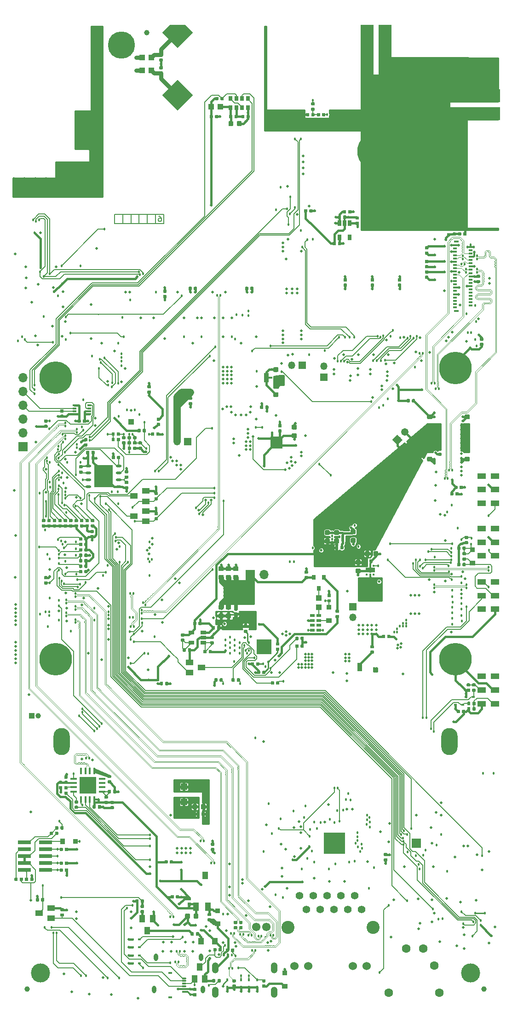
<source format=gbr>
G04 #@! TF.GenerationSoftware,KiCad,Pcbnew,5.0.0*
G04 #@! TF.CreationDate,2018-09-21T22:49:18-04:00*
G04 #@! TF.ProjectId,dvk-mx8m-bsb,64766B2D6D78386D2D6273622E6B6963,v0.1.2*
G04 #@! TF.SameCoordinates,Original*
G04 #@! TF.FileFunction,Copper,L6,Bot,Mixed*
G04 #@! TF.FilePolarity,Positive*
%FSLAX46Y46*%
G04 Gerber Fmt 4.6, Leading zero omitted, Abs format (unit mm)*
G04 Created by KiCad (PCBNEW 5.0.0) date Fri Sep 21 22:49:18 2018*
%MOMM*%
%LPD*%
G01*
G04 APERTURE LIST*
G04 #@! TA.AperFunction,NonConductor*
%ADD10C,0.130000*%
G04 #@! TD*
G04 #@! TA.AperFunction,Conductor*
%ADD11R,1.000000X1.400000*%
G04 #@! TD*
G04 #@! TA.AperFunction,ComponentPad*
%ADD12C,0.200000*%
G04 #@! TD*
G04 #@! TA.AperFunction,Conductor*
%ADD13R,1.100000X1.000000*%
G04 #@! TD*
G04 #@! TA.AperFunction,ComponentPad*
%ADD14C,0.254000*%
G04 #@! TD*
G04 #@! TA.AperFunction,ComponentPad*
%ADD15O,3.000000X5.000000*%
G04 #@! TD*
G04 #@! TA.AperFunction,SMDPad,CuDef*
%ADD16R,0.650000X0.250000*%
G04 #@! TD*
G04 #@! TA.AperFunction,SMDPad,CuDef*
%ADD17R,0.800000X0.400000*%
G04 #@! TD*
G04 #@! TA.AperFunction,SMDPad,CuDef*
%ADD18R,0.800000X0.300000*%
G04 #@! TD*
G04 #@! TA.AperFunction,BGAPad,CuDef*
%ADD19C,1.000000*%
G04 #@! TD*
G04 #@! TA.AperFunction,Conductor*
%ADD20R,3.900000X3.900000*%
G04 #@! TD*
G04 #@! TA.AperFunction,ComponentPad*
%ADD21C,0.300000*%
G04 #@! TD*
G04 #@! TA.AperFunction,SMDPad,CuDef*
%ADD22R,0.725000X0.900000*%
G04 #@! TD*
G04 #@! TA.AperFunction,SMDPad,CuDef*
%ADD23R,0.750000X0.400000*%
G04 #@! TD*
G04 #@! TA.AperFunction,SMDPad,CuDef*
%ADD24R,0.750000X0.300000*%
G04 #@! TD*
G04 #@! TA.AperFunction,SMDPad,CuDef*
%ADD25R,1.670000X0.900000*%
G04 #@! TD*
G04 #@! TA.AperFunction,SMDPad,CuDef*
%ADD26R,0.370000X1.500000*%
G04 #@! TD*
G04 #@! TA.AperFunction,SMDPad,CuDef*
%ADD27R,0.370000X0.450000*%
G04 #@! TD*
G04 #@! TA.AperFunction,Conductor*
%ADD28R,1.500000X0.370000*%
G04 #@! TD*
G04 #@! TA.AperFunction,Conductor*
%ADD29R,0.900000X1.670000*%
G04 #@! TD*
G04 #@! TA.AperFunction,Conductor*
%ADD30R,2.700000X2.700000*%
G04 #@! TD*
G04 #@! TA.AperFunction,SMDPad,CuDef*
%ADD31C,1.000000*%
G04 #@! TD*
G04 #@! TA.AperFunction,Conductor*
%ADD32C,0.020000*%
G04 #@! TD*
G04 #@! TA.AperFunction,SMDPad,CuDef*
%ADD33C,2.000000*%
G04 #@! TD*
G04 #@! TA.AperFunction,SMDPad,CuDef*
%ADD34C,4.000000*%
G04 #@! TD*
G04 #@! TA.AperFunction,ComponentPad*
%ADD35C,6.000000*%
G04 #@! TD*
G04 #@! TA.AperFunction,ComponentPad*
%ADD36C,1.600000*%
G04 #@! TD*
G04 #@! TA.AperFunction,ComponentPad*
%ADD37C,3.500000*%
G04 #@! TD*
G04 #@! TA.AperFunction,ComponentPad*
%ADD38O,1.250000X2.000000*%
G04 #@! TD*
G04 #@! TA.AperFunction,ComponentPad*
%ADD39O,0.800000X1.400000*%
G04 #@! TD*
G04 #@! TA.AperFunction,SMDPad,CuDef*
%ADD40R,1.600000X1.000000*%
G04 #@! TD*
G04 #@! TA.AperFunction,Conductor*
%ADD41R,11.600000X2.400000*%
G04 #@! TD*
G04 #@! TA.AperFunction,Conductor*
%ADD42R,2.400000X5.700000*%
G04 #@! TD*
G04 #@! TA.AperFunction,Conductor*
%ADD43R,5.600000X16.700000*%
G04 #@! TD*
G04 #@! TA.AperFunction,Conductor*
%ADD44R,2.400000X11.600000*%
G04 #@! TD*
G04 #@! TA.AperFunction,Conductor*
%ADD45R,5.700000X2.400000*%
G04 #@! TD*
G04 #@! TA.AperFunction,Conductor*
%ADD46R,16.700000X5.600000*%
G04 #@! TD*
G04 #@! TA.AperFunction,SMDPad,CuDef*
%ADD47R,1.400000X1.000000*%
G04 #@! TD*
G04 #@! TA.AperFunction,SMDPad,CuDef*
%ADD48C,0.590000*%
G04 #@! TD*
G04 #@! TA.AperFunction,ComponentPad*
%ADD49O,1.350000X1.350000*%
G04 #@! TD*
G04 #@! TA.AperFunction,ComponentPad*
%ADD50R,1.350000X1.350000*%
G04 #@! TD*
G04 #@! TA.AperFunction,SMDPad,CuDef*
%ADD51R,1.000000X1.400000*%
G04 #@! TD*
G04 #@! TA.AperFunction,SMDPad,CuDef*
%ADD52R,0.660000X1.000000*%
G04 #@! TD*
G04 #@! TA.AperFunction,SMDPad,CuDef*
%ADD53R,0.650000X1.060000*%
G04 #@! TD*
G04 #@! TA.AperFunction,Conductor*
%ADD54R,0.900000X1.600000*%
G04 #@! TD*
G04 #@! TA.AperFunction,SMDPad,CuDef*
%ADD55R,0.650000X0.300000*%
G04 #@! TD*
G04 #@! TA.AperFunction,SMDPad,CuDef*
%ADD56R,0.950000X0.400000*%
G04 #@! TD*
G04 #@! TA.AperFunction,SMDPad,CuDef*
%ADD57C,1.250000*%
G04 #@! TD*
G04 #@! TA.AperFunction,Conductor*
%ADD58R,0.600000X1.200000*%
G04 #@! TD*
G04 #@! TA.AperFunction,SMDPad,CuDef*
%ADD59C,0.875000*%
G04 #@! TD*
G04 #@! TA.AperFunction,ComponentPad*
%ADD60C,1.350000*%
G04 #@! TD*
G04 #@! TA.AperFunction,Conductor*
%ADD61C,1.350000*%
G04 #@! TD*
G04 #@! TA.AperFunction,SMDPad,CuDef*
%ADD62R,1.100000X1.250000*%
G04 #@! TD*
G04 #@! TA.AperFunction,SMDPad,CuDef*
%ADD63C,0.500000*%
G04 #@! TD*
G04 #@! TA.AperFunction,SMDPad,CuDef*
%ADD64R,3.100000X3.100000*%
G04 #@! TD*
G04 #@! TA.AperFunction,SMDPad,CuDef*
%ADD65O,0.370000X1.250000*%
G04 #@! TD*
G04 #@! TA.AperFunction,SMDPad,CuDef*
%ADD66O,1.250000X0.370000*%
G04 #@! TD*
G04 #@! TA.AperFunction,SMDPad,CuDef*
%ADD67O,1.200000X0.370000*%
G04 #@! TD*
G04 #@! TA.AperFunction,SMDPad,CuDef*
%ADD68R,0.450000X0.450000*%
G04 #@! TD*
G04 #@! TA.AperFunction,SMDPad,CuDef*
%ADD69O,1.100000X0.450000*%
G04 #@! TD*
G04 #@! TA.AperFunction,SMDPad,CuDef*
%ADD70R,1.737500X1.018750*%
G04 #@! TD*
G04 #@! TA.AperFunction,ComponentPad*
%ADD71C,5.000000*%
G04 #@! TD*
G04 #@! TA.AperFunction,ComponentPad*
%ADD72O,1.700000X1.700000*%
G04 #@! TD*
G04 #@! TA.AperFunction,ComponentPad*
%ADD73R,1.700000X1.700000*%
G04 #@! TD*
G04 #@! TA.AperFunction,ComponentPad*
%ADD74C,1.550000*%
G04 #@! TD*
G04 #@! TA.AperFunction,ComponentPad*
%ADD75C,1.400000*%
G04 #@! TD*
G04 #@! TA.AperFunction,ComponentPad*
%ADD76C,2.400000*%
G04 #@! TD*
G04 #@! TA.AperFunction,ComponentPad*
%ADD77C,1.530000*%
G04 #@! TD*
G04 #@! TA.AperFunction,ComponentPad*
%ADD78C,6.500000*%
G04 #@! TD*
G04 #@! TA.AperFunction,SMDPad,CuDef*
%ADD79R,0.900000X0.900000*%
G04 #@! TD*
G04 #@! TA.AperFunction,SMDPad,CuDef*
%ADD80R,0.900000X1.100000*%
G04 #@! TD*
G04 #@! TA.AperFunction,SMDPad,CuDef*
%ADD81R,1.100000X0.900000*%
G04 #@! TD*
G04 #@! TA.AperFunction,Conductor*
%ADD82R,2.300000X2.300000*%
G04 #@! TD*
G04 #@! TA.AperFunction,SMDPad,CuDef*
%ADD83R,0.480000X0.400000*%
G04 #@! TD*
G04 #@! TA.AperFunction,SMDPad,CuDef*
%ADD84R,1.200000X1.200000*%
G04 #@! TD*
G04 #@! TA.AperFunction,SMDPad,CuDef*
%ADD85R,0.400000X0.480000*%
G04 #@! TD*
G04 #@! TA.AperFunction,SMDPad,CuDef*
%ADD86R,1.000000X1.500000*%
G04 #@! TD*
G04 #@! TA.AperFunction,SMDPad,CuDef*
%ADD87R,1.000000X1.100000*%
G04 #@! TD*
G04 #@! TA.AperFunction,SMDPad,CuDef*
%ADD88R,1.100000X1.000000*%
G04 #@! TD*
G04 #@! TA.AperFunction,ComponentPad*
%ADD89C,1.000000*%
G04 #@! TD*
G04 #@! TA.AperFunction,ComponentPad*
%ADD90R,1.000000X1.000000*%
G04 #@! TD*
G04 #@! TA.AperFunction,SMDPad,CuDef*
%ADD91R,1.060000X0.650000*%
G04 #@! TD*
G04 #@! TA.AperFunction,Conductor*
%ADD92R,1.750000X1.750000*%
G04 #@! TD*
G04 #@! TA.AperFunction,ComponentPad*
%ADD93C,0.230000*%
G04 #@! TD*
G04 #@! TA.AperFunction,SMDPad,CuDef*
%ADD94R,0.800000X0.900000*%
G04 #@! TD*
G04 #@! TA.AperFunction,SMDPad,CuDef*
%ADD95R,2.400000X0.740000*%
G04 #@! TD*
G04 #@! TA.AperFunction,ViaPad*
%ADD96C,0.457200*%
G04 #@! TD*
G04 #@! TA.AperFunction,ViaPad*
%ADD97C,0.508000*%
G04 #@! TD*
G04 #@! TA.AperFunction,Conductor*
%ADD98C,0.134620*%
G04 #@! TD*
G04 #@! TA.AperFunction,Conductor*
%ADD99C,0.381000*%
G04 #@! TD*
G04 #@! TA.AperFunction,Conductor*
%ADD100C,0.457200*%
G04 #@! TD*
G04 #@! TA.AperFunction,Conductor*
%ADD101C,0.254000*%
G04 #@! TD*
G04 #@! TA.AperFunction,Conductor*
%ADD102C,0.640000*%
G04 #@! TD*
G04 #@! TA.AperFunction,Conductor*
%ADD103C,0.400000*%
G04 #@! TD*
G04 #@! TA.AperFunction,Conductor*
%ADD104C,0.450000*%
G04 #@! TD*
G04 #@! TA.AperFunction,Conductor*
%ADD105C,0.370000*%
G04 #@! TD*
G04 #@! TA.AperFunction,Conductor*
%ADD106C,0.300000*%
G04 #@! TD*
G04 #@! TA.AperFunction,Conductor*
%ADD107C,0.250000*%
G04 #@! TD*
G04 #@! TA.AperFunction,Conductor*
%ADD108C,1.700000*%
G04 #@! TD*
G04 #@! TA.AperFunction,Conductor*
%ADD109C,0.800000*%
G04 #@! TD*
G04 #@! TA.AperFunction,Conductor*
%ADD110C,0.950000*%
G04 #@! TD*
G04 #@! TA.AperFunction,Conductor*
%ADD111C,0.200000*%
G04 #@! TD*
G04 #@! TA.AperFunction,Conductor*
%ADD112C,0.240000*%
G04 #@! TD*
G04 #@! TA.AperFunction,Conductor*
%ADD113C,0.203200*%
G04 #@! TD*
G04 #@! TA.AperFunction,Conductor*
%ADD114C,0.114554*%
G04 #@! TD*
G04 #@! TA.AperFunction,Conductor*
%ADD115C,0.089154*%
G04 #@! TD*
G04 APERTURE END LIST*
D10*
X87194047Y-93804761D02*
X87375000Y-93804761D01*
X87465476Y-93850000D01*
X87510714Y-93895238D01*
X87601190Y-94030952D01*
X87646428Y-94211904D01*
X87646428Y-94573809D01*
X87601190Y-94664285D01*
X87555952Y-94709523D01*
X87465476Y-94754761D01*
X87284523Y-94754761D01*
X87194047Y-94709523D01*
X87148809Y-94664285D01*
X87103571Y-94573809D01*
X87103571Y-94347619D01*
X87148809Y-94257142D01*
X87194047Y-94211904D01*
X87284523Y-94166666D01*
X87465476Y-94166666D01*
X87555952Y-94211904D01*
X87601190Y-94257142D01*
X87646428Y-94347619D01*
D11*
G04 #@! TO.N,GND*
G04 #@! TO.C,U202*
X95750000Y-215135000D03*
D12*
G04 #@! TD*
G04 #@! TO.P,U202,19*
G04 #@! TO.N,GND*
X95750000Y-215585000D03*
G04 #@! TO.P,U202,19*
G04 #@! TO.N,GND*
X95750000Y-214685000D03*
G04 #@! TD*
D13*
G04 #@! TO.N,GND*
G04 #@! TO.C,U201*
X82100000Y-131640000D03*
D14*
G04 #@! TD*
G04 #@! TO.P,U201,17*
G04 #@! TO.N,GND*
X82400000Y-131840000D03*
G04 #@! TO.P,U201,17*
G04 #@! TO.N,GND*
X81800000Y-131440000D03*
G04 #@! TD*
D15*
G04 #@! TO.P,BT301,1*
G04 #@! TO.N,Net-(BT301-Pad1)*
X140700000Y-190500000D03*
G04 #@! TO.P,BT301,2*
G04 #@! TO.N,GND*
X69300000Y-190500000D03*
G04 #@! TD*
D16*
G04 #@! TO.P,J1201,1*
G04 #@! TO.N,/MIPI/I2C3_SCL_1V8*
X91875000Y-234050000D03*
D17*
G04 #@! TO.P,J1201,7*
G04 #@! TO.N,N/C*
X89300000Y-233050000D03*
X89300000Y-237550000D03*
D18*
G04 #@! TO.P,J1201,6*
G04 #@! TO.N,GND*
X91800000Y-236550000D03*
G04 #@! TO.P,J1201,5*
G04 #@! TO.N,2V8_P*
X91800000Y-236050000D03*
G04 #@! TO.P,J1201,4*
G04 #@! TO.N,Net-(J1201-Pad4)*
X91800000Y-235550000D03*
G04 #@! TO.P,J1201,3*
G04 #@! TO.N,Net-(J1201-Pad3)*
X91800000Y-235050000D03*
G04 #@! TO.P,J1201,2*
G04 #@! TO.N,/MIPI/I2C3_SDA_1V8*
X91800000Y-234550000D03*
G04 #@! TO.P,J1201,1*
G04 #@! TO.N,/MIPI/I2C3_SCL_1V8*
X91800000Y-234050000D03*
D16*
G04 #@! TO.P,J1201,2*
G04 #@! TO.N,/MIPI/I2C3_SDA_1V8*
X91875000Y-234550000D03*
G04 #@! TO.P,J1201,3*
G04 #@! TO.N,Net-(J1201-Pad3)*
X91875000Y-235050000D03*
G04 #@! TO.P,J1201,4*
G04 #@! TO.N,Net-(J1201-Pad4)*
X91875000Y-235550000D03*
G04 #@! TO.P,J1201,5*
G04 #@! TO.N,2V8_P*
X91875000Y-236050000D03*
G04 #@! TO.P,J1201,6*
G04 #@! TO.N,GND*
X91875000Y-236550000D03*
G04 #@! TD*
D19*
G04 #@! TO.P,FID101,*
G04 #@! TO.N,*
X85000000Y-60000000D03*
G04 #@! TD*
G04 #@! TO.P,FID103,*
G04 #@! TO.N,*
X147000000Y-236000000D03*
G04 #@! TD*
G04 #@! TO.P,FID102,*
G04 #@! TO.N,*
X63000000Y-236000000D03*
G04 #@! TD*
D20*
G04 #@! TO.N,GND*
G04 #@! TO.C,U1701*
X119500000Y-209200000D03*
D21*
G04 #@! TD*
G04 #@! TO.P,U1701,49*
G04 #@! TO.N,GND*
X120000000Y-208700000D03*
G04 #@! TO.P,U1701,49*
G04 #@! TO.N,GND*
X120000000Y-209700000D03*
X119000000Y-209700000D03*
X118000000Y-209700000D03*
X118000000Y-210700000D03*
X119000000Y-210700000D03*
X120000000Y-210700000D03*
X121000000Y-210700000D03*
X121000000Y-209700000D03*
X121000000Y-208700000D03*
X121000000Y-207700000D03*
X120000000Y-207700000D03*
X119000000Y-207700000D03*
X118000000Y-207700000D03*
X118000000Y-208700000D03*
X119000000Y-208700000D03*
G04 #@! TD*
D22*
G04 #@! TO.P,U2001,1*
G04 #@! TO.N,GND*
X103612500Y-73846000D03*
G04 #@! TO.P,U2001,2*
G04 #@! TO.N,Net-(U2001-Pad2)*
X102537500Y-73846000D03*
G04 #@! TO.P,U2001,4*
G04 #@! TO.N,Net-(C2002-Pad1)*
X100387500Y-73846000D03*
G04 #@! TO.P,U2001,3*
G04 #@! TO.N,Net-(C2001-Pad1)*
X101462500Y-73846000D03*
G04 #@! TO.P,U2001,6*
G04 #@! TO.N,/PROX_~INT*
X101462500Y-72146000D03*
G04 #@! TO.P,U2001,5*
G04 #@! TO.N,Net-(U2001-Pad2)*
X100387500Y-72146000D03*
G04 #@! TO.P,U2001,7*
G04 #@! TO.N,/I2C3_SDA*
X102537500Y-72146000D03*
G04 #@! TO.P,U2001,8*
G04 #@! TO.N,/I2C3_SCL*
X103612500Y-72146000D03*
G04 #@! TD*
D23*
G04 #@! TO.P,U701,8*
G04 #@! TO.N,3V3_OUT*
X74400000Y-130175000D03*
D24*
G04 #@! TO.P,U701,7*
X74400000Y-129650000D03*
G04 #@! TO.P,U701,6*
G04 #@! TO.N,/UART1_RXD*
X74400000Y-129150000D03*
D23*
G04 #@! TO.P,U701,5*
G04 #@! TO.N,/UART1_TXD*
X74400000Y-128625000D03*
G04 #@! TO.P,U701,4*
G04 #@! TO.N,GND*
X71650000Y-128625000D03*
D24*
G04 #@! TO.P,U701,3*
G04 #@! TO.N,/UART Debug/TX->RX*
X71650000Y-129150000D03*
G04 #@! TO.P,U701,2*
G04 #@! TO.N,/UART Debug/RX<-TX*
X71650000Y-129650000D03*
D23*
G04 #@! TO.P,U701,1*
G04 #@! TO.N,GND*
X71650000Y-130175000D03*
G04 #@! TD*
D25*
G04 #@! TO.P,U405,2*
G04 #@! TO.N,GND*
X126097000Y-158926000D03*
D26*
X126097000Y-158626000D03*
D27*
G04 #@! TO.P,U405,1*
G04 #@! TO.N,5V_SOM*
X125447000Y-158101000D03*
G04 #@! TO.P,U405,5*
G04 #@! TO.N,5V_P*
X126097000Y-159751000D03*
G04 #@! TO.P,U405,3*
G04 #@! TO.N,/PWR_EN*
X126747000Y-158101000D03*
G04 #@! TO.P,U405,4*
G04 #@! TO.N,Net-(U405-Pad4)*
X126747000Y-159751000D03*
G04 #@! TO.P,U405,6*
G04 #@! TO.N,N/C*
X125447000Y-159751000D03*
D21*
G04 #@! TO.P,U405,2*
G04 #@! TO.N,GND*
X126097000Y-158926000D03*
G04 #@! TD*
D28*
G04 #@! TO.N,GND*
G04 #@! TO.C,U404*
X107300000Y-123500000D03*
D29*
X107000000Y-123500000D03*
D21*
G04 #@! TD*
G04 #@! TO.P,U404,2*
G04 #@! TO.N,GND*
X107000000Y-123500000D03*
G04 #@! TO.P,U301,25*
G04 #@! TO.N,GND*
X106550000Y-173900000D03*
D30*
G04 #@! TD*
G04 #@! TO.N,GND*
G04 #@! TO.C,U301*
X106550000Y-173000000D03*
D21*
G04 #@! TO.P,U301,25*
G04 #@! TO.N,GND*
X106550000Y-173000000D03*
X106550000Y-172100000D03*
X107450000Y-172100000D03*
X107450000Y-173000000D03*
X107450000Y-173900000D03*
X105650000Y-173900000D03*
X105650000Y-173000000D03*
X105650000Y-172100000D03*
G04 #@! TD*
D31*
G04 #@! TO.P,LS1601,2*
G04 #@! TO.N,Net-(C1616-Pad1)*
X90640000Y-59272880D03*
D32*
G04 #@! TD*
G04 #@! TO.N,Net-(C1616-Pad1)*
G04 #@! TO.C,LS1601*
G36*
X90639999Y-59979987D02*
X89225787Y-58565773D01*
X92054213Y-58565773D01*
X90640001Y-59979987D01*
X90639999Y-59979987D01*
X90639999Y-59979987D01*
G37*
D33*
G04 #@! TO.P,LS1601,2*
G04 #@! TO.N,Net-(C1616-Pad1)*
X90640000Y-61394200D03*
D32*
G04 #@! TD*
G04 #@! TO.N,Net-(C1616-Pad1)*
G04 #@! TO.C,LS1601*
G36*
X92054214Y-61394200D02*
X90640000Y-62808414D01*
X89225786Y-61394200D01*
X90640000Y-59979986D01*
X92054214Y-61394200D01*
X92054214Y-61394200D01*
G37*
D33*
G04 #@! TO.P,LS1601,2*
G04 #@! TO.N,Net-(C1616-Pad1)*
X92054200Y-59980000D03*
D32*
G04 #@! TD*
G04 #@! TO.N,Net-(C1616-Pad1)*
G04 #@! TO.C,LS1601*
G36*
X93468414Y-59980000D02*
X92054200Y-61394214D01*
X90639986Y-59980000D01*
X92054200Y-58565786D01*
X93468414Y-59980000D01*
X93468414Y-59980000D01*
G37*
D34*
G04 #@! TO.P,LS1601,1*
G04 #@! TO.N,Net-(C1617-Pad1)*
X90640000Y-71500000D03*
D32*
G04 #@! TD*
G04 #@! TO.N,Net-(C1617-Pad1)*
G04 #@! TO.C,LS1601*
G36*
X90640000Y-68671573D02*
X93468427Y-71500000D01*
X90640000Y-74328427D01*
X87811573Y-71500000D01*
X90640000Y-68671573D01*
X90640000Y-68671573D01*
G37*
D33*
G04 #@! TO.P,LS1601,2*
G04 #@! TO.N,Net-(C1616-Pad1)*
X89225786Y-59980000D03*
D32*
G04 #@! TD*
G04 #@! TO.N,Net-(C1616-Pad1)*
G04 #@! TO.C,LS1601*
G36*
X90640000Y-59980000D02*
X89225786Y-61394214D01*
X87811572Y-59980000D01*
X89225786Y-58565786D01*
X90640000Y-59980000D01*
X90640000Y-59980000D01*
G37*
D35*
G04 #@! TO.P,MOD101,MH4*
G04 #@! TO.N,GND*
X68200000Y-123500000D03*
G04 #@! TO.P,MOD101,MH3*
X68200000Y-175300000D03*
G04 #@! TO.P,MOD101,MH2*
X141800000Y-121700000D03*
G04 #@! TO.P,MOD101,MH1*
X141800000Y-175300000D03*
G04 #@! TD*
D36*
G04 #@! TO.P,J1601,3*
G04 #@! TO.N,Net-(C1624-Pad1)*
X132700000Y-228575000D03*
G04 #@! TO.P,J1601,5*
G04 #@! TO.N,/HP_DET*
X135900000Y-228575000D03*
G04 #@! TO.P,J1601,2*
G04 #@! TO.N,Net-(C1621-Pad1)*
X137900000Y-231675000D03*
G04 #@! TO.P,J1601,4*
G04 #@! TO.N,GND*
X138800000Y-236675000D03*
G04 #@! TO.P,J1601,1*
G04 #@! TO.N,Net-(J1601-Pad1)*
X129500000Y-236675000D03*
G04 #@! TD*
D37*
G04 #@! TO.P,MNT102,1*
G04 #@! TO.N,GND*
X147000000Y-66750000D03*
G04 #@! TD*
G04 #@! TO.P,MNT101,1*
G04 #@! TO.N,GND*
X65400000Y-233100000D03*
G04 #@! TD*
G04 #@! TO.P,MNT103,1*
G04 #@! TO.N,GND*
X144600000Y-233100000D03*
G04 #@! TD*
D38*
G04 #@! TO.P,J1901,SH3*
G04 #@! TO.N,Net-(C1905-Pad1)*
X97575000Y-236625000D03*
G04 #@! TO.P,J1901,SH1*
X108425000Y-236625000D03*
G04 #@! TO.P,J1901,SH2*
X108425000Y-232125000D03*
G04 #@! TO.P,J1901,SH4*
X97575000Y-232125000D03*
G04 #@! TD*
D39*
G04 #@! TO.P,J201,GND4*
G04 #@! TO.N,Net-(C216-Pad2)*
X95290000Y-236100000D03*
G04 #@! TO.P,J201,GND1*
X86670000Y-230150000D03*
G04 #@! TO.P,J201,GND3*
X86310000Y-236100000D03*
G04 #@! TO.P,J201,GND2*
X94930000Y-230150000D03*
G04 #@! TD*
D40*
G04 #@! TO.P,SW501,6*
G04 #@! TO.N,3V3_SNVS*
X146645000Y-183500000D03*
G04 #@! TO.P,SW501,5*
G04 #@! TO.N,Net-(R512-Pad1)*
X146645000Y-181000000D03*
G04 #@! TO.P,SW501,4*
G04 #@! TO.N,Net-(SW501-Pad4)*
X146645000Y-178500000D03*
G04 #@! TO.P,SW501,3*
G04 #@! TO.N,Net-(R509-Pad2)*
X149045000Y-183500000D03*
G04 #@! TO.P,SW501,2*
G04 #@! TO.N,GND*
X149045000Y-181000000D03*
G04 #@! TO.P,SW501,1*
G04 #@! TO.N,Net-(SW501-Pad1)*
X149045000Y-178500000D03*
G04 #@! TD*
G04 #@! TO.P,SW1301,6*
G04 #@! TO.N,Net-(SW1301-Pad6)*
X146645000Y-166100000D03*
G04 #@! TO.P,SW1301,5*
G04 #@! TO.N,Net-(C1622-Pad1)*
X146645000Y-163600000D03*
G04 #@! TO.P,SW1301,4*
G04 #@! TO.N,Net-(SW1301-Pad4)*
X146645000Y-161100000D03*
G04 #@! TO.P,SW1301,3*
G04 #@! TO.N,1V8_P*
X149045000Y-166100000D03*
G04 #@! TO.P,SW1301,2*
G04 #@! TO.N,Net-(D1301-Pad1)*
X149045000Y-163600000D03*
G04 #@! TO.P,SW1301,1*
G04 #@! TO.N,Net-(SW1301-Pad1)*
X149045000Y-161100000D03*
G04 #@! TD*
G04 #@! TO.P,SW1501,6*
G04 #@! TO.N,Net-(SW1501-Pad6)*
X146645000Y-156300000D03*
G04 #@! TO.P,SW1501,5*
G04 #@! TO.N,Net-(SW1501-Pad5)*
X146645000Y-153800000D03*
G04 #@! TO.P,SW1501,4*
G04 #@! TO.N,Net-(SW1501-Pad4)*
X146645000Y-151300000D03*
G04 #@! TO.P,SW1501,3*
G04 #@! TO.N,Net-(D1502-Pad2)*
X149045000Y-156300000D03*
G04 #@! TO.P,SW1501,2*
G04 #@! TO.N,GND*
X149045000Y-153800000D03*
G04 #@! TO.P,SW1501,1*
G04 #@! TO.N,Net-(SW1501-Pad1)*
X149045000Y-151300000D03*
G04 #@! TD*
G04 #@! TO.P,SW1801,6*
G04 #@! TO.N,Net-(SW1801-Pad6)*
X146645000Y-146600000D03*
G04 #@! TO.P,SW1801,5*
G04 #@! TO.N,Net-(SW1801-Pad5)*
X146645000Y-144100000D03*
G04 #@! TO.P,SW1801,4*
G04 #@! TO.N,Net-(SW1801-Pad4)*
X146645000Y-141600000D03*
G04 #@! TO.P,SW1801,3*
G04 #@! TO.N,Net-(D1803-Pad2)*
X149045000Y-146600000D03*
G04 #@! TO.P,SW1801,2*
G04 #@! TO.N,GND*
X149045000Y-144100000D03*
G04 #@! TO.P,SW1801,1*
G04 #@! TO.N,Net-(SW1801-Pad1)*
X149045000Y-141600000D03*
G04 #@! TD*
D41*
G04 #@! TO.N,GND*
G04 #@! TO.C,AE1802*
X144200000Y-71600000D03*
D42*
X139600000Y-73250000D03*
D41*
X144200000Y-74900000D03*
D43*
X141200000Y-82050000D03*
G04 #@! TD*
D44*
G04 #@! TO.N,GND*
G04 #@! TO.C,AE1801*
X125500000Y-64300000D03*
D45*
X127150000Y-68900000D03*
D44*
X128800000Y-64300000D03*
D46*
X135950000Y-67300000D03*
G04 #@! TD*
D47*
G04 #@! TO.P,Q1201,3*
G04 #@! TO.N,/CAPTOUCH_~RST*
X65200000Y-222050000D03*
G04 #@! TO.P,Q1201,2*
G04 #@! TO.N,Net-(J1201-Pad4)*
X67400000Y-223000000D03*
G04 #@! TO.P,Q1201,1*
G04 #@! TO.N,1V8_P*
X67400000Y-221100000D03*
G04 #@! TD*
D32*
G04 #@! TO.N,GND*
G04 #@! TO.C,C421*
G36*
X126686958Y-105220710D02*
X126701276Y-105222834D01*
X126715317Y-105226351D01*
X126728946Y-105231228D01*
X126742031Y-105237417D01*
X126754447Y-105244858D01*
X126766073Y-105253481D01*
X126776798Y-105263202D01*
X126786519Y-105273927D01*
X126795142Y-105285553D01*
X126802583Y-105297969D01*
X126808772Y-105311054D01*
X126813649Y-105324683D01*
X126817166Y-105338724D01*
X126819290Y-105353042D01*
X126820000Y-105367500D01*
X126820000Y-105662500D01*
X126819290Y-105676958D01*
X126817166Y-105691276D01*
X126813649Y-105705317D01*
X126808772Y-105718946D01*
X126802583Y-105732031D01*
X126795142Y-105744447D01*
X126786519Y-105756073D01*
X126776798Y-105766798D01*
X126766073Y-105776519D01*
X126754447Y-105785142D01*
X126742031Y-105792583D01*
X126728946Y-105798772D01*
X126715317Y-105803649D01*
X126701276Y-105807166D01*
X126686958Y-105809290D01*
X126672500Y-105810000D01*
X126327500Y-105810000D01*
X126313042Y-105809290D01*
X126298724Y-105807166D01*
X126284683Y-105803649D01*
X126271054Y-105798772D01*
X126257969Y-105792583D01*
X126245553Y-105785142D01*
X126233927Y-105776519D01*
X126223202Y-105766798D01*
X126213481Y-105756073D01*
X126204858Y-105744447D01*
X126197417Y-105732031D01*
X126191228Y-105718946D01*
X126186351Y-105705317D01*
X126182834Y-105691276D01*
X126180710Y-105676958D01*
X126180000Y-105662500D01*
X126180000Y-105367500D01*
X126180710Y-105353042D01*
X126182834Y-105338724D01*
X126186351Y-105324683D01*
X126191228Y-105311054D01*
X126197417Y-105297969D01*
X126204858Y-105285553D01*
X126213481Y-105273927D01*
X126223202Y-105263202D01*
X126233927Y-105253481D01*
X126245553Y-105244858D01*
X126257969Y-105237417D01*
X126271054Y-105231228D01*
X126284683Y-105226351D01*
X126298724Y-105222834D01*
X126313042Y-105220710D01*
X126327500Y-105220000D01*
X126672500Y-105220000D01*
X126686958Y-105220710D01*
X126686958Y-105220710D01*
G37*
D48*
G04 #@! TD*
G04 #@! TO.P,C421,2*
G04 #@! TO.N,GND*
X126500000Y-105515000D03*
D32*
G04 #@! TO.N,3V3_P*
G04 #@! TO.C,C421*
G36*
X126686958Y-106190710D02*
X126701276Y-106192834D01*
X126715317Y-106196351D01*
X126728946Y-106201228D01*
X126742031Y-106207417D01*
X126754447Y-106214858D01*
X126766073Y-106223481D01*
X126776798Y-106233202D01*
X126786519Y-106243927D01*
X126795142Y-106255553D01*
X126802583Y-106267969D01*
X126808772Y-106281054D01*
X126813649Y-106294683D01*
X126817166Y-106308724D01*
X126819290Y-106323042D01*
X126820000Y-106337500D01*
X126820000Y-106632500D01*
X126819290Y-106646958D01*
X126817166Y-106661276D01*
X126813649Y-106675317D01*
X126808772Y-106688946D01*
X126802583Y-106702031D01*
X126795142Y-106714447D01*
X126786519Y-106726073D01*
X126776798Y-106736798D01*
X126766073Y-106746519D01*
X126754447Y-106755142D01*
X126742031Y-106762583D01*
X126728946Y-106768772D01*
X126715317Y-106773649D01*
X126701276Y-106777166D01*
X126686958Y-106779290D01*
X126672500Y-106780000D01*
X126327500Y-106780000D01*
X126313042Y-106779290D01*
X126298724Y-106777166D01*
X126284683Y-106773649D01*
X126271054Y-106768772D01*
X126257969Y-106762583D01*
X126245553Y-106755142D01*
X126233927Y-106746519D01*
X126223202Y-106736798D01*
X126213481Y-106726073D01*
X126204858Y-106714447D01*
X126197417Y-106702031D01*
X126191228Y-106688946D01*
X126186351Y-106675317D01*
X126182834Y-106661276D01*
X126180710Y-106646958D01*
X126180000Y-106632500D01*
X126180000Y-106337500D01*
X126180710Y-106323042D01*
X126182834Y-106308724D01*
X126186351Y-106294683D01*
X126191228Y-106281054D01*
X126197417Y-106267969D01*
X126204858Y-106255553D01*
X126213481Y-106243927D01*
X126223202Y-106233202D01*
X126233927Y-106223481D01*
X126245553Y-106214858D01*
X126257969Y-106207417D01*
X126271054Y-106201228D01*
X126284683Y-106196351D01*
X126298724Y-106192834D01*
X126313042Y-106190710D01*
X126327500Y-106190000D01*
X126672500Y-106190000D01*
X126686958Y-106190710D01*
X126686958Y-106190710D01*
G37*
D48*
G04 #@! TD*
G04 #@! TO.P,C421,1*
G04 #@! TO.N,3V3_P*
X126500000Y-106485000D03*
D32*
G04 #@! TO.N,GND*
G04 #@! TO.C,C404*
G36*
X87305958Y-131822710D02*
X87320276Y-131824834D01*
X87334317Y-131828351D01*
X87347946Y-131833228D01*
X87361031Y-131839417D01*
X87373447Y-131846858D01*
X87385073Y-131855481D01*
X87395798Y-131865202D01*
X87405519Y-131875927D01*
X87414142Y-131887553D01*
X87421583Y-131899969D01*
X87427772Y-131913054D01*
X87432649Y-131926683D01*
X87436166Y-131940724D01*
X87438290Y-131955042D01*
X87439000Y-131969500D01*
X87439000Y-132264500D01*
X87438290Y-132278958D01*
X87436166Y-132293276D01*
X87432649Y-132307317D01*
X87427772Y-132320946D01*
X87421583Y-132334031D01*
X87414142Y-132346447D01*
X87405519Y-132358073D01*
X87395798Y-132368798D01*
X87385073Y-132378519D01*
X87373447Y-132387142D01*
X87361031Y-132394583D01*
X87347946Y-132400772D01*
X87334317Y-132405649D01*
X87320276Y-132409166D01*
X87305958Y-132411290D01*
X87291500Y-132412000D01*
X86946500Y-132412000D01*
X86932042Y-132411290D01*
X86917724Y-132409166D01*
X86903683Y-132405649D01*
X86890054Y-132400772D01*
X86876969Y-132394583D01*
X86864553Y-132387142D01*
X86852927Y-132378519D01*
X86842202Y-132368798D01*
X86832481Y-132358073D01*
X86823858Y-132346447D01*
X86816417Y-132334031D01*
X86810228Y-132320946D01*
X86805351Y-132307317D01*
X86801834Y-132293276D01*
X86799710Y-132278958D01*
X86799000Y-132264500D01*
X86799000Y-131969500D01*
X86799710Y-131955042D01*
X86801834Y-131940724D01*
X86805351Y-131926683D01*
X86810228Y-131913054D01*
X86816417Y-131899969D01*
X86823858Y-131887553D01*
X86832481Y-131875927D01*
X86842202Y-131865202D01*
X86852927Y-131855481D01*
X86864553Y-131846858D01*
X86876969Y-131839417D01*
X86890054Y-131833228D01*
X86903683Y-131828351D01*
X86917724Y-131824834D01*
X86932042Y-131822710D01*
X86946500Y-131822000D01*
X87291500Y-131822000D01*
X87305958Y-131822710D01*
X87305958Y-131822710D01*
G37*
D48*
G04 #@! TD*
G04 #@! TO.P,C404,2*
G04 #@! TO.N,GND*
X87119000Y-132117000D03*
D32*
G04 #@! TO.N,5V_P*
G04 #@! TO.C,C404*
G36*
X87305958Y-130852710D02*
X87320276Y-130854834D01*
X87334317Y-130858351D01*
X87347946Y-130863228D01*
X87361031Y-130869417D01*
X87373447Y-130876858D01*
X87385073Y-130885481D01*
X87395798Y-130895202D01*
X87405519Y-130905927D01*
X87414142Y-130917553D01*
X87421583Y-130929969D01*
X87427772Y-130943054D01*
X87432649Y-130956683D01*
X87436166Y-130970724D01*
X87438290Y-130985042D01*
X87439000Y-130999500D01*
X87439000Y-131294500D01*
X87438290Y-131308958D01*
X87436166Y-131323276D01*
X87432649Y-131337317D01*
X87427772Y-131350946D01*
X87421583Y-131364031D01*
X87414142Y-131376447D01*
X87405519Y-131388073D01*
X87395798Y-131398798D01*
X87385073Y-131408519D01*
X87373447Y-131417142D01*
X87361031Y-131424583D01*
X87347946Y-131430772D01*
X87334317Y-131435649D01*
X87320276Y-131439166D01*
X87305958Y-131441290D01*
X87291500Y-131442000D01*
X86946500Y-131442000D01*
X86932042Y-131441290D01*
X86917724Y-131439166D01*
X86903683Y-131435649D01*
X86890054Y-131430772D01*
X86876969Y-131424583D01*
X86864553Y-131417142D01*
X86852927Y-131408519D01*
X86842202Y-131398798D01*
X86832481Y-131388073D01*
X86823858Y-131376447D01*
X86816417Y-131364031D01*
X86810228Y-131350946D01*
X86805351Y-131337317D01*
X86801834Y-131323276D01*
X86799710Y-131308958D01*
X86799000Y-131294500D01*
X86799000Y-130999500D01*
X86799710Y-130985042D01*
X86801834Y-130970724D01*
X86805351Y-130956683D01*
X86810228Y-130943054D01*
X86816417Y-130929969D01*
X86823858Y-130917553D01*
X86832481Y-130905927D01*
X86842202Y-130895202D01*
X86852927Y-130885481D01*
X86864553Y-130876858D01*
X86876969Y-130869417D01*
X86890054Y-130863228D01*
X86903683Y-130858351D01*
X86917724Y-130854834D01*
X86932042Y-130852710D01*
X86946500Y-130852000D01*
X87291500Y-130852000D01*
X87305958Y-130852710D01*
X87305958Y-130852710D01*
G37*
D48*
G04 #@! TD*
G04 #@! TO.P,C404,1*
G04 #@! TO.N,5V_P*
X87119000Y-131147000D03*
D32*
G04 #@! TO.N,GND*
G04 #@! TO.C,C402*
G36*
X90801958Y-218740710D02*
X90816276Y-218742834D01*
X90830317Y-218746351D01*
X90843946Y-218751228D01*
X90857031Y-218757417D01*
X90869447Y-218764858D01*
X90881073Y-218773481D01*
X90891798Y-218783202D01*
X90901519Y-218793927D01*
X90910142Y-218805553D01*
X90917583Y-218817969D01*
X90923772Y-218831054D01*
X90928649Y-218844683D01*
X90932166Y-218858724D01*
X90934290Y-218873042D01*
X90935000Y-218887500D01*
X90935000Y-219232500D01*
X90934290Y-219246958D01*
X90932166Y-219261276D01*
X90928649Y-219275317D01*
X90923772Y-219288946D01*
X90917583Y-219302031D01*
X90910142Y-219314447D01*
X90901519Y-219326073D01*
X90891798Y-219336798D01*
X90881073Y-219346519D01*
X90869447Y-219355142D01*
X90857031Y-219362583D01*
X90843946Y-219368772D01*
X90830317Y-219373649D01*
X90816276Y-219377166D01*
X90801958Y-219379290D01*
X90787500Y-219380000D01*
X90492500Y-219380000D01*
X90478042Y-219379290D01*
X90463724Y-219377166D01*
X90449683Y-219373649D01*
X90436054Y-219368772D01*
X90422969Y-219362583D01*
X90410553Y-219355142D01*
X90398927Y-219346519D01*
X90388202Y-219336798D01*
X90378481Y-219326073D01*
X90369858Y-219314447D01*
X90362417Y-219302031D01*
X90356228Y-219288946D01*
X90351351Y-219275317D01*
X90347834Y-219261276D01*
X90345710Y-219246958D01*
X90345000Y-219232500D01*
X90345000Y-218887500D01*
X90345710Y-218873042D01*
X90347834Y-218858724D01*
X90351351Y-218844683D01*
X90356228Y-218831054D01*
X90362417Y-218817969D01*
X90369858Y-218805553D01*
X90378481Y-218793927D01*
X90388202Y-218783202D01*
X90398927Y-218773481D01*
X90410553Y-218764858D01*
X90422969Y-218757417D01*
X90436054Y-218751228D01*
X90449683Y-218746351D01*
X90463724Y-218742834D01*
X90478042Y-218740710D01*
X90492500Y-218740000D01*
X90787500Y-218740000D01*
X90801958Y-218740710D01*
X90801958Y-218740710D01*
G37*
D48*
G04 #@! TD*
G04 #@! TO.P,C402,2*
G04 #@! TO.N,GND*
X90640000Y-219060000D03*
D32*
G04 #@! TO.N,5V_P*
G04 #@! TO.C,C402*
G36*
X89831958Y-218740710D02*
X89846276Y-218742834D01*
X89860317Y-218746351D01*
X89873946Y-218751228D01*
X89887031Y-218757417D01*
X89899447Y-218764858D01*
X89911073Y-218773481D01*
X89921798Y-218783202D01*
X89931519Y-218793927D01*
X89940142Y-218805553D01*
X89947583Y-218817969D01*
X89953772Y-218831054D01*
X89958649Y-218844683D01*
X89962166Y-218858724D01*
X89964290Y-218873042D01*
X89965000Y-218887500D01*
X89965000Y-219232500D01*
X89964290Y-219246958D01*
X89962166Y-219261276D01*
X89958649Y-219275317D01*
X89953772Y-219288946D01*
X89947583Y-219302031D01*
X89940142Y-219314447D01*
X89931519Y-219326073D01*
X89921798Y-219336798D01*
X89911073Y-219346519D01*
X89899447Y-219355142D01*
X89887031Y-219362583D01*
X89873946Y-219368772D01*
X89860317Y-219373649D01*
X89846276Y-219377166D01*
X89831958Y-219379290D01*
X89817500Y-219380000D01*
X89522500Y-219380000D01*
X89508042Y-219379290D01*
X89493724Y-219377166D01*
X89479683Y-219373649D01*
X89466054Y-219368772D01*
X89452969Y-219362583D01*
X89440553Y-219355142D01*
X89428927Y-219346519D01*
X89418202Y-219336798D01*
X89408481Y-219326073D01*
X89399858Y-219314447D01*
X89392417Y-219302031D01*
X89386228Y-219288946D01*
X89381351Y-219275317D01*
X89377834Y-219261276D01*
X89375710Y-219246958D01*
X89375000Y-219232500D01*
X89375000Y-218887500D01*
X89375710Y-218873042D01*
X89377834Y-218858724D01*
X89381351Y-218844683D01*
X89386228Y-218831054D01*
X89392417Y-218817969D01*
X89399858Y-218805553D01*
X89408481Y-218793927D01*
X89418202Y-218783202D01*
X89428927Y-218773481D01*
X89440553Y-218764858D01*
X89452969Y-218757417D01*
X89466054Y-218751228D01*
X89479683Y-218746351D01*
X89493724Y-218742834D01*
X89508042Y-218740710D01*
X89522500Y-218740000D01*
X89817500Y-218740000D01*
X89831958Y-218740710D01*
X89831958Y-218740710D01*
G37*
D48*
G04 #@! TD*
G04 #@! TO.P,C402,1*
G04 #@! TO.N,5V_P*
X89670000Y-219060000D03*
D32*
G04 #@! TO.N,GND*
G04 #@! TO.C,C431*
G36*
X89666958Y-212315710D02*
X89681276Y-212317834D01*
X89695317Y-212321351D01*
X89708946Y-212326228D01*
X89722031Y-212332417D01*
X89734447Y-212339858D01*
X89746073Y-212348481D01*
X89756798Y-212358202D01*
X89766519Y-212368927D01*
X89775142Y-212380553D01*
X89782583Y-212392969D01*
X89788772Y-212406054D01*
X89793649Y-212419683D01*
X89797166Y-212433724D01*
X89799290Y-212448042D01*
X89800000Y-212462500D01*
X89800000Y-212807500D01*
X89799290Y-212821958D01*
X89797166Y-212836276D01*
X89793649Y-212850317D01*
X89788772Y-212863946D01*
X89782583Y-212877031D01*
X89775142Y-212889447D01*
X89766519Y-212901073D01*
X89756798Y-212911798D01*
X89746073Y-212921519D01*
X89734447Y-212930142D01*
X89722031Y-212937583D01*
X89708946Y-212943772D01*
X89695317Y-212948649D01*
X89681276Y-212952166D01*
X89666958Y-212954290D01*
X89652500Y-212955000D01*
X89357500Y-212955000D01*
X89343042Y-212954290D01*
X89328724Y-212952166D01*
X89314683Y-212948649D01*
X89301054Y-212943772D01*
X89287969Y-212937583D01*
X89275553Y-212930142D01*
X89263927Y-212921519D01*
X89253202Y-212911798D01*
X89243481Y-212901073D01*
X89234858Y-212889447D01*
X89227417Y-212877031D01*
X89221228Y-212863946D01*
X89216351Y-212850317D01*
X89212834Y-212836276D01*
X89210710Y-212821958D01*
X89210000Y-212807500D01*
X89210000Y-212462500D01*
X89210710Y-212448042D01*
X89212834Y-212433724D01*
X89216351Y-212419683D01*
X89221228Y-212406054D01*
X89227417Y-212392969D01*
X89234858Y-212380553D01*
X89243481Y-212368927D01*
X89253202Y-212358202D01*
X89263927Y-212348481D01*
X89275553Y-212339858D01*
X89287969Y-212332417D01*
X89301054Y-212326228D01*
X89314683Y-212321351D01*
X89328724Y-212317834D01*
X89343042Y-212315710D01*
X89357500Y-212315000D01*
X89652500Y-212315000D01*
X89666958Y-212315710D01*
X89666958Y-212315710D01*
G37*
D48*
G04 #@! TD*
G04 #@! TO.P,C431,2*
G04 #@! TO.N,GND*
X89505000Y-212635000D03*
D32*
G04 #@! TO.N,5V_P*
G04 #@! TO.C,C431*
G36*
X88696958Y-212315710D02*
X88711276Y-212317834D01*
X88725317Y-212321351D01*
X88738946Y-212326228D01*
X88752031Y-212332417D01*
X88764447Y-212339858D01*
X88776073Y-212348481D01*
X88786798Y-212358202D01*
X88796519Y-212368927D01*
X88805142Y-212380553D01*
X88812583Y-212392969D01*
X88818772Y-212406054D01*
X88823649Y-212419683D01*
X88827166Y-212433724D01*
X88829290Y-212448042D01*
X88830000Y-212462500D01*
X88830000Y-212807500D01*
X88829290Y-212821958D01*
X88827166Y-212836276D01*
X88823649Y-212850317D01*
X88818772Y-212863946D01*
X88812583Y-212877031D01*
X88805142Y-212889447D01*
X88796519Y-212901073D01*
X88786798Y-212911798D01*
X88776073Y-212921519D01*
X88764447Y-212930142D01*
X88752031Y-212937583D01*
X88738946Y-212943772D01*
X88725317Y-212948649D01*
X88711276Y-212952166D01*
X88696958Y-212954290D01*
X88682500Y-212955000D01*
X88387500Y-212955000D01*
X88373042Y-212954290D01*
X88358724Y-212952166D01*
X88344683Y-212948649D01*
X88331054Y-212943772D01*
X88317969Y-212937583D01*
X88305553Y-212930142D01*
X88293927Y-212921519D01*
X88283202Y-212911798D01*
X88273481Y-212901073D01*
X88264858Y-212889447D01*
X88257417Y-212877031D01*
X88251228Y-212863946D01*
X88246351Y-212850317D01*
X88242834Y-212836276D01*
X88240710Y-212821958D01*
X88240000Y-212807500D01*
X88240000Y-212462500D01*
X88240710Y-212448042D01*
X88242834Y-212433724D01*
X88246351Y-212419683D01*
X88251228Y-212406054D01*
X88257417Y-212392969D01*
X88264858Y-212380553D01*
X88273481Y-212368927D01*
X88283202Y-212358202D01*
X88293927Y-212348481D01*
X88305553Y-212339858D01*
X88317969Y-212332417D01*
X88331054Y-212326228D01*
X88344683Y-212321351D01*
X88358724Y-212317834D01*
X88373042Y-212315710D01*
X88387500Y-212315000D01*
X88682500Y-212315000D01*
X88696958Y-212315710D01*
X88696958Y-212315710D01*
G37*
D48*
G04 #@! TD*
G04 #@! TO.P,C431,1*
G04 #@! TO.N,5V_P*
X88535000Y-212635000D03*
D32*
G04 #@! TO.N,GND*
G04 #@! TO.C,C429*
G36*
X103526958Y-106780710D02*
X103541276Y-106782834D01*
X103555317Y-106786351D01*
X103568946Y-106791228D01*
X103582031Y-106797417D01*
X103594447Y-106804858D01*
X103606073Y-106813481D01*
X103616798Y-106823202D01*
X103626519Y-106833927D01*
X103635142Y-106845553D01*
X103642583Y-106857969D01*
X103648772Y-106871054D01*
X103653649Y-106884683D01*
X103657166Y-106898724D01*
X103659290Y-106913042D01*
X103660000Y-106927500D01*
X103660000Y-107272500D01*
X103659290Y-107286958D01*
X103657166Y-107301276D01*
X103653649Y-107315317D01*
X103648772Y-107328946D01*
X103642583Y-107342031D01*
X103635142Y-107354447D01*
X103626519Y-107366073D01*
X103616798Y-107376798D01*
X103606073Y-107386519D01*
X103594447Y-107395142D01*
X103582031Y-107402583D01*
X103568946Y-107408772D01*
X103555317Y-107413649D01*
X103541276Y-107417166D01*
X103526958Y-107419290D01*
X103512500Y-107420000D01*
X103217500Y-107420000D01*
X103203042Y-107419290D01*
X103188724Y-107417166D01*
X103174683Y-107413649D01*
X103161054Y-107408772D01*
X103147969Y-107402583D01*
X103135553Y-107395142D01*
X103123927Y-107386519D01*
X103113202Y-107376798D01*
X103103481Y-107366073D01*
X103094858Y-107354447D01*
X103087417Y-107342031D01*
X103081228Y-107328946D01*
X103076351Y-107315317D01*
X103072834Y-107301276D01*
X103070710Y-107286958D01*
X103070000Y-107272500D01*
X103070000Y-106927500D01*
X103070710Y-106913042D01*
X103072834Y-106898724D01*
X103076351Y-106884683D01*
X103081228Y-106871054D01*
X103087417Y-106857969D01*
X103094858Y-106845553D01*
X103103481Y-106833927D01*
X103113202Y-106823202D01*
X103123927Y-106813481D01*
X103135553Y-106804858D01*
X103147969Y-106797417D01*
X103161054Y-106791228D01*
X103174683Y-106786351D01*
X103188724Y-106782834D01*
X103203042Y-106780710D01*
X103217500Y-106780000D01*
X103512500Y-106780000D01*
X103526958Y-106780710D01*
X103526958Y-106780710D01*
G37*
D48*
G04 #@! TD*
G04 #@! TO.P,C429,2*
G04 #@! TO.N,GND*
X103365000Y-107100000D03*
D32*
G04 #@! TO.N,3V3_P*
G04 #@! TO.C,C429*
G36*
X104496958Y-106780710D02*
X104511276Y-106782834D01*
X104525317Y-106786351D01*
X104538946Y-106791228D01*
X104552031Y-106797417D01*
X104564447Y-106804858D01*
X104576073Y-106813481D01*
X104586798Y-106823202D01*
X104596519Y-106833927D01*
X104605142Y-106845553D01*
X104612583Y-106857969D01*
X104618772Y-106871054D01*
X104623649Y-106884683D01*
X104627166Y-106898724D01*
X104629290Y-106913042D01*
X104630000Y-106927500D01*
X104630000Y-107272500D01*
X104629290Y-107286958D01*
X104627166Y-107301276D01*
X104623649Y-107315317D01*
X104618772Y-107328946D01*
X104612583Y-107342031D01*
X104605142Y-107354447D01*
X104596519Y-107366073D01*
X104586798Y-107376798D01*
X104576073Y-107386519D01*
X104564447Y-107395142D01*
X104552031Y-107402583D01*
X104538946Y-107408772D01*
X104525317Y-107413649D01*
X104511276Y-107417166D01*
X104496958Y-107419290D01*
X104482500Y-107420000D01*
X104187500Y-107420000D01*
X104173042Y-107419290D01*
X104158724Y-107417166D01*
X104144683Y-107413649D01*
X104131054Y-107408772D01*
X104117969Y-107402583D01*
X104105553Y-107395142D01*
X104093927Y-107386519D01*
X104083202Y-107376798D01*
X104073481Y-107366073D01*
X104064858Y-107354447D01*
X104057417Y-107342031D01*
X104051228Y-107328946D01*
X104046351Y-107315317D01*
X104042834Y-107301276D01*
X104040710Y-107286958D01*
X104040000Y-107272500D01*
X104040000Y-106927500D01*
X104040710Y-106913042D01*
X104042834Y-106898724D01*
X104046351Y-106884683D01*
X104051228Y-106871054D01*
X104057417Y-106857969D01*
X104064858Y-106845553D01*
X104073481Y-106833927D01*
X104083202Y-106823202D01*
X104093927Y-106813481D01*
X104105553Y-106804858D01*
X104117969Y-106797417D01*
X104131054Y-106791228D01*
X104144683Y-106786351D01*
X104158724Y-106782834D01*
X104173042Y-106780710D01*
X104187500Y-106780000D01*
X104482500Y-106780000D01*
X104496958Y-106780710D01*
X104496958Y-106780710D01*
G37*
D48*
G04 #@! TD*
G04 #@! TO.P,C429,1*
G04 #@! TO.N,3V3_P*
X104335000Y-107100000D03*
D32*
G04 #@! TO.N,GND*
G04 #@! TO.C,C424*
G36*
X126636958Y-173715710D02*
X126651276Y-173717834D01*
X126665317Y-173721351D01*
X126678946Y-173726228D01*
X126692031Y-173732417D01*
X126704447Y-173739858D01*
X126716073Y-173748481D01*
X126726798Y-173758202D01*
X126736519Y-173768927D01*
X126745142Y-173780553D01*
X126752583Y-173792969D01*
X126758772Y-173806054D01*
X126763649Y-173819683D01*
X126767166Y-173833724D01*
X126769290Y-173848042D01*
X126770000Y-173862500D01*
X126770000Y-174157500D01*
X126769290Y-174171958D01*
X126767166Y-174186276D01*
X126763649Y-174200317D01*
X126758772Y-174213946D01*
X126752583Y-174227031D01*
X126745142Y-174239447D01*
X126736519Y-174251073D01*
X126726798Y-174261798D01*
X126716073Y-174271519D01*
X126704447Y-174280142D01*
X126692031Y-174287583D01*
X126678946Y-174293772D01*
X126665317Y-174298649D01*
X126651276Y-174302166D01*
X126636958Y-174304290D01*
X126622500Y-174305000D01*
X126277500Y-174305000D01*
X126263042Y-174304290D01*
X126248724Y-174302166D01*
X126234683Y-174298649D01*
X126221054Y-174293772D01*
X126207969Y-174287583D01*
X126195553Y-174280142D01*
X126183927Y-174271519D01*
X126173202Y-174261798D01*
X126163481Y-174251073D01*
X126154858Y-174239447D01*
X126147417Y-174227031D01*
X126141228Y-174213946D01*
X126136351Y-174200317D01*
X126132834Y-174186276D01*
X126130710Y-174171958D01*
X126130000Y-174157500D01*
X126130000Y-173862500D01*
X126130710Y-173848042D01*
X126132834Y-173833724D01*
X126136351Y-173819683D01*
X126141228Y-173806054D01*
X126147417Y-173792969D01*
X126154858Y-173780553D01*
X126163481Y-173768927D01*
X126173202Y-173758202D01*
X126183927Y-173748481D01*
X126195553Y-173739858D01*
X126207969Y-173732417D01*
X126221054Y-173726228D01*
X126234683Y-173721351D01*
X126248724Y-173717834D01*
X126263042Y-173715710D01*
X126277500Y-173715000D01*
X126622500Y-173715000D01*
X126636958Y-173715710D01*
X126636958Y-173715710D01*
G37*
D48*
G04 #@! TD*
G04 #@! TO.P,C424,2*
G04 #@! TO.N,GND*
X126450000Y-174010000D03*
D32*
G04 #@! TO.N,5V_P*
G04 #@! TO.C,C424*
G36*
X126636958Y-172745710D02*
X126651276Y-172747834D01*
X126665317Y-172751351D01*
X126678946Y-172756228D01*
X126692031Y-172762417D01*
X126704447Y-172769858D01*
X126716073Y-172778481D01*
X126726798Y-172788202D01*
X126736519Y-172798927D01*
X126745142Y-172810553D01*
X126752583Y-172822969D01*
X126758772Y-172836054D01*
X126763649Y-172849683D01*
X126767166Y-172863724D01*
X126769290Y-172878042D01*
X126770000Y-172892500D01*
X126770000Y-173187500D01*
X126769290Y-173201958D01*
X126767166Y-173216276D01*
X126763649Y-173230317D01*
X126758772Y-173243946D01*
X126752583Y-173257031D01*
X126745142Y-173269447D01*
X126736519Y-173281073D01*
X126726798Y-173291798D01*
X126716073Y-173301519D01*
X126704447Y-173310142D01*
X126692031Y-173317583D01*
X126678946Y-173323772D01*
X126665317Y-173328649D01*
X126651276Y-173332166D01*
X126636958Y-173334290D01*
X126622500Y-173335000D01*
X126277500Y-173335000D01*
X126263042Y-173334290D01*
X126248724Y-173332166D01*
X126234683Y-173328649D01*
X126221054Y-173323772D01*
X126207969Y-173317583D01*
X126195553Y-173310142D01*
X126183927Y-173301519D01*
X126173202Y-173291798D01*
X126163481Y-173281073D01*
X126154858Y-173269447D01*
X126147417Y-173257031D01*
X126141228Y-173243946D01*
X126136351Y-173230317D01*
X126132834Y-173216276D01*
X126130710Y-173201958D01*
X126130000Y-173187500D01*
X126130000Y-172892500D01*
X126130710Y-172878042D01*
X126132834Y-172863724D01*
X126136351Y-172849683D01*
X126141228Y-172836054D01*
X126147417Y-172822969D01*
X126154858Y-172810553D01*
X126163481Y-172798927D01*
X126173202Y-172788202D01*
X126183927Y-172778481D01*
X126195553Y-172769858D01*
X126207969Y-172762417D01*
X126221054Y-172756228D01*
X126234683Y-172751351D01*
X126248724Y-172747834D01*
X126263042Y-172745710D01*
X126277500Y-172745000D01*
X126622500Y-172745000D01*
X126636958Y-172745710D01*
X126636958Y-172745710D01*
G37*
D48*
G04 #@! TD*
G04 #@! TO.P,C424,1*
G04 #@! TO.N,5V_P*
X126450000Y-173040000D03*
D32*
G04 #@! TO.N,GND*
G04 #@! TO.C,C430*
G36*
X93186958Y-127990710D02*
X93201276Y-127992834D01*
X93215317Y-127996351D01*
X93228946Y-128001228D01*
X93242031Y-128007417D01*
X93254447Y-128014858D01*
X93266073Y-128023481D01*
X93276798Y-128033202D01*
X93286519Y-128043927D01*
X93295142Y-128055553D01*
X93302583Y-128067969D01*
X93308772Y-128081054D01*
X93313649Y-128094683D01*
X93317166Y-128108724D01*
X93319290Y-128123042D01*
X93320000Y-128137500D01*
X93320000Y-128432500D01*
X93319290Y-128446958D01*
X93317166Y-128461276D01*
X93313649Y-128475317D01*
X93308772Y-128488946D01*
X93302583Y-128502031D01*
X93295142Y-128514447D01*
X93286519Y-128526073D01*
X93276798Y-128536798D01*
X93266073Y-128546519D01*
X93254447Y-128555142D01*
X93242031Y-128562583D01*
X93228946Y-128568772D01*
X93215317Y-128573649D01*
X93201276Y-128577166D01*
X93186958Y-128579290D01*
X93172500Y-128580000D01*
X92827500Y-128580000D01*
X92813042Y-128579290D01*
X92798724Y-128577166D01*
X92784683Y-128573649D01*
X92771054Y-128568772D01*
X92757969Y-128562583D01*
X92745553Y-128555142D01*
X92733927Y-128546519D01*
X92723202Y-128536798D01*
X92713481Y-128526073D01*
X92704858Y-128514447D01*
X92697417Y-128502031D01*
X92691228Y-128488946D01*
X92686351Y-128475317D01*
X92682834Y-128461276D01*
X92680710Y-128446958D01*
X92680000Y-128432500D01*
X92680000Y-128137500D01*
X92680710Y-128123042D01*
X92682834Y-128108724D01*
X92686351Y-128094683D01*
X92691228Y-128081054D01*
X92697417Y-128067969D01*
X92704858Y-128055553D01*
X92713481Y-128043927D01*
X92723202Y-128033202D01*
X92733927Y-128023481D01*
X92745553Y-128014858D01*
X92757969Y-128007417D01*
X92771054Y-128001228D01*
X92784683Y-127996351D01*
X92798724Y-127992834D01*
X92813042Y-127990710D01*
X92827500Y-127990000D01*
X93172500Y-127990000D01*
X93186958Y-127990710D01*
X93186958Y-127990710D01*
G37*
D48*
G04 #@! TD*
G04 #@! TO.P,C430,2*
G04 #@! TO.N,GND*
X93000000Y-128285000D03*
D32*
G04 #@! TO.N,1V8_P*
G04 #@! TO.C,C430*
G36*
X93186958Y-127020710D02*
X93201276Y-127022834D01*
X93215317Y-127026351D01*
X93228946Y-127031228D01*
X93242031Y-127037417D01*
X93254447Y-127044858D01*
X93266073Y-127053481D01*
X93276798Y-127063202D01*
X93286519Y-127073927D01*
X93295142Y-127085553D01*
X93302583Y-127097969D01*
X93308772Y-127111054D01*
X93313649Y-127124683D01*
X93317166Y-127138724D01*
X93319290Y-127153042D01*
X93320000Y-127167500D01*
X93320000Y-127462500D01*
X93319290Y-127476958D01*
X93317166Y-127491276D01*
X93313649Y-127505317D01*
X93308772Y-127518946D01*
X93302583Y-127532031D01*
X93295142Y-127544447D01*
X93286519Y-127556073D01*
X93276798Y-127566798D01*
X93266073Y-127576519D01*
X93254447Y-127585142D01*
X93242031Y-127592583D01*
X93228946Y-127598772D01*
X93215317Y-127603649D01*
X93201276Y-127607166D01*
X93186958Y-127609290D01*
X93172500Y-127610000D01*
X92827500Y-127610000D01*
X92813042Y-127609290D01*
X92798724Y-127607166D01*
X92784683Y-127603649D01*
X92771054Y-127598772D01*
X92757969Y-127592583D01*
X92745553Y-127585142D01*
X92733927Y-127576519D01*
X92723202Y-127566798D01*
X92713481Y-127556073D01*
X92704858Y-127544447D01*
X92697417Y-127532031D01*
X92691228Y-127518946D01*
X92686351Y-127505317D01*
X92682834Y-127491276D01*
X92680710Y-127476958D01*
X92680000Y-127462500D01*
X92680000Y-127167500D01*
X92680710Y-127153042D01*
X92682834Y-127138724D01*
X92686351Y-127124683D01*
X92691228Y-127111054D01*
X92697417Y-127097969D01*
X92704858Y-127085553D01*
X92713481Y-127073927D01*
X92723202Y-127063202D01*
X92733927Y-127053481D01*
X92745553Y-127044858D01*
X92757969Y-127037417D01*
X92771054Y-127031228D01*
X92784683Y-127026351D01*
X92798724Y-127022834D01*
X92813042Y-127020710D01*
X92827500Y-127020000D01*
X93172500Y-127020000D01*
X93186958Y-127020710D01*
X93186958Y-127020710D01*
G37*
D48*
G04 #@! TD*
G04 #@! TO.P,C430,1*
G04 #@! TO.N,1V8_P*
X93000000Y-127315000D03*
D32*
G04 #@! TO.N,GND*
G04 #@! TO.C,C425*
G36*
X121686958Y-105220710D02*
X121701276Y-105222834D01*
X121715317Y-105226351D01*
X121728946Y-105231228D01*
X121742031Y-105237417D01*
X121754447Y-105244858D01*
X121766073Y-105253481D01*
X121776798Y-105263202D01*
X121786519Y-105273927D01*
X121795142Y-105285553D01*
X121802583Y-105297969D01*
X121808772Y-105311054D01*
X121813649Y-105324683D01*
X121817166Y-105338724D01*
X121819290Y-105353042D01*
X121820000Y-105367500D01*
X121820000Y-105662500D01*
X121819290Y-105676958D01*
X121817166Y-105691276D01*
X121813649Y-105705317D01*
X121808772Y-105718946D01*
X121802583Y-105732031D01*
X121795142Y-105744447D01*
X121786519Y-105756073D01*
X121776798Y-105766798D01*
X121766073Y-105776519D01*
X121754447Y-105785142D01*
X121742031Y-105792583D01*
X121728946Y-105798772D01*
X121715317Y-105803649D01*
X121701276Y-105807166D01*
X121686958Y-105809290D01*
X121672500Y-105810000D01*
X121327500Y-105810000D01*
X121313042Y-105809290D01*
X121298724Y-105807166D01*
X121284683Y-105803649D01*
X121271054Y-105798772D01*
X121257969Y-105792583D01*
X121245553Y-105785142D01*
X121233927Y-105776519D01*
X121223202Y-105766798D01*
X121213481Y-105756073D01*
X121204858Y-105744447D01*
X121197417Y-105732031D01*
X121191228Y-105718946D01*
X121186351Y-105705317D01*
X121182834Y-105691276D01*
X121180710Y-105676958D01*
X121180000Y-105662500D01*
X121180000Y-105367500D01*
X121180710Y-105353042D01*
X121182834Y-105338724D01*
X121186351Y-105324683D01*
X121191228Y-105311054D01*
X121197417Y-105297969D01*
X121204858Y-105285553D01*
X121213481Y-105273927D01*
X121223202Y-105263202D01*
X121233927Y-105253481D01*
X121245553Y-105244858D01*
X121257969Y-105237417D01*
X121271054Y-105231228D01*
X121284683Y-105226351D01*
X121298724Y-105222834D01*
X121313042Y-105220710D01*
X121327500Y-105220000D01*
X121672500Y-105220000D01*
X121686958Y-105220710D01*
X121686958Y-105220710D01*
G37*
D48*
G04 #@! TD*
G04 #@! TO.P,C425,2*
G04 #@! TO.N,GND*
X121500000Y-105515000D03*
D32*
G04 #@! TO.N,3V3_P*
G04 #@! TO.C,C425*
G36*
X121686958Y-106190710D02*
X121701276Y-106192834D01*
X121715317Y-106196351D01*
X121728946Y-106201228D01*
X121742031Y-106207417D01*
X121754447Y-106214858D01*
X121766073Y-106223481D01*
X121776798Y-106233202D01*
X121786519Y-106243927D01*
X121795142Y-106255553D01*
X121802583Y-106267969D01*
X121808772Y-106281054D01*
X121813649Y-106294683D01*
X121817166Y-106308724D01*
X121819290Y-106323042D01*
X121820000Y-106337500D01*
X121820000Y-106632500D01*
X121819290Y-106646958D01*
X121817166Y-106661276D01*
X121813649Y-106675317D01*
X121808772Y-106688946D01*
X121802583Y-106702031D01*
X121795142Y-106714447D01*
X121786519Y-106726073D01*
X121776798Y-106736798D01*
X121766073Y-106746519D01*
X121754447Y-106755142D01*
X121742031Y-106762583D01*
X121728946Y-106768772D01*
X121715317Y-106773649D01*
X121701276Y-106777166D01*
X121686958Y-106779290D01*
X121672500Y-106780000D01*
X121327500Y-106780000D01*
X121313042Y-106779290D01*
X121298724Y-106777166D01*
X121284683Y-106773649D01*
X121271054Y-106768772D01*
X121257969Y-106762583D01*
X121245553Y-106755142D01*
X121233927Y-106746519D01*
X121223202Y-106736798D01*
X121213481Y-106726073D01*
X121204858Y-106714447D01*
X121197417Y-106702031D01*
X121191228Y-106688946D01*
X121186351Y-106675317D01*
X121182834Y-106661276D01*
X121180710Y-106646958D01*
X121180000Y-106632500D01*
X121180000Y-106337500D01*
X121180710Y-106323042D01*
X121182834Y-106308724D01*
X121186351Y-106294683D01*
X121191228Y-106281054D01*
X121197417Y-106267969D01*
X121204858Y-106255553D01*
X121213481Y-106243927D01*
X121223202Y-106233202D01*
X121233927Y-106223481D01*
X121245553Y-106214858D01*
X121257969Y-106207417D01*
X121271054Y-106201228D01*
X121284683Y-106196351D01*
X121298724Y-106192834D01*
X121313042Y-106190710D01*
X121327500Y-106190000D01*
X121672500Y-106190000D01*
X121686958Y-106190710D01*
X121686958Y-106190710D01*
G37*
D48*
G04 #@! TD*
G04 #@! TO.P,C425,1*
G04 #@! TO.N,3V3_P*
X121500000Y-106485000D03*
D32*
G04 #@! TO.N,GND*
G04 #@! TO.C,C420*
G36*
X73936958Y-134620710D02*
X73951276Y-134622834D01*
X73965317Y-134626351D01*
X73978946Y-134631228D01*
X73992031Y-134637417D01*
X74004447Y-134644858D01*
X74016073Y-134653481D01*
X74026798Y-134663202D01*
X74036519Y-134673927D01*
X74045142Y-134685553D01*
X74052583Y-134697969D01*
X74058772Y-134711054D01*
X74063649Y-134724683D01*
X74067166Y-134738724D01*
X74069290Y-134753042D01*
X74070000Y-134767500D01*
X74070000Y-135062500D01*
X74069290Y-135076958D01*
X74067166Y-135091276D01*
X74063649Y-135105317D01*
X74058772Y-135118946D01*
X74052583Y-135132031D01*
X74045142Y-135144447D01*
X74036519Y-135156073D01*
X74026798Y-135166798D01*
X74016073Y-135176519D01*
X74004447Y-135185142D01*
X73992031Y-135192583D01*
X73978946Y-135198772D01*
X73965317Y-135203649D01*
X73951276Y-135207166D01*
X73936958Y-135209290D01*
X73922500Y-135210000D01*
X73577500Y-135210000D01*
X73563042Y-135209290D01*
X73548724Y-135207166D01*
X73534683Y-135203649D01*
X73521054Y-135198772D01*
X73507969Y-135192583D01*
X73495553Y-135185142D01*
X73483927Y-135176519D01*
X73473202Y-135166798D01*
X73463481Y-135156073D01*
X73454858Y-135144447D01*
X73447417Y-135132031D01*
X73441228Y-135118946D01*
X73436351Y-135105317D01*
X73432834Y-135091276D01*
X73430710Y-135076958D01*
X73430000Y-135062500D01*
X73430000Y-134767500D01*
X73430710Y-134753042D01*
X73432834Y-134738724D01*
X73436351Y-134724683D01*
X73441228Y-134711054D01*
X73447417Y-134697969D01*
X73454858Y-134685553D01*
X73463481Y-134673927D01*
X73473202Y-134663202D01*
X73483927Y-134653481D01*
X73495553Y-134644858D01*
X73507969Y-134637417D01*
X73521054Y-134631228D01*
X73534683Y-134626351D01*
X73548724Y-134622834D01*
X73563042Y-134620710D01*
X73577500Y-134620000D01*
X73922500Y-134620000D01*
X73936958Y-134620710D01*
X73936958Y-134620710D01*
G37*
D48*
G04 #@! TD*
G04 #@! TO.P,C420,2*
G04 #@! TO.N,GND*
X73750000Y-134915000D03*
D32*
G04 #@! TO.N,5V_P*
G04 #@! TO.C,C420*
G36*
X73936958Y-135590710D02*
X73951276Y-135592834D01*
X73965317Y-135596351D01*
X73978946Y-135601228D01*
X73992031Y-135607417D01*
X74004447Y-135614858D01*
X74016073Y-135623481D01*
X74026798Y-135633202D01*
X74036519Y-135643927D01*
X74045142Y-135655553D01*
X74052583Y-135667969D01*
X74058772Y-135681054D01*
X74063649Y-135694683D01*
X74067166Y-135708724D01*
X74069290Y-135723042D01*
X74070000Y-135737500D01*
X74070000Y-136032500D01*
X74069290Y-136046958D01*
X74067166Y-136061276D01*
X74063649Y-136075317D01*
X74058772Y-136088946D01*
X74052583Y-136102031D01*
X74045142Y-136114447D01*
X74036519Y-136126073D01*
X74026798Y-136136798D01*
X74016073Y-136146519D01*
X74004447Y-136155142D01*
X73992031Y-136162583D01*
X73978946Y-136168772D01*
X73965317Y-136173649D01*
X73951276Y-136177166D01*
X73936958Y-136179290D01*
X73922500Y-136180000D01*
X73577500Y-136180000D01*
X73563042Y-136179290D01*
X73548724Y-136177166D01*
X73534683Y-136173649D01*
X73521054Y-136168772D01*
X73507969Y-136162583D01*
X73495553Y-136155142D01*
X73483927Y-136146519D01*
X73473202Y-136136798D01*
X73463481Y-136126073D01*
X73454858Y-136114447D01*
X73447417Y-136102031D01*
X73441228Y-136088946D01*
X73436351Y-136075317D01*
X73432834Y-136061276D01*
X73430710Y-136046958D01*
X73430000Y-136032500D01*
X73430000Y-135737500D01*
X73430710Y-135723042D01*
X73432834Y-135708724D01*
X73436351Y-135694683D01*
X73441228Y-135681054D01*
X73447417Y-135667969D01*
X73454858Y-135655553D01*
X73463481Y-135643927D01*
X73473202Y-135633202D01*
X73483927Y-135623481D01*
X73495553Y-135614858D01*
X73507969Y-135607417D01*
X73521054Y-135601228D01*
X73534683Y-135596351D01*
X73548724Y-135592834D01*
X73563042Y-135590710D01*
X73577500Y-135590000D01*
X73922500Y-135590000D01*
X73936958Y-135590710D01*
X73936958Y-135590710D01*
G37*
D48*
G04 #@! TD*
G04 #@! TO.P,C420,1*
G04 #@! TO.N,5V_P*
X73750000Y-135885000D03*
D32*
G04 #@! TO.N,GND*
G04 #@! TO.C,C413*
G36*
X85586958Y-124885710D02*
X85601276Y-124887834D01*
X85615317Y-124891351D01*
X85628946Y-124896228D01*
X85642031Y-124902417D01*
X85654447Y-124909858D01*
X85666073Y-124918481D01*
X85676798Y-124928202D01*
X85686519Y-124938927D01*
X85695142Y-124950553D01*
X85702583Y-124962969D01*
X85708772Y-124976054D01*
X85713649Y-124989683D01*
X85717166Y-125003724D01*
X85719290Y-125018042D01*
X85720000Y-125032500D01*
X85720000Y-125327500D01*
X85719290Y-125341958D01*
X85717166Y-125356276D01*
X85713649Y-125370317D01*
X85708772Y-125383946D01*
X85702583Y-125397031D01*
X85695142Y-125409447D01*
X85686519Y-125421073D01*
X85676798Y-125431798D01*
X85666073Y-125441519D01*
X85654447Y-125450142D01*
X85642031Y-125457583D01*
X85628946Y-125463772D01*
X85615317Y-125468649D01*
X85601276Y-125472166D01*
X85586958Y-125474290D01*
X85572500Y-125475000D01*
X85227500Y-125475000D01*
X85213042Y-125474290D01*
X85198724Y-125472166D01*
X85184683Y-125468649D01*
X85171054Y-125463772D01*
X85157969Y-125457583D01*
X85145553Y-125450142D01*
X85133927Y-125441519D01*
X85123202Y-125431798D01*
X85113481Y-125421073D01*
X85104858Y-125409447D01*
X85097417Y-125397031D01*
X85091228Y-125383946D01*
X85086351Y-125370317D01*
X85082834Y-125356276D01*
X85080710Y-125341958D01*
X85080000Y-125327500D01*
X85080000Y-125032500D01*
X85080710Y-125018042D01*
X85082834Y-125003724D01*
X85086351Y-124989683D01*
X85091228Y-124976054D01*
X85097417Y-124962969D01*
X85104858Y-124950553D01*
X85113481Y-124938927D01*
X85123202Y-124928202D01*
X85133927Y-124918481D01*
X85145553Y-124909858D01*
X85157969Y-124902417D01*
X85171054Y-124896228D01*
X85184683Y-124891351D01*
X85198724Y-124887834D01*
X85213042Y-124885710D01*
X85227500Y-124885000D01*
X85572500Y-124885000D01*
X85586958Y-124885710D01*
X85586958Y-124885710D01*
G37*
D48*
G04 #@! TD*
G04 #@! TO.P,C413,2*
G04 #@! TO.N,GND*
X85400000Y-125180000D03*
D32*
G04 #@! TO.N,5V_P*
G04 #@! TO.C,C413*
G36*
X85586958Y-125855710D02*
X85601276Y-125857834D01*
X85615317Y-125861351D01*
X85628946Y-125866228D01*
X85642031Y-125872417D01*
X85654447Y-125879858D01*
X85666073Y-125888481D01*
X85676798Y-125898202D01*
X85686519Y-125908927D01*
X85695142Y-125920553D01*
X85702583Y-125932969D01*
X85708772Y-125946054D01*
X85713649Y-125959683D01*
X85717166Y-125973724D01*
X85719290Y-125988042D01*
X85720000Y-126002500D01*
X85720000Y-126297500D01*
X85719290Y-126311958D01*
X85717166Y-126326276D01*
X85713649Y-126340317D01*
X85708772Y-126353946D01*
X85702583Y-126367031D01*
X85695142Y-126379447D01*
X85686519Y-126391073D01*
X85676798Y-126401798D01*
X85666073Y-126411519D01*
X85654447Y-126420142D01*
X85642031Y-126427583D01*
X85628946Y-126433772D01*
X85615317Y-126438649D01*
X85601276Y-126442166D01*
X85586958Y-126444290D01*
X85572500Y-126445000D01*
X85227500Y-126445000D01*
X85213042Y-126444290D01*
X85198724Y-126442166D01*
X85184683Y-126438649D01*
X85171054Y-126433772D01*
X85157969Y-126427583D01*
X85145553Y-126420142D01*
X85133927Y-126411519D01*
X85123202Y-126401798D01*
X85113481Y-126391073D01*
X85104858Y-126379447D01*
X85097417Y-126367031D01*
X85091228Y-126353946D01*
X85086351Y-126340317D01*
X85082834Y-126326276D01*
X85080710Y-126311958D01*
X85080000Y-126297500D01*
X85080000Y-126002500D01*
X85080710Y-125988042D01*
X85082834Y-125973724D01*
X85086351Y-125959683D01*
X85091228Y-125946054D01*
X85097417Y-125932969D01*
X85104858Y-125920553D01*
X85113481Y-125908927D01*
X85123202Y-125898202D01*
X85133927Y-125888481D01*
X85145553Y-125879858D01*
X85157969Y-125872417D01*
X85171054Y-125866228D01*
X85184683Y-125861351D01*
X85198724Y-125857834D01*
X85213042Y-125855710D01*
X85227500Y-125855000D01*
X85572500Y-125855000D01*
X85586958Y-125855710D01*
X85586958Y-125855710D01*
G37*
D48*
G04 #@! TD*
G04 #@! TO.P,C413,1*
G04 #@! TO.N,5V_P*
X85400000Y-126150000D03*
D32*
G04 #@! TO.N,GND*
G04 #@! TO.C,C433*
G36*
X97286958Y-209085710D02*
X97301276Y-209087834D01*
X97315317Y-209091351D01*
X97328946Y-209096228D01*
X97342031Y-209102417D01*
X97354447Y-209109858D01*
X97366073Y-209118481D01*
X97376798Y-209128202D01*
X97386519Y-209138927D01*
X97395142Y-209150553D01*
X97402583Y-209162969D01*
X97408772Y-209176054D01*
X97413649Y-209189683D01*
X97417166Y-209203724D01*
X97419290Y-209218042D01*
X97420000Y-209232500D01*
X97420000Y-209527500D01*
X97419290Y-209541958D01*
X97417166Y-209556276D01*
X97413649Y-209570317D01*
X97408772Y-209583946D01*
X97402583Y-209597031D01*
X97395142Y-209609447D01*
X97386519Y-209621073D01*
X97376798Y-209631798D01*
X97366073Y-209641519D01*
X97354447Y-209650142D01*
X97342031Y-209657583D01*
X97328946Y-209663772D01*
X97315317Y-209668649D01*
X97301276Y-209672166D01*
X97286958Y-209674290D01*
X97272500Y-209675000D01*
X96927500Y-209675000D01*
X96913042Y-209674290D01*
X96898724Y-209672166D01*
X96884683Y-209668649D01*
X96871054Y-209663772D01*
X96857969Y-209657583D01*
X96845553Y-209650142D01*
X96833927Y-209641519D01*
X96823202Y-209631798D01*
X96813481Y-209621073D01*
X96804858Y-209609447D01*
X96797417Y-209597031D01*
X96791228Y-209583946D01*
X96786351Y-209570317D01*
X96782834Y-209556276D01*
X96780710Y-209541958D01*
X96780000Y-209527500D01*
X96780000Y-209232500D01*
X96780710Y-209218042D01*
X96782834Y-209203724D01*
X96786351Y-209189683D01*
X96791228Y-209176054D01*
X96797417Y-209162969D01*
X96804858Y-209150553D01*
X96813481Y-209138927D01*
X96823202Y-209128202D01*
X96833927Y-209118481D01*
X96845553Y-209109858D01*
X96857969Y-209102417D01*
X96871054Y-209096228D01*
X96884683Y-209091351D01*
X96898724Y-209087834D01*
X96913042Y-209085710D01*
X96927500Y-209085000D01*
X97272500Y-209085000D01*
X97286958Y-209085710D01*
X97286958Y-209085710D01*
G37*
D48*
G04 #@! TD*
G04 #@! TO.P,C433,2*
G04 #@! TO.N,GND*
X97100000Y-209380000D03*
D32*
G04 #@! TO.N,1V8_P*
G04 #@! TO.C,C433*
G36*
X97286958Y-210055710D02*
X97301276Y-210057834D01*
X97315317Y-210061351D01*
X97328946Y-210066228D01*
X97342031Y-210072417D01*
X97354447Y-210079858D01*
X97366073Y-210088481D01*
X97376798Y-210098202D01*
X97386519Y-210108927D01*
X97395142Y-210120553D01*
X97402583Y-210132969D01*
X97408772Y-210146054D01*
X97413649Y-210159683D01*
X97417166Y-210173724D01*
X97419290Y-210188042D01*
X97420000Y-210202500D01*
X97420000Y-210497500D01*
X97419290Y-210511958D01*
X97417166Y-210526276D01*
X97413649Y-210540317D01*
X97408772Y-210553946D01*
X97402583Y-210567031D01*
X97395142Y-210579447D01*
X97386519Y-210591073D01*
X97376798Y-210601798D01*
X97366073Y-210611519D01*
X97354447Y-210620142D01*
X97342031Y-210627583D01*
X97328946Y-210633772D01*
X97315317Y-210638649D01*
X97301276Y-210642166D01*
X97286958Y-210644290D01*
X97272500Y-210645000D01*
X96927500Y-210645000D01*
X96913042Y-210644290D01*
X96898724Y-210642166D01*
X96884683Y-210638649D01*
X96871054Y-210633772D01*
X96857969Y-210627583D01*
X96845553Y-210620142D01*
X96833927Y-210611519D01*
X96823202Y-210601798D01*
X96813481Y-210591073D01*
X96804858Y-210579447D01*
X96797417Y-210567031D01*
X96791228Y-210553946D01*
X96786351Y-210540317D01*
X96782834Y-210526276D01*
X96780710Y-210511958D01*
X96780000Y-210497500D01*
X96780000Y-210202500D01*
X96780710Y-210188042D01*
X96782834Y-210173724D01*
X96786351Y-210159683D01*
X96791228Y-210146054D01*
X96797417Y-210132969D01*
X96804858Y-210120553D01*
X96813481Y-210108927D01*
X96823202Y-210098202D01*
X96833927Y-210088481D01*
X96845553Y-210079858D01*
X96857969Y-210072417D01*
X96871054Y-210066228D01*
X96884683Y-210061351D01*
X96898724Y-210057834D01*
X96913042Y-210055710D01*
X96927500Y-210055000D01*
X97272500Y-210055000D01*
X97286958Y-210055710D01*
X97286958Y-210055710D01*
G37*
D48*
G04 #@! TD*
G04 #@! TO.P,C433,1*
G04 #@! TO.N,1V8_P*
X97100000Y-210350000D03*
D32*
G04 #@! TO.N,GND*
G04 #@! TO.C,C422*
G36*
X136686958Y-100290710D02*
X136701276Y-100292834D01*
X136715317Y-100296351D01*
X136728946Y-100301228D01*
X136742031Y-100307417D01*
X136754447Y-100314858D01*
X136766073Y-100323481D01*
X136776798Y-100333202D01*
X136786519Y-100343927D01*
X136795142Y-100355553D01*
X136802583Y-100367969D01*
X136808772Y-100381054D01*
X136813649Y-100394683D01*
X136817166Y-100408724D01*
X136819290Y-100423042D01*
X136820000Y-100437500D01*
X136820000Y-100732500D01*
X136819290Y-100746958D01*
X136817166Y-100761276D01*
X136813649Y-100775317D01*
X136808772Y-100788946D01*
X136802583Y-100802031D01*
X136795142Y-100814447D01*
X136786519Y-100826073D01*
X136776798Y-100836798D01*
X136766073Y-100846519D01*
X136754447Y-100855142D01*
X136742031Y-100862583D01*
X136728946Y-100868772D01*
X136715317Y-100873649D01*
X136701276Y-100877166D01*
X136686958Y-100879290D01*
X136672500Y-100880000D01*
X136327500Y-100880000D01*
X136313042Y-100879290D01*
X136298724Y-100877166D01*
X136284683Y-100873649D01*
X136271054Y-100868772D01*
X136257969Y-100862583D01*
X136245553Y-100855142D01*
X136233927Y-100846519D01*
X136223202Y-100836798D01*
X136213481Y-100826073D01*
X136204858Y-100814447D01*
X136197417Y-100802031D01*
X136191228Y-100788946D01*
X136186351Y-100775317D01*
X136182834Y-100761276D01*
X136180710Y-100746958D01*
X136180000Y-100732500D01*
X136180000Y-100437500D01*
X136180710Y-100423042D01*
X136182834Y-100408724D01*
X136186351Y-100394683D01*
X136191228Y-100381054D01*
X136197417Y-100367969D01*
X136204858Y-100355553D01*
X136213481Y-100343927D01*
X136223202Y-100333202D01*
X136233927Y-100323481D01*
X136245553Y-100314858D01*
X136257969Y-100307417D01*
X136271054Y-100301228D01*
X136284683Y-100296351D01*
X136298724Y-100292834D01*
X136313042Y-100290710D01*
X136327500Y-100290000D01*
X136672500Y-100290000D01*
X136686958Y-100290710D01*
X136686958Y-100290710D01*
G37*
D48*
G04 #@! TD*
G04 #@! TO.P,C422,2*
G04 #@! TO.N,GND*
X136500000Y-100585000D03*
D32*
G04 #@! TO.N,1V8_P*
G04 #@! TO.C,C422*
G36*
X136686958Y-99320710D02*
X136701276Y-99322834D01*
X136715317Y-99326351D01*
X136728946Y-99331228D01*
X136742031Y-99337417D01*
X136754447Y-99344858D01*
X136766073Y-99353481D01*
X136776798Y-99363202D01*
X136786519Y-99373927D01*
X136795142Y-99385553D01*
X136802583Y-99397969D01*
X136808772Y-99411054D01*
X136813649Y-99424683D01*
X136817166Y-99438724D01*
X136819290Y-99453042D01*
X136820000Y-99467500D01*
X136820000Y-99762500D01*
X136819290Y-99776958D01*
X136817166Y-99791276D01*
X136813649Y-99805317D01*
X136808772Y-99818946D01*
X136802583Y-99832031D01*
X136795142Y-99844447D01*
X136786519Y-99856073D01*
X136776798Y-99866798D01*
X136766073Y-99876519D01*
X136754447Y-99885142D01*
X136742031Y-99892583D01*
X136728946Y-99898772D01*
X136715317Y-99903649D01*
X136701276Y-99907166D01*
X136686958Y-99909290D01*
X136672500Y-99910000D01*
X136327500Y-99910000D01*
X136313042Y-99909290D01*
X136298724Y-99907166D01*
X136284683Y-99903649D01*
X136271054Y-99898772D01*
X136257969Y-99892583D01*
X136245553Y-99885142D01*
X136233927Y-99876519D01*
X136223202Y-99866798D01*
X136213481Y-99856073D01*
X136204858Y-99844447D01*
X136197417Y-99832031D01*
X136191228Y-99818946D01*
X136186351Y-99805317D01*
X136182834Y-99791276D01*
X136180710Y-99776958D01*
X136180000Y-99762500D01*
X136180000Y-99467500D01*
X136180710Y-99453042D01*
X136182834Y-99438724D01*
X136186351Y-99424683D01*
X136191228Y-99411054D01*
X136197417Y-99397969D01*
X136204858Y-99385553D01*
X136213481Y-99373927D01*
X136223202Y-99363202D01*
X136233927Y-99353481D01*
X136245553Y-99344858D01*
X136257969Y-99337417D01*
X136271054Y-99331228D01*
X136284683Y-99326351D01*
X136298724Y-99322834D01*
X136313042Y-99320710D01*
X136327500Y-99320000D01*
X136672500Y-99320000D01*
X136686958Y-99320710D01*
X136686958Y-99320710D01*
G37*
D48*
G04 #@! TD*
G04 #@! TO.P,C422,1*
G04 #@! TO.N,1V8_P*
X136500000Y-99615000D03*
D32*
G04 #@! TO.N,GND*
G04 #@! TO.C,C403*
G36*
X97981958Y-75130710D02*
X97996276Y-75132834D01*
X98010317Y-75136351D01*
X98023946Y-75141228D01*
X98037031Y-75147417D01*
X98049447Y-75154858D01*
X98061073Y-75163481D01*
X98071798Y-75173202D01*
X98081519Y-75183927D01*
X98090142Y-75195553D01*
X98097583Y-75207969D01*
X98103772Y-75221054D01*
X98108649Y-75234683D01*
X98112166Y-75248724D01*
X98114290Y-75263042D01*
X98115000Y-75277500D01*
X98115000Y-75622500D01*
X98114290Y-75636958D01*
X98112166Y-75651276D01*
X98108649Y-75665317D01*
X98103772Y-75678946D01*
X98097583Y-75692031D01*
X98090142Y-75704447D01*
X98081519Y-75716073D01*
X98071798Y-75726798D01*
X98061073Y-75736519D01*
X98049447Y-75745142D01*
X98037031Y-75752583D01*
X98023946Y-75758772D01*
X98010317Y-75763649D01*
X97996276Y-75767166D01*
X97981958Y-75769290D01*
X97967500Y-75770000D01*
X97672500Y-75770000D01*
X97658042Y-75769290D01*
X97643724Y-75767166D01*
X97629683Y-75763649D01*
X97616054Y-75758772D01*
X97602969Y-75752583D01*
X97590553Y-75745142D01*
X97578927Y-75736519D01*
X97568202Y-75726798D01*
X97558481Y-75716073D01*
X97549858Y-75704447D01*
X97542417Y-75692031D01*
X97536228Y-75678946D01*
X97531351Y-75665317D01*
X97527834Y-75651276D01*
X97525710Y-75636958D01*
X97525000Y-75622500D01*
X97525000Y-75277500D01*
X97525710Y-75263042D01*
X97527834Y-75248724D01*
X97531351Y-75234683D01*
X97536228Y-75221054D01*
X97542417Y-75207969D01*
X97549858Y-75195553D01*
X97558481Y-75183927D01*
X97568202Y-75173202D01*
X97578927Y-75163481D01*
X97590553Y-75154858D01*
X97602969Y-75147417D01*
X97616054Y-75141228D01*
X97629683Y-75136351D01*
X97643724Y-75132834D01*
X97658042Y-75130710D01*
X97672500Y-75130000D01*
X97967500Y-75130000D01*
X97981958Y-75130710D01*
X97981958Y-75130710D01*
G37*
D48*
G04 #@! TD*
G04 #@! TO.P,C403,2*
G04 #@! TO.N,GND*
X97820000Y-75450000D03*
D32*
G04 #@! TO.N,3V3_P*
G04 #@! TO.C,C403*
G36*
X97011958Y-75130710D02*
X97026276Y-75132834D01*
X97040317Y-75136351D01*
X97053946Y-75141228D01*
X97067031Y-75147417D01*
X97079447Y-75154858D01*
X97091073Y-75163481D01*
X97101798Y-75173202D01*
X97111519Y-75183927D01*
X97120142Y-75195553D01*
X97127583Y-75207969D01*
X97133772Y-75221054D01*
X97138649Y-75234683D01*
X97142166Y-75248724D01*
X97144290Y-75263042D01*
X97145000Y-75277500D01*
X97145000Y-75622500D01*
X97144290Y-75636958D01*
X97142166Y-75651276D01*
X97138649Y-75665317D01*
X97133772Y-75678946D01*
X97127583Y-75692031D01*
X97120142Y-75704447D01*
X97111519Y-75716073D01*
X97101798Y-75726798D01*
X97091073Y-75736519D01*
X97079447Y-75745142D01*
X97067031Y-75752583D01*
X97053946Y-75758772D01*
X97040317Y-75763649D01*
X97026276Y-75767166D01*
X97011958Y-75769290D01*
X96997500Y-75770000D01*
X96702500Y-75770000D01*
X96688042Y-75769290D01*
X96673724Y-75767166D01*
X96659683Y-75763649D01*
X96646054Y-75758772D01*
X96632969Y-75752583D01*
X96620553Y-75745142D01*
X96608927Y-75736519D01*
X96598202Y-75726798D01*
X96588481Y-75716073D01*
X96579858Y-75704447D01*
X96572417Y-75692031D01*
X96566228Y-75678946D01*
X96561351Y-75665317D01*
X96557834Y-75651276D01*
X96555710Y-75636958D01*
X96555000Y-75622500D01*
X96555000Y-75277500D01*
X96555710Y-75263042D01*
X96557834Y-75248724D01*
X96561351Y-75234683D01*
X96566228Y-75221054D01*
X96572417Y-75207969D01*
X96579858Y-75195553D01*
X96588481Y-75183927D01*
X96598202Y-75173202D01*
X96608927Y-75163481D01*
X96620553Y-75154858D01*
X96632969Y-75147417D01*
X96646054Y-75141228D01*
X96659683Y-75136351D01*
X96673724Y-75132834D01*
X96688042Y-75130710D01*
X96702500Y-75130000D01*
X96997500Y-75130000D01*
X97011958Y-75130710D01*
X97011958Y-75130710D01*
G37*
D48*
G04 #@! TD*
G04 #@! TO.P,C403,1*
G04 #@! TO.N,3V3_P*
X96850000Y-75450000D03*
D32*
G04 #@! TO.N,GND*
G04 #@! TO.C,C415*
G36*
X136686958Y-104737224D02*
X136701276Y-104739348D01*
X136715317Y-104742865D01*
X136728946Y-104747742D01*
X136742031Y-104753931D01*
X136754447Y-104761372D01*
X136766073Y-104769995D01*
X136776798Y-104779716D01*
X136786519Y-104790441D01*
X136795142Y-104802067D01*
X136802583Y-104814483D01*
X136808772Y-104827568D01*
X136813649Y-104841197D01*
X136817166Y-104855238D01*
X136819290Y-104869556D01*
X136820000Y-104884014D01*
X136820000Y-105179014D01*
X136819290Y-105193472D01*
X136817166Y-105207790D01*
X136813649Y-105221831D01*
X136808772Y-105235460D01*
X136802583Y-105248545D01*
X136795142Y-105260961D01*
X136786519Y-105272587D01*
X136776798Y-105283312D01*
X136766073Y-105293033D01*
X136754447Y-105301656D01*
X136742031Y-105309097D01*
X136728946Y-105315286D01*
X136715317Y-105320163D01*
X136701276Y-105323680D01*
X136686958Y-105325804D01*
X136672500Y-105326514D01*
X136327500Y-105326514D01*
X136313042Y-105325804D01*
X136298724Y-105323680D01*
X136284683Y-105320163D01*
X136271054Y-105315286D01*
X136257969Y-105309097D01*
X136245553Y-105301656D01*
X136233927Y-105293033D01*
X136223202Y-105283312D01*
X136213481Y-105272587D01*
X136204858Y-105260961D01*
X136197417Y-105248545D01*
X136191228Y-105235460D01*
X136186351Y-105221831D01*
X136182834Y-105207790D01*
X136180710Y-105193472D01*
X136180000Y-105179014D01*
X136180000Y-104884014D01*
X136180710Y-104869556D01*
X136182834Y-104855238D01*
X136186351Y-104841197D01*
X136191228Y-104827568D01*
X136197417Y-104814483D01*
X136204858Y-104802067D01*
X136213481Y-104790441D01*
X136223202Y-104779716D01*
X136233927Y-104769995D01*
X136245553Y-104761372D01*
X136257969Y-104753931D01*
X136271054Y-104747742D01*
X136284683Y-104742865D01*
X136298724Y-104739348D01*
X136313042Y-104737224D01*
X136327500Y-104736514D01*
X136672500Y-104736514D01*
X136686958Y-104737224D01*
X136686958Y-104737224D01*
G37*
D48*
G04 #@! TD*
G04 #@! TO.P,C415,2*
G04 #@! TO.N,GND*
X136500000Y-105031514D03*
D32*
G04 #@! TO.N,1V8_P*
G04 #@! TO.C,C415*
G36*
X136686958Y-103767224D02*
X136701276Y-103769348D01*
X136715317Y-103772865D01*
X136728946Y-103777742D01*
X136742031Y-103783931D01*
X136754447Y-103791372D01*
X136766073Y-103799995D01*
X136776798Y-103809716D01*
X136786519Y-103820441D01*
X136795142Y-103832067D01*
X136802583Y-103844483D01*
X136808772Y-103857568D01*
X136813649Y-103871197D01*
X136817166Y-103885238D01*
X136819290Y-103899556D01*
X136820000Y-103914014D01*
X136820000Y-104209014D01*
X136819290Y-104223472D01*
X136817166Y-104237790D01*
X136813649Y-104251831D01*
X136808772Y-104265460D01*
X136802583Y-104278545D01*
X136795142Y-104290961D01*
X136786519Y-104302587D01*
X136776798Y-104313312D01*
X136766073Y-104323033D01*
X136754447Y-104331656D01*
X136742031Y-104339097D01*
X136728946Y-104345286D01*
X136715317Y-104350163D01*
X136701276Y-104353680D01*
X136686958Y-104355804D01*
X136672500Y-104356514D01*
X136327500Y-104356514D01*
X136313042Y-104355804D01*
X136298724Y-104353680D01*
X136284683Y-104350163D01*
X136271054Y-104345286D01*
X136257969Y-104339097D01*
X136245553Y-104331656D01*
X136233927Y-104323033D01*
X136223202Y-104313312D01*
X136213481Y-104302587D01*
X136204858Y-104290961D01*
X136197417Y-104278545D01*
X136191228Y-104265460D01*
X136186351Y-104251831D01*
X136182834Y-104237790D01*
X136180710Y-104223472D01*
X136180000Y-104209014D01*
X136180000Y-103914014D01*
X136180710Y-103899556D01*
X136182834Y-103885238D01*
X136186351Y-103871197D01*
X136191228Y-103857568D01*
X136197417Y-103844483D01*
X136204858Y-103832067D01*
X136213481Y-103820441D01*
X136223202Y-103809716D01*
X136233927Y-103799995D01*
X136245553Y-103791372D01*
X136257969Y-103783931D01*
X136271054Y-103777742D01*
X136284683Y-103772865D01*
X136298724Y-103769348D01*
X136313042Y-103767224D01*
X136327500Y-103766514D01*
X136672500Y-103766514D01*
X136686958Y-103767224D01*
X136686958Y-103767224D01*
G37*
D48*
G04 #@! TD*
G04 #@! TO.P,C415,1*
G04 #@! TO.N,1V8_P*
X136500000Y-104061514D03*
D32*
G04 #@! TO.N,GND*
G04 #@! TO.C,C435*
G36*
X88486958Y-107308630D02*
X88501276Y-107310754D01*
X88515317Y-107314271D01*
X88528946Y-107319148D01*
X88542031Y-107325337D01*
X88554447Y-107332778D01*
X88566073Y-107341401D01*
X88576798Y-107351122D01*
X88586519Y-107361847D01*
X88595142Y-107373473D01*
X88602583Y-107385889D01*
X88608772Y-107398974D01*
X88613649Y-107412603D01*
X88617166Y-107426644D01*
X88619290Y-107440962D01*
X88620000Y-107455420D01*
X88620000Y-107750420D01*
X88619290Y-107764878D01*
X88617166Y-107779196D01*
X88613649Y-107793237D01*
X88608772Y-107806866D01*
X88602583Y-107819951D01*
X88595142Y-107832367D01*
X88586519Y-107843993D01*
X88576798Y-107854718D01*
X88566073Y-107864439D01*
X88554447Y-107873062D01*
X88542031Y-107880503D01*
X88528946Y-107886692D01*
X88515317Y-107891569D01*
X88501276Y-107895086D01*
X88486958Y-107897210D01*
X88472500Y-107897920D01*
X88127500Y-107897920D01*
X88113042Y-107897210D01*
X88098724Y-107895086D01*
X88084683Y-107891569D01*
X88071054Y-107886692D01*
X88057969Y-107880503D01*
X88045553Y-107873062D01*
X88033927Y-107864439D01*
X88023202Y-107854718D01*
X88013481Y-107843993D01*
X88004858Y-107832367D01*
X87997417Y-107819951D01*
X87991228Y-107806866D01*
X87986351Y-107793237D01*
X87982834Y-107779196D01*
X87980710Y-107764878D01*
X87980000Y-107750420D01*
X87980000Y-107455420D01*
X87980710Y-107440962D01*
X87982834Y-107426644D01*
X87986351Y-107412603D01*
X87991228Y-107398974D01*
X87997417Y-107385889D01*
X88004858Y-107373473D01*
X88013481Y-107361847D01*
X88023202Y-107351122D01*
X88033927Y-107341401D01*
X88045553Y-107332778D01*
X88057969Y-107325337D01*
X88071054Y-107319148D01*
X88084683Y-107314271D01*
X88098724Y-107310754D01*
X88113042Y-107308630D01*
X88127500Y-107307920D01*
X88472500Y-107307920D01*
X88486958Y-107308630D01*
X88486958Y-107308630D01*
G37*
D48*
G04 #@! TD*
G04 #@! TO.P,C435,2*
G04 #@! TO.N,GND*
X88300000Y-107602920D03*
D32*
G04 #@! TO.N,3V3_P*
G04 #@! TO.C,C435*
G36*
X88486958Y-108278630D02*
X88501276Y-108280754D01*
X88515317Y-108284271D01*
X88528946Y-108289148D01*
X88542031Y-108295337D01*
X88554447Y-108302778D01*
X88566073Y-108311401D01*
X88576798Y-108321122D01*
X88586519Y-108331847D01*
X88595142Y-108343473D01*
X88602583Y-108355889D01*
X88608772Y-108368974D01*
X88613649Y-108382603D01*
X88617166Y-108396644D01*
X88619290Y-108410962D01*
X88620000Y-108425420D01*
X88620000Y-108720420D01*
X88619290Y-108734878D01*
X88617166Y-108749196D01*
X88613649Y-108763237D01*
X88608772Y-108776866D01*
X88602583Y-108789951D01*
X88595142Y-108802367D01*
X88586519Y-108813993D01*
X88576798Y-108824718D01*
X88566073Y-108834439D01*
X88554447Y-108843062D01*
X88542031Y-108850503D01*
X88528946Y-108856692D01*
X88515317Y-108861569D01*
X88501276Y-108865086D01*
X88486958Y-108867210D01*
X88472500Y-108867920D01*
X88127500Y-108867920D01*
X88113042Y-108867210D01*
X88098724Y-108865086D01*
X88084683Y-108861569D01*
X88071054Y-108856692D01*
X88057969Y-108850503D01*
X88045553Y-108843062D01*
X88033927Y-108834439D01*
X88023202Y-108824718D01*
X88013481Y-108813993D01*
X88004858Y-108802367D01*
X87997417Y-108789951D01*
X87991228Y-108776866D01*
X87986351Y-108763237D01*
X87982834Y-108749196D01*
X87980710Y-108734878D01*
X87980000Y-108720420D01*
X87980000Y-108425420D01*
X87980710Y-108410962D01*
X87982834Y-108396644D01*
X87986351Y-108382603D01*
X87991228Y-108368974D01*
X87997417Y-108355889D01*
X88004858Y-108343473D01*
X88013481Y-108331847D01*
X88023202Y-108321122D01*
X88033927Y-108311401D01*
X88045553Y-108302778D01*
X88057969Y-108295337D01*
X88071054Y-108289148D01*
X88084683Y-108284271D01*
X88098724Y-108280754D01*
X88113042Y-108278630D01*
X88127500Y-108277920D01*
X88472500Y-108277920D01*
X88486958Y-108278630D01*
X88486958Y-108278630D01*
G37*
D48*
G04 #@! TD*
G04 #@! TO.P,C435,1*
G04 #@! TO.N,3V3_P*
X88300000Y-108572920D03*
D32*
G04 #@! TO.N,GND*
G04 #@! TO.C,C419*
G36*
X136686958Y-102807224D02*
X136701276Y-102809348D01*
X136715317Y-102812865D01*
X136728946Y-102817742D01*
X136742031Y-102823931D01*
X136754447Y-102831372D01*
X136766073Y-102839995D01*
X136776798Y-102849716D01*
X136786519Y-102860441D01*
X136795142Y-102872067D01*
X136802583Y-102884483D01*
X136808772Y-102897568D01*
X136813649Y-102911197D01*
X136817166Y-102925238D01*
X136819290Y-102939556D01*
X136820000Y-102954014D01*
X136820000Y-103249014D01*
X136819290Y-103263472D01*
X136817166Y-103277790D01*
X136813649Y-103291831D01*
X136808772Y-103305460D01*
X136802583Y-103318545D01*
X136795142Y-103330961D01*
X136786519Y-103342587D01*
X136776798Y-103353312D01*
X136766073Y-103363033D01*
X136754447Y-103371656D01*
X136742031Y-103379097D01*
X136728946Y-103385286D01*
X136715317Y-103390163D01*
X136701276Y-103393680D01*
X136686958Y-103395804D01*
X136672500Y-103396514D01*
X136327500Y-103396514D01*
X136313042Y-103395804D01*
X136298724Y-103393680D01*
X136284683Y-103390163D01*
X136271054Y-103385286D01*
X136257969Y-103379097D01*
X136245553Y-103371656D01*
X136233927Y-103363033D01*
X136223202Y-103353312D01*
X136213481Y-103342587D01*
X136204858Y-103330961D01*
X136197417Y-103318545D01*
X136191228Y-103305460D01*
X136186351Y-103291831D01*
X136182834Y-103277790D01*
X136180710Y-103263472D01*
X136180000Y-103249014D01*
X136180000Y-102954014D01*
X136180710Y-102939556D01*
X136182834Y-102925238D01*
X136186351Y-102911197D01*
X136191228Y-102897568D01*
X136197417Y-102884483D01*
X136204858Y-102872067D01*
X136213481Y-102860441D01*
X136223202Y-102849716D01*
X136233927Y-102839995D01*
X136245553Y-102831372D01*
X136257969Y-102823931D01*
X136271054Y-102817742D01*
X136284683Y-102812865D01*
X136298724Y-102809348D01*
X136313042Y-102807224D01*
X136327500Y-102806514D01*
X136672500Y-102806514D01*
X136686958Y-102807224D01*
X136686958Y-102807224D01*
G37*
D48*
G04 #@! TD*
G04 #@! TO.P,C419,2*
G04 #@! TO.N,GND*
X136500000Y-103101514D03*
D32*
G04 #@! TO.N,1V8_P*
G04 #@! TO.C,C419*
G36*
X136686958Y-101837224D02*
X136701276Y-101839348D01*
X136715317Y-101842865D01*
X136728946Y-101847742D01*
X136742031Y-101853931D01*
X136754447Y-101861372D01*
X136766073Y-101869995D01*
X136776798Y-101879716D01*
X136786519Y-101890441D01*
X136795142Y-101902067D01*
X136802583Y-101914483D01*
X136808772Y-101927568D01*
X136813649Y-101941197D01*
X136817166Y-101955238D01*
X136819290Y-101969556D01*
X136820000Y-101984014D01*
X136820000Y-102279014D01*
X136819290Y-102293472D01*
X136817166Y-102307790D01*
X136813649Y-102321831D01*
X136808772Y-102335460D01*
X136802583Y-102348545D01*
X136795142Y-102360961D01*
X136786519Y-102372587D01*
X136776798Y-102383312D01*
X136766073Y-102393033D01*
X136754447Y-102401656D01*
X136742031Y-102409097D01*
X136728946Y-102415286D01*
X136715317Y-102420163D01*
X136701276Y-102423680D01*
X136686958Y-102425804D01*
X136672500Y-102426514D01*
X136327500Y-102426514D01*
X136313042Y-102425804D01*
X136298724Y-102423680D01*
X136284683Y-102420163D01*
X136271054Y-102415286D01*
X136257969Y-102409097D01*
X136245553Y-102401656D01*
X136233927Y-102393033D01*
X136223202Y-102383312D01*
X136213481Y-102372587D01*
X136204858Y-102360961D01*
X136197417Y-102348545D01*
X136191228Y-102335460D01*
X136186351Y-102321831D01*
X136182834Y-102307790D01*
X136180710Y-102293472D01*
X136180000Y-102279014D01*
X136180000Y-101984014D01*
X136180710Y-101969556D01*
X136182834Y-101955238D01*
X136186351Y-101941197D01*
X136191228Y-101927568D01*
X136197417Y-101914483D01*
X136204858Y-101902067D01*
X136213481Y-101890441D01*
X136223202Y-101879716D01*
X136233927Y-101869995D01*
X136245553Y-101861372D01*
X136257969Y-101853931D01*
X136271054Y-101847742D01*
X136284683Y-101842865D01*
X136298724Y-101839348D01*
X136313042Y-101837224D01*
X136327500Y-101836514D01*
X136672500Y-101836514D01*
X136686958Y-101837224D01*
X136686958Y-101837224D01*
G37*
D48*
G04 #@! TD*
G04 #@! TO.P,C419,1*
G04 #@! TO.N,1V8_P*
X136500000Y-102131514D03*
D32*
G04 #@! TO.N,GND*
G04 #@! TO.C,C438*
G36*
X146786958Y-117090710D02*
X146801276Y-117092834D01*
X146815317Y-117096351D01*
X146828946Y-117101228D01*
X146842031Y-117107417D01*
X146854447Y-117114858D01*
X146866073Y-117123481D01*
X146876798Y-117133202D01*
X146886519Y-117143927D01*
X146895142Y-117155553D01*
X146902583Y-117167969D01*
X146908772Y-117181054D01*
X146913649Y-117194683D01*
X146917166Y-117208724D01*
X146919290Y-117223042D01*
X146920000Y-117237500D01*
X146920000Y-117532500D01*
X146919290Y-117546958D01*
X146917166Y-117561276D01*
X146913649Y-117575317D01*
X146908772Y-117588946D01*
X146902583Y-117602031D01*
X146895142Y-117614447D01*
X146886519Y-117626073D01*
X146876798Y-117636798D01*
X146866073Y-117646519D01*
X146854447Y-117655142D01*
X146842031Y-117662583D01*
X146828946Y-117668772D01*
X146815317Y-117673649D01*
X146801276Y-117677166D01*
X146786958Y-117679290D01*
X146772500Y-117680000D01*
X146427500Y-117680000D01*
X146413042Y-117679290D01*
X146398724Y-117677166D01*
X146384683Y-117673649D01*
X146371054Y-117668772D01*
X146357969Y-117662583D01*
X146345553Y-117655142D01*
X146333927Y-117646519D01*
X146323202Y-117636798D01*
X146313481Y-117626073D01*
X146304858Y-117614447D01*
X146297417Y-117602031D01*
X146291228Y-117588946D01*
X146286351Y-117575317D01*
X146282834Y-117561276D01*
X146280710Y-117546958D01*
X146280000Y-117532500D01*
X146280000Y-117237500D01*
X146280710Y-117223042D01*
X146282834Y-117208724D01*
X146286351Y-117194683D01*
X146291228Y-117181054D01*
X146297417Y-117167969D01*
X146304858Y-117155553D01*
X146313481Y-117143927D01*
X146323202Y-117133202D01*
X146333927Y-117123481D01*
X146345553Y-117114858D01*
X146357969Y-117107417D01*
X146371054Y-117101228D01*
X146384683Y-117096351D01*
X146398724Y-117092834D01*
X146413042Y-117090710D01*
X146427500Y-117090000D01*
X146772500Y-117090000D01*
X146786958Y-117090710D01*
X146786958Y-117090710D01*
G37*
D48*
G04 #@! TD*
G04 #@! TO.P,C438,2*
G04 #@! TO.N,GND*
X146600000Y-117385000D03*
D32*
G04 #@! TO.N,1V8_P*
G04 #@! TO.C,C438*
G36*
X146786958Y-116120710D02*
X146801276Y-116122834D01*
X146815317Y-116126351D01*
X146828946Y-116131228D01*
X146842031Y-116137417D01*
X146854447Y-116144858D01*
X146866073Y-116153481D01*
X146876798Y-116163202D01*
X146886519Y-116173927D01*
X146895142Y-116185553D01*
X146902583Y-116197969D01*
X146908772Y-116211054D01*
X146913649Y-116224683D01*
X146917166Y-116238724D01*
X146919290Y-116253042D01*
X146920000Y-116267500D01*
X146920000Y-116562500D01*
X146919290Y-116576958D01*
X146917166Y-116591276D01*
X146913649Y-116605317D01*
X146908772Y-116618946D01*
X146902583Y-116632031D01*
X146895142Y-116644447D01*
X146886519Y-116656073D01*
X146876798Y-116666798D01*
X146866073Y-116676519D01*
X146854447Y-116685142D01*
X146842031Y-116692583D01*
X146828946Y-116698772D01*
X146815317Y-116703649D01*
X146801276Y-116707166D01*
X146786958Y-116709290D01*
X146772500Y-116710000D01*
X146427500Y-116710000D01*
X146413042Y-116709290D01*
X146398724Y-116707166D01*
X146384683Y-116703649D01*
X146371054Y-116698772D01*
X146357969Y-116692583D01*
X146345553Y-116685142D01*
X146333927Y-116676519D01*
X146323202Y-116666798D01*
X146313481Y-116656073D01*
X146304858Y-116644447D01*
X146297417Y-116632031D01*
X146291228Y-116618946D01*
X146286351Y-116605317D01*
X146282834Y-116591276D01*
X146280710Y-116576958D01*
X146280000Y-116562500D01*
X146280000Y-116267500D01*
X146280710Y-116253042D01*
X146282834Y-116238724D01*
X146286351Y-116224683D01*
X146291228Y-116211054D01*
X146297417Y-116197969D01*
X146304858Y-116185553D01*
X146313481Y-116173927D01*
X146323202Y-116163202D01*
X146333927Y-116153481D01*
X146345553Y-116144858D01*
X146357969Y-116137417D01*
X146371054Y-116131228D01*
X146384683Y-116126351D01*
X146398724Y-116122834D01*
X146413042Y-116120710D01*
X146427500Y-116120000D01*
X146772500Y-116120000D01*
X146786958Y-116120710D01*
X146786958Y-116120710D01*
G37*
D48*
G04 #@! TD*
G04 #@! TO.P,C438,1*
G04 #@! TO.N,1V8_P*
X146600000Y-116415000D03*
D32*
G04 #@! TO.N,GND*
G04 #@! TO.C,C401*
G36*
X87841958Y-179480710D02*
X87856276Y-179482834D01*
X87870317Y-179486351D01*
X87883946Y-179491228D01*
X87897031Y-179497417D01*
X87909447Y-179504858D01*
X87921073Y-179513481D01*
X87931798Y-179523202D01*
X87941519Y-179533927D01*
X87950142Y-179545553D01*
X87957583Y-179557969D01*
X87963772Y-179571054D01*
X87968649Y-179584683D01*
X87972166Y-179598724D01*
X87974290Y-179613042D01*
X87975000Y-179627500D01*
X87975000Y-179972500D01*
X87974290Y-179986958D01*
X87972166Y-180001276D01*
X87968649Y-180015317D01*
X87963772Y-180028946D01*
X87957583Y-180042031D01*
X87950142Y-180054447D01*
X87941519Y-180066073D01*
X87931798Y-180076798D01*
X87921073Y-180086519D01*
X87909447Y-180095142D01*
X87897031Y-180102583D01*
X87883946Y-180108772D01*
X87870317Y-180113649D01*
X87856276Y-180117166D01*
X87841958Y-180119290D01*
X87827500Y-180120000D01*
X87532500Y-180120000D01*
X87518042Y-180119290D01*
X87503724Y-180117166D01*
X87489683Y-180113649D01*
X87476054Y-180108772D01*
X87462969Y-180102583D01*
X87450553Y-180095142D01*
X87438927Y-180086519D01*
X87428202Y-180076798D01*
X87418481Y-180066073D01*
X87409858Y-180054447D01*
X87402417Y-180042031D01*
X87396228Y-180028946D01*
X87391351Y-180015317D01*
X87387834Y-180001276D01*
X87385710Y-179986958D01*
X87385000Y-179972500D01*
X87385000Y-179627500D01*
X87385710Y-179613042D01*
X87387834Y-179598724D01*
X87391351Y-179584683D01*
X87396228Y-179571054D01*
X87402417Y-179557969D01*
X87409858Y-179545553D01*
X87418481Y-179533927D01*
X87428202Y-179523202D01*
X87438927Y-179513481D01*
X87450553Y-179504858D01*
X87462969Y-179497417D01*
X87476054Y-179491228D01*
X87489683Y-179486351D01*
X87503724Y-179482834D01*
X87518042Y-179480710D01*
X87532500Y-179480000D01*
X87827500Y-179480000D01*
X87841958Y-179480710D01*
X87841958Y-179480710D01*
G37*
D48*
G04 #@! TD*
G04 #@! TO.P,C401,2*
G04 #@! TO.N,GND*
X87680000Y-179800000D03*
D32*
G04 #@! TO.N,5V_P*
G04 #@! TO.C,C401*
G36*
X88811958Y-179480710D02*
X88826276Y-179482834D01*
X88840317Y-179486351D01*
X88853946Y-179491228D01*
X88867031Y-179497417D01*
X88879447Y-179504858D01*
X88891073Y-179513481D01*
X88901798Y-179523202D01*
X88911519Y-179533927D01*
X88920142Y-179545553D01*
X88927583Y-179557969D01*
X88933772Y-179571054D01*
X88938649Y-179584683D01*
X88942166Y-179598724D01*
X88944290Y-179613042D01*
X88945000Y-179627500D01*
X88945000Y-179972500D01*
X88944290Y-179986958D01*
X88942166Y-180001276D01*
X88938649Y-180015317D01*
X88933772Y-180028946D01*
X88927583Y-180042031D01*
X88920142Y-180054447D01*
X88911519Y-180066073D01*
X88901798Y-180076798D01*
X88891073Y-180086519D01*
X88879447Y-180095142D01*
X88867031Y-180102583D01*
X88853946Y-180108772D01*
X88840317Y-180113649D01*
X88826276Y-180117166D01*
X88811958Y-180119290D01*
X88797500Y-180120000D01*
X88502500Y-180120000D01*
X88488042Y-180119290D01*
X88473724Y-180117166D01*
X88459683Y-180113649D01*
X88446054Y-180108772D01*
X88432969Y-180102583D01*
X88420553Y-180095142D01*
X88408927Y-180086519D01*
X88398202Y-180076798D01*
X88388481Y-180066073D01*
X88379858Y-180054447D01*
X88372417Y-180042031D01*
X88366228Y-180028946D01*
X88361351Y-180015317D01*
X88357834Y-180001276D01*
X88355710Y-179986958D01*
X88355000Y-179972500D01*
X88355000Y-179627500D01*
X88355710Y-179613042D01*
X88357834Y-179598724D01*
X88361351Y-179584683D01*
X88366228Y-179571054D01*
X88372417Y-179557969D01*
X88379858Y-179545553D01*
X88388481Y-179533927D01*
X88398202Y-179523202D01*
X88408927Y-179513481D01*
X88420553Y-179504858D01*
X88432969Y-179497417D01*
X88446054Y-179491228D01*
X88459683Y-179486351D01*
X88473724Y-179482834D01*
X88488042Y-179480710D01*
X88502500Y-179480000D01*
X88797500Y-179480000D01*
X88811958Y-179480710D01*
X88811958Y-179480710D01*
G37*
D48*
G04 #@! TD*
G04 #@! TO.P,C401,1*
G04 #@! TO.N,5V_P*
X88650000Y-179800000D03*
D32*
G04 #@! TO.N,GND*
G04 #@! TO.C,C411*
G36*
X129111958Y-211959210D02*
X129126276Y-211961334D01*
X129140317Y-211964851D01*
X129153946Y-211969728D01*
X129167031Y-211975917D01*
X129179447Y-211983358D01*
X129191073Y-211991981D01*
X129201798Y-212001702D01*
X129211519Y-212012427D01*
X129220142Y-212024053D01*
X129227583Y-212036469D01*
X129233772Y-212049554D01*
X129238649Y-212063183D01*
X129242166Y-212077224D01*
X129244290Y-212091542D01*
X129245000Y-212106000D01*
X129245000Y-212401000D01*
X129244290Y-212415458D01*
X129242166Y-212429776D01*
X129238649Y-212443817D01*
X129233772Y-212457446D01*
X129227583Y-212470531D01*
X129220142Y-212482947D01*
X129211519Y-212494573D01*
X129201798Y-212505298D01*
X129191073Y-212515019D01*
X129179447Y-212523642D01*
X129167031Y-212531083D01*
X129153946Y-212537272D01*
X129140317Y-212542149D01*
X129126276Y-212545666D01*
X129111958Y-212547790D01*
X129097500Y-212548500D01*
X128752500Y-212548500D01*
X128738042Y-212547790D01*
X128723724Y-212545666D01*
X128709683Y-212542149D01*
X128696054Y-212537272D01*
X128682969Y-212531083D01*
X128670553Y-212523642D01*
X128658927Y-212515019D01*
X128648202Y-212505298D01*
X128638481Y-212494573D01*
X128629858Y-212482947D01*
X128622417Y-212470531D01*
X128616228Y-212457446D01*
X128611351Y-212443817D01*
X128607834Y-212429776D01*
X128605710Y-212415458D01*
X128605000Y-212401000D01*
X128605000Y-212106000D01*
X128605710Y-212091542D01*
X128607834Y-212077224D01*
X128611351Y-212063183D01*
X128616228Y-212049554D01*
X128622417Y-212036469D01*
X128629858Y-212024053D01*
X128638481Y-212012427D01*
X128648202Y-212001702D01*
X128658927Y-211991981D01*
X128670553Y-211983358D01*
X128682969Y-211975917D01*
X128696054Y-211969728D01*
X128709683Y-211964851D01*
X128723724Y-211961334D01*
X128738042Y-211959210D01*
X128752500Y-211958500D01*
X129097500Y-211958500D01*
X129111958Y-211959210D01*
X129111958Y-211959210D01*
G37*
D48*
G04 #@! TD*
G04 #@! TO.P,C411,2*
G04 #@! TO.N,GND*
X128925000Y-212253500D03*
D32*
G04 #@! TO.N,1V8_P*
G04 #@! TO.C,C411*
G36*
X129111958Y-210989210D02*
X129126276Y-210991334D01*
X129140317Y-210994851D01*
X129153946Y-210999728D01*
X129167031Y-211005917D01*
X129179447Y-211013358D01*
X129191073Y-211021981D01*
X129201798Y-211031702D01*
X129211519Y-211042427D01*
X129220142Y-211054053D01*
X129227583Y-211066469D01*
X129233772Y-211079554D01*
X129238649Y-211093183D01*
X129242166Y-211107224D01*
X129244290Y-211121542D01*
X129245000Y-211136000D01*
X129245000Y-211431000D01*
X129244290Y-211445458D01*
X129242166Y-211459776D01*
X129238649Y-211473817D01*
X129233772Y-211487446D01*
X129227583Y-211500531D01*
X129220142Y-211512947D01*
X129211519Y-211524573D01*
X129201798Y-211535298D01*
X129191073Y-211545019D01*
X129179447Y-211553642D01*
X129167031Y-211561083D01*
X129153946Y-211567272D01*
X129140317Y-211572149D01*
X129126276Y-211575666D01*
X129111958Y-211577790D01*
X129097500Y-211578500D01*
X128752500Y-211578500D01*
X128738042Y-211577790D01*
X128723724Y-211575666D01*
X128709683Y-211572149D01*
X128696054Y-211567272D01*
X128682969Y-211561083D01*
X128670553Y-211553642D01*
X128658927Y-211545019D01*
X128648202Y-211535298D01*
X128638481Y-211524573D01*
X128629858Y-211512947D01*
X128622417Y-211500531D01*
X128616228Y-211487446D01*
X128611351Y-211473817D01*
X128607834Y-211459776D01*
X128605710Y-211445458D01*
X128605000Y-211431000D01*
X128605000Y-211136000D01*
X128605710Y-211121542D01*
X128607834Y-211107224D01*
X128611351Y-211093183D01*
X128616228Y-211079554D01*
X128622417Y-211066469D01*
X128629858Y-211054053D01*
X128638481Y-211042427D01*
X128648202Y-211031702D01*
X128658927Y-211021981D01*
X128670553Y-211013358D01*
X128682969Y-211005917D01*
X128696054Y-210999728D01*
X128709683Y-210994851D01*
X128723724Y-210991334D01*
X128738042Y-210989210D01*
X128752500Y-210988500D01*
X129097500Y-210988500D01*
X129111958Y-210989210D01*
X129111958Y-210989210D01*
G37*
D48*
G04 #@! TD*
G04 #@! TO.P,C411,1*
G04 #@! TO.N,1V8_P*
X128925000Y-211283500D03*
D32*
G04 #@! TO.N,GND*
G04 #@! TO.C,C417*
G36*
X78786958Y-202345710D02*
X78801276Y-202347834D01*
X78815317Y-202351351D01*
X78828946Y-202356228D01*
X78842031Y-202362417D01*
X78854447Y-202369858D01*
X78866073Y-202378481D01*
X78876798Y-202388202D01*
X78886519Y-202398927D01*
X78895142Y-202410553D01*
X78902583Y-202422969D01*
X78908772Y-202436054D01*
X78913649Y-202449683D01*
X78917166Y-202463724D01*
X78919290Y-202478042D01*
X78920000Y-202492500D01*
X78920000Y-202787500D01*
X78919290Y-202801958D01*
X78917166Y-202816276D01*
X78913649Y-202830317D01*
X78908772Y-202843946D01*
X78902583Y-202857031D01*
X78895142Y-202869447D01*
X78886519Y-202881073D01*
X78876798Y-202891798D01*
X78866073Y-202901519D01*
X78854447Y-202910142D01*
X78842031Y-202917583D01*
X78828946Y-202923772D01*
X78815317Y-202928649D01*
X78801276Y-202932166D01*
X78786958Y-202934290D01*
X78772500Y-202935000D01*
X78427500Y-202935000D01*
X78413042Y-202934290D01*
X78398724Y-202932166D01*
X78384683Y-202928649D01*
X78371054Y-202923772D01*
X78357969Y-202917583D01*
X78345553Y-202910142D01*
X78333927Y-202901519D01*
X78323202Y-202891798D01*
X78313481Y-202881073D01*
X78304858Y-202869447D01*
X78297417Y-202857031D01*
X78291228Y-202843946D01*
X78286351Y-202830317D01*
X78282834Y-202816276D01*
X78280710Y-202801958D01*
X78280000Y-202787500D01*
X78280000Y-202492500D01*
X78280710Y-202478042D01*
X78282834Y-202463724D01*
X78286351Y-202449683D01*
X78291228Y-202436054D01*
X78297417Y-202422969D01*
X78304858Y-202410553D01*
X78313481Y-202398927D01*
X78323202Y-202388202D01*
X78333927Y-202378481D01*
X78345553Y-202369858D01*
X78357969Y-202362417D01*
X78371054Y-202356228D01*
X78384683Y-202351351D01*
X78398724Y-202347834D01*
X78413042Y-202345710D01*
X78427500Y-202345000D01*
X78772500Y-202345000D01*
X78786958Y-202345710D01*
X78786958Y-202345710D01*
G37*
D48*
G04 #@! TD*
G04 #@! TO.P,C417,2*
G04 #@! TO.N,GND*
X78600000Y-202640000D03*
D32*
G04 #@! TO.N,5V_P*
G04 #@! TO.C,C417*
G36*
X78786958Y-201375710D02*
X78801276Y-201377834D01*
X78815317Y-201381351D01*
X78828946Y-201386228D01*
X78842031Y-201392417D01*
X78854447Y-201399858D01*
X78866073Y-201408481D01*
X78876798Y-201418202D01*
X78886519Y-201428927D01*
X78895142Y-201440553D01*
X78902583Y-201452969D01*
X78908772Y-201466054D01*
X78913649Y-201479683D01*
X78917166Y-201493724D01*
X78919290Y-201508042D01*
X78920000Y-201522500D01*
X78920000Y-201817500D01*
X78919290Y-201831958D01*
X78917166Y-201846276D01*
X78913649Y-201860317D01*
X78908772Y-201873946D01*
X78902583Y-201887031D01*
X78895142Y-201899447D01*
X78886519Y-201911073D01*
X78876798Y-201921798D01*
X78866073Y-201931519D01*
X78854447Y-201940142D01*
X78842031Y-201947583D01*
X78828946Y-201953772D01*
X78815317Y-201958649D01*
X78801276Y-201962166D01*
X78786958Y-201964290D01*
X78772500Y-201965000D01*
X78427500Y-201965000D01*
X78413042Y-201964290D01*
X78398724Y-201962166D01*
X78384683Y-201958649D01*
X78371054Y-201953772D01*
X78357969Y-201947583D01*
X78345553Y-201940142D01*
X78333927Y-201931519D01*
X78323202Y-201921798D01*
X78313481Y-201911073D01*
X78304858Y-201899447D01*
X78297417Y-201887031D01*
X78291228Y-201873946D01*
X78286351Y-201860317D01*
X78282834Y-201846276D01*
X78280710Y-201831958D01*
X78280000Y-201817500D01*
X78280000Y-201522500D01*
X78280710Y-201508042D01*
X78282834Y-201493724D01*
X78286351Y-201479683D01*
X78291228Y-201466054D01*
X78297417Y-201452969D01*
X78304858Y-201440553D01*
X78313481Y-201428927D01*
X78323202Y-201418202D01*
X78333927Y-201408481D01*
X78345553Y-201399858D01*
X78357969Y-201392417D01*
X78371054Y-201386228D01*
X78384683Y-201381351D01*
X78398724Y-201377834D01*
X78413042Y-201375710D01*
X78427500Y-201375000D01*
X78772500Y-201375000D01*
X78786958Y-201375710D01*
X78786958Y-201375710D01*
G37*
D48*
G04 #@! TD*
G04 #@! TO.P,C417,1*
G04 #@! TO.N,5V_P*
X78600000Y-201670000D03*
D32*
G04 #@! TO.N,GND*
G04 #@! TO.C,C409*
G36*
X129696958Y-170830710D02*
X129711276Y-170832834D01*
X129725317Y-170836351D01*
X129738946Y-170841228D01*
X129752031Y-170847417D01*
X129764447Y-170854858D01*
X129776073Y-170863481D01*
X129786798Y-170873202D01*
X129796519Y-170883927D01*
X129805142Y-170895553D01*
X129812583Y-170907969D01*
X129818772Y-170921054D01*
X129823649Y-170934683D01*
X129827166Y-170948724D01*
X129829290Y-170963042D01*
X129830000Y-170977500D01*
X129830000Y-171322500D01*
X129829290Y-171336958D01*
X129827166Y-171351276D01*
X129823649Y-171365317D01*
X129818772Y-171378946D01*
X129812583Y-171392031D01*
X129805142Y-171404447D01*
X129796519Y-171416073D01*
X129786798Y-171426798D01*
X129776073Y-171436519D01*
X129764447Y-171445142D01*
X129752031Y-171452583D01*
X129738946Y-171458772D01*
X129725317Y-171463649D01*
X129711276Y-171467166D01*
X129696958Y-171469290D01*
X129682500Y-171470000D01*
X129387500Y-171470000D01*
X129373042Y-171469290D01*
X129358724Y-171467166D01*
X129344683Y-171463649D01*
X129331054Y-171458772D01*
X129317969Y-171452583D01*
X129305553Y-171445142D01*
X129293927Y-171436519D01*
X129283202Y-171426798D01*
X129273481Y-171416073D01*
X129264858Y-171404447D01*
X129257417Y-171392031D01*
X129251228Y-171378946D01*
X129246351Y-171365317D01*
X129242834Y-171351276D01*
X129240710Y-171336958D01*
X129240000Y-171322500D01*
X129240000Y-170977500D01*
X129240710Y-170963042D01*
X129242834Y-170948724D01*
X129246351Y-170934683D01*
X129251228Y-170921054D01*
X129257417Y-170907969D01*
X129264858Y-170895553D01*
X129273481Y-170883927D01*
X129283202Y-170873202D01*
X129293927Y-170863481D01*
X129305553Y-170854858D01*
X129317969Y-170847417D01*
X129331054Y-170841228D01*
X129344683Y-170836351D01*
X129358724Y-170832834D01*
X129373042Y-170830710D01*
X129387500Y-170830000D01*
X129682500Y-170830000D01*
X129696958Y-170830710D01*
X129696958Y-170830710D01*
G37*
D48*
G04 #@! TD*
G04 #@! TO.P,C409,2*
G04 #@! TO.N,GND*
X129535000Y-171150000D03*
D32*
G04 #@! TO.N,5V_P*
G04 #@! TO.C,C409*
G36*
X128726958Y-170830710D02*
X128741276Y-170832834D01*
X128755317Y-170836351D01*
X128768946Y-170841228D01*
X128782031Y-170847417D01*
X128794447Y-170854858D01*
X128806073Y-170863481D01*
X128816798Y-170873202D01*
X128826519Y-170883927D01*
X128835142Y-170895553D01*
X128842583Y-170907969D01*
X128848772Y-170921054D01*
X128853649Y-170934683D01*
X128857166Y-170948724D01*
X128859290Y-170963042D01*
X128860000Y-170977500D01*
X128860000Y-171322500D01*
X128859290Y-171336958D01*
X128857166Y-171351276D01*
X128853649Y-171365317D01*
X128848772Y-171378946D01*
X128842583Y-171392031D01*
X128835142Y-171404447D01*
X128826519Y-171416073D01*
X128816798Y-171426798D01*
X128806073Y-171436519D01*
X128794447Y-171445142D01*
X128782031Y-171452583D01*
X128768946Y-171458772D01*
X128755317Y-171463649D01*
X128741276Y-171467166D01*
X128726958Y-171469290D01*
X128712500Y-171470000D01*
X128417500Y-171470000D01*
X128403042Y-171469290D01*
X128388724Y-171467166D01*
X128374683Y-171463649D01*
X128361054Y-171458772D01*
X128347969Y-171452583D01*
X128335553Y-171445142D01*
X128323927Y-171436519D01*
X128313202Y-171426798D01*
X128303481Y-171416073D01*
X128294858Y-171404447D01*
X128287417Y-171392031D01*
X128281228Y-171378946D01*
X128276351Y-171365317D01*
X128272834Y-171351276D01*
X128270710Y-171336958D01*
X128270000Y-171322500D01*
X128270000Y-170977500D01*
X128270710Y-170963042D01*
X128272834Y-170948724D01*
X128276351Y-170934683D01*
X128281228Y-170921054D01*
X128287417Y-170907969D01*
X128294858Y-170895553D01*
X128303481Y-170883927D01*
X128313202Y-170873202D01*
X128323927Y-170863481D01*
X128335553Y-170854858D01*
X128347969Y-170847417D01*
X128361054Y-170841228D01*
X128374683Y-170836351D01*
X128388724Y-170832834D01*
X128403042Y-170830710D01*
X128417500Y-170830000D01*
X128712500Y-170830000D01*
X128726958Y-170830710D01*
X128726958Y-170830710D01*
G37*
D48*
G04 #@! TD*
G04 #@! TO.P,C409,1*
G04 #@! TO.N,5V_P*
X128565000Y-171150000D03*
D32*
G04 #@! TO.N,GND*
G04 #@! TO.C,C436*
G36*
X134236958Y-127430710D02*
X134251276Y-127432834D01*
X134265317Y-127436351D01*
X134278946Y-127441228D01*
X134292031Y-127447417D01*
X134304447Y-127454858D01*
X134316073Y-127463481D01*
X134326798Y-127473202D01*
X134336519Y-127483927D01*
X134345142Y-127495553D01*
X134352583Y-127507969D01*
X134358772Y-127521054D01*
X134363649Y-127534683D01*
X134367166Y-127548724D01*
X134369290Y-127563042D01*
X134370000Y-127577500D01*
X134370000Y-127922500D01*
X134369290Y-127936958D01*
X134367166Y-127951276D01*
X134363649Y-127965317D01*
X134358772Y-127978946D01*
X134352583Y-127992031D01*
X134345142Y-128004447D01*
X134336519Y-128016073D01*
X134326798Y-128026798D01*
X134316073Y-128036519D01*
X134304447Y-128045142D01*
X134292031Y-128052583D01*
X134278946Y-128058772D01*
X134265317Y-128063649D01*
X134251276Y-128067166D01*
X134236958Y-128069290D01*
X134222500Y-128070000D01*
X133927500Y-128070000D01*
X133913042Y-128069290D01*
X133898724Y-128067166D01*
X133884683Y-128063649D01*
X133871054Y-128058772D01*
X133857969Y-128052583D01*
X133845553Y-128045142D01*
X133833927Y-128036519D01*
X133823202Y-128026798D01*
X133813481Y-128016073D01*
X133804858Y-128004447D01*
X133797417Y-127992031D01*
X133791228Y-127978946D01*
X133786351Y-127965317D01*
X133782834Y-127951276D01*
X133780710Y-127936958D01*
X133780000Y-127922500D01*
X133780000Y-127577500D01*
X133780710Y-127563042D01*
X133782834Y-127548724D01*
X133786351Y-127534683D01*
X133791228Y-127521054D01*
X133797417Y-127507969D01*
X133804858Y-127495553D01*
X133813481Y-127483927D01*
X133823202Y-127473202D01*
X133833927Y-127463481D01*
X133845553Y-127454858D01*
X133857969Y-127447417D01*
X133871054Y-127441228D01*
X133884683Y-127436351D01*
X133898724Y-127432834D01*
X133913042Y-127430710D01*
X133927500Y-127430000D01*
X134222500Y-127430000D01*
X134236958Y-127430710D01*
X134236958Y-127430710D01*
G37*
D48*
G04 #@! TD*
G04 #@! TO.P,C436,2*
G04 #@! TO.N,GND*
X134075000Y-127750000D03*
D32*
G04 #@! TO.N,1V8_P*
G04 #@! TO.C,C436*
G36*
X133266958Y-127430710D02*
X133281276Y-127432834D01*
X133295317Y-127436351D01*
X133308946Y-127441228D01*
X133322031Y-127447417D01*
X133334447Y-127454858D01*
X133346073Y-127463481D01*
X133356798Y-127473202D01*
X133366519Y-127483927D01*
X133375142Y-127495553D01*
X133382583Y-127507969D01*
X133388772Y-127521054D01*
X133393649Y-127534683D01*
X133397166Y-127548724D01*
X133399290Y-127563042D01*
X133400000Y-127577500D01*
X133400000Y-127922500D01*
X133399290Y-127936958D01*
X133397166Y-127951276D01*
X133393649Y-127965317D01*
X133388772Y-127978946D01*
X133382583Y-127992031D01*
X133375142Y-128004447D01*
X133366519Y-128016073D01*
X133356798Y-128026798D01*
X133346073Y-128036519D01*
X133334447Y-128045142D01*
X133322031Y-128052583D01*
X133308946Y-128058772D01*
X133295317Y-128063649D01*
X133281276Y-128067166D01*
X133266958Y-128069290D01*
X133252500Y-128070000D01*
X132957500Y-128070000D01*
X132943042Y-128069290D01*
X132928724Y-128067166D01*
X132914683Y-128063649D01*
X132901054Y-128058772D01*
X132887969Y-128052583D01*
X132875553Y-128045142D01*
X132863927Y-128036519D01*
X132853202Y-128026798D01*
X132843481Y-128016073D01*
X132834858Y-128004447D01*
X132827417Y-127992031D01*
X132821228Y-127978946D01*
X132816351Y-127965317D01*
X132812834Y-127951276D01*
X132810710Y-127936958D01*
X132810000Y-127922500D01*
X132810000Y-127577500D01*
X132810710Y-127563042D01*
X132812834Y-127548724D01*
X132816351Y-127534683D01*
X132821228Y-127521054D01*
X132827417Y-127507969D01*
X132834858Y-127495553D01*
X132843481Y-127483927D01*
X132853202Y-127473202D01*
X132863927Y-127463481D01*
X132875553Y-127454858D01*
X132887969Y-127447417D01*
X132901054Y-127441228D01*
X132914683Y-127436351D01*
X132928724Y-127432834D01*
X132943042Y-127430710D01*
X132957500Y-127430000D01*
X133252500Y-127430000D01*
X133266958Y-127430710D01*
X133266958Y-127430710D01*
G37*
D48*
G04 #@! TD*
G04 #@! TO.P,C436,1*
G04 #@! TO.N,1V8_P*
X133105000Y-127750000D03*
D32*
G04 #@! TO.N,GND*
G04 #@! TO.C,C426*
G36*
X114376958Y-92480710D02*
X114391276Y-92482834D01*
X114405317Y-92486351D01*
X114418946Y-92491228D01*
X114432031Y-92497417D01*
X114444447Y-92504858D01*
X114456073Y-92513481D01*
X114466798Y-92523202D01*
X114476519Y-92533927D01*
X114485142Y-92545553D01*
X114492583Y-92557969D01*
X114498772Y-92571054D01*
X114503649Y-92584683D01*
X114507166Y-92598724D01*
X114509290Y-92613042D01*
X114510000Y-92627500D01*
X114510000Y-92972500D01*
X114509290Y-92986958D01*
X114507166Y-93001276D01*
X114503649Y-93015317D01*
X114498772Y-93028946D01*
X114492583Y-93042031D01*
X114485142Y-93054447D01*
X114476519Y-93066073D01*
X114466798Y-93076798D01*
X114456073Y-93086519D01*
X114444447Y-93095142D01*
X114432031Y-93102583D01*
X114418946Y-93108772D01*
X114405317Y-93113649D01*
X114391276Y-93117166D01*
X114376958Y-93119290D01*
X114362500Y-93120000D01*
X114067500Y-93120000D01*
X114053042Y-93119290D01*
X114038724Y-93117166D01*
X114024683Y-93113649D01*
X114011054Y-93108772D01*
X113997969Y-93102583D01*
X113985553Y-93095142D01*
X113973927Y-93086519D01*
X113963202Y-93076798D01*
X113953481Y-93066073D01*
X113944858Y-93054447D01*
X113937417Y-93042031D01*
X113931228Y-93028946D01*
X113926351Y-93015317D01*
X113922834Y-93001276D01*
X113920710Y-92986958D01*
X113920000Y-92972500D01*
X113920000Y-92627500D01*
X113920710Y-92613042D01*
X113922834Y-92598724D01*
X113926351Y-92584683D01*
X113931228Y-92571054D01*
X113937417Y-92557969D01*
X113944858Y-92545553D01*
X113953481Y-92533927D01*
X113963202Y-92523202D01*
X113973927Y-92513481D01*
X113985553Y-92504858D01*
X113997969Y-92497417D01*
X114011054Y-92491228D01*
X114024683Y-92486351D01*
X114038724Y-92482834D01*
X114053042Y-92480710D01*
X114067500Y-92480000D01*
X114362500Y-92480000D01*
X114376958Y-92480710D01*
X114376958Y-92480710D01*
G37*
D48*
G04 #@! TD*
G04 #@! TO.P,C426,2*
G04 #@! TO.N,GND*
X114215000Y-92800000D03*
D32*
G04 #@! TO.N,1V8_P*
G04 #@! TO.C,C426*
G36*
X115346958Y-92480710D02*
X115361276Y-92482834D01*
X115375317Y-92486351D01*
X115388946Y-92491228D01*
X115402031Y-92497417D01*
X115414447Y-92504858D01*
X115426073Y-92513481D01*
X115436798Y-92523202D01*
X115446519Y-92533927D01*
X115455142Y-92545553D01*
X115462583Y-92557969D01*
X115468772Y-92571054D01*
X115473649Y-92584683D01*
X115477166Y-92598724D01*
X115479290Y-92613042D01*
X115480000Y-92627500D01*
X115480000Y-92972500D01*
X115479290Y-92986958D01*
X115477166Y-93001276D01*
X115473649Y-93015317D01*
X115468772Y-93028946D01*
X115462583Y-93042031D01*
X115455142Y-93054447D01*
X115446519Y-93066073D01*
X115436798Y-93076798D01*
X115426073Y-93086519D01*
X115414447Y-93095142D01*
X115402031Y-93102583D01*
X115388946Y-93108772D01*
X115375317Y-93113649D01*
X115361276Y-93117166D01*
X115346958Y-93119290D01*
X115332500Y-93120000D01*
X115037500Y-93120000D01*
X115023042Y-93119290D01*
X115008724Y-93117166D01*
X114994683Y-93113649D01*
X114981054Y-93108772D01*
X114967969Y-93102583D01*
X114955553Y-93095142D01*
X114943927Y-93086519D01*
X114933202Y-93076798D01*
X114923481Y-93066073D01*
X114914858Y-93054447D01*
X114907417Y-93042031D01*
X114901228Y-93028946D01*
X114896351Y-93015317D01*
X114892834Y-93001276D01*
X114890710Y-92986958D01*
X114890000Y-92972500D01*
X114890000Y-92627500D01*
X114890710Y-92613042D01*
X114892834Y-92598724D01*
X114896351Y-92584683D01*
X114901228Y-92571054D01*
X114907417Y-92557969D01*
X114914858Y-92545553D01*
X114923481Y-92533927D01*
X114933202Y-92523202D01*
X114943927Y-92513481D01*
X114955553Y-92504858D01*
X114967969Y-92497417D01*
X114981054Y-92491228D01*
X114994683Y-92486351D01*
X115008724Y-92482834D01*
X115023042Y-92480710D01*
X115037500Y-92480000D01*
X115332500Y-92480000D01*
X115346958Y-92480710D01*
X115346958Y-92480710D01*
G37*
D48*
G04 #@! TD*
G04 #@! TO.P,C426,1*
G04 #@! TO.N,1V8_P*
X115185000Y-92800000D03*
D32*
G04 #@! TO.N,GND*
G04 #@! TO.C,C432*
G36*
X94096958Y-106780710D02*
X94111276Y-106782834D01*
X94125317Y-106786351D01*
X94138946Y-106791228D01*
X94152031Y-106797417D01*
X94164447Y-106804858D01*
X94176073Y-106813481D01*
X94186798Y-106823202D01*
X94196519Y-106833927D01*
X94205142Y-106845553D01*
X94212583Y-106857969D01*
X94218772Y-106871054D01*
X94223649Y-106884683D01*
X94227166Y-106898724D01*
X94229290Y-106913042D01*
X94230000Y-106927500D01*
X94230000Y-107272500D01*
X94229290Y-107286958D01*
X94227166Y-107301276D01*
X94223649Y-107315317D01*
X94218772Y-107328946D01*
X94212583Y-107342031D01*
X94205142Y-107354447D01*
X94196519Y-107366073D01*
X94186798Y-107376798D01*
X94176073Y-107386519D01*
X94164447Y-107395142D01*
X94152031Y-107402583D01*
X94138946Y-107408772D01*
X94125317Y-107413649D01*
X94111276Y-107417166D01*
X94096958Y-107419290D01*
X94082500Y-107420000D01*
X93787500Y-107420000D01*
X93773042Y-107419290D01*
X93758724Y-107417166D01*
X93744683Y-107413649D01*
X93731054Y-107408772D01*
X93717969Y-107402583D01*
X93705553Y-107395142D01*
X93693927Y-107386519D01*
X93683202Y-107376798D01*
X93673481Y-107366073D01*
X93664858Y-107354447D01*
X93657417Y-107342031D01*
X93651228Y-107328946D01*
X93646351Y-107315317D01*
X93642834Y-107301276D01*
X93640710Y-107286958D01*
X93640000Y-107272500D01*
X93640000Y-106927500D01*
X93640710Y-106913042D01*
X93642834Y-106898724D01*
X93646351Y-106884683D01*
X93651228Y-106871054D01*
X93657417Y-106857969D01*
X93664858Y-106845553D01*
X93673481Y-106833927D01*
X93683202Y-106823202D01*
X93693927Y-106813481D01*
X93705553Y-106804858D01*
X93717969Y-106797417D01*
X93731054Y-106791228D01*
X93744683Y-106786351D01*
X93758724Y-106782834D01*
X93773042Y-106780710D01*
X93787500Y-106780000D01*
X94082500Y-106780000D01*
X94096958Y-106780710D01*
X94096958Y-106780710D01*
G37*
D48*
G04 #@! TD*
G04 #@! TO.P,C432,2*
G04 #@! TO.N,GND*
X93935000Y-107100000D03*
D32*
G04 #@! TO.N,3V3_P*
G04 #@! TO.C,C432*
G36*
X93126958Y-106780710D02*
X93141276Y-106782834D01*
X93155317Y-106786351D01*
X93168946Y-106791228D01*
X93182031Y-106797417D01*
X93194447Y-106804858D01*
X93206073Y-106813481D01*
X93216798Y-106823202D01*
X93226519Y-106833927D01*
X93235142Y-106845553D01*
X93242583Y-106857969D01*
X93248772Y-106871054D01*
X93253649Y-106884683D01*
X93257166Y-106898724D01*
X93259290Y-106913042D01*
X93260000Y-106927500D01*
X93260000Y-107272500D01*
X93259290Y-107286958D01*
X93257166Y-107301276D01*
X93253649Y-107315317D01*
X93248772Y-107328946D01*
X93242583Y-107342031D01*
X93235142Y-107354447D01*
X93226519Y-107366073D01*
X93216798Y-107376798D01*
X93206073Y-107386519D01*
X93194447Y-107395142D01*
X93182031Y-107402583D01*
X93168946Y-107408772D01*
X93155317Y-107413649D01*
X93141276Y-107417166D01*
X93126958Y-107419290D01*
X93112500Y-107420000D01*
X92817500Y-107420000D01*
X92803042Y-107419290D01*
X92788724Y-107417166D01*
X92774683Y-107413649D01*
X92761054Y-107408772D01*
X92747969Y-107402583D01*
X92735553Y-107395142D01*
X92723927Y-107386519D01*
X92713202Y-107376798D01*
X92703481Y-107366073D01*
X92694858Y-107354447D01*
X92687417Y-107342031D01*
X92681228Y-107328946D01*
X92676351Y-107315317D01*
X92672834Y-107301276D01*
X92670710Y-107286958D01*
X92670000Y-107272500D01*
X92670000Y-106927500D01*
X92670710Y-106913042D01*
X92672834Y-106898724D01*
X92676351Y-106884683D01*
X92681228Y-106871054D01*
X92687417Y-106857969D01*
X92694858Y-106845553D01*
X92703481Y-106833927D01*
X92713202Y-106823202D01*
X92723927Y-106813481D01*
X92735553Y-106804858D01*
X92747969Y-106797417D01*
X92761054Y-106791228D01*
X92774683Y-106786351D01*
X92788724Y-106782834D01*
X92803042Y-106780710D01*
X92817500Y-106780000D01*
X93112500Y-106780000D01*
X93126958Y-106780710D01*
X93126958Y-106780710D01*
G37*
D48*
G04 #@! TD*
G04 #@! TO.P,C432,1*
G04 #@! TO.N,3V3_P*
X92965000Y-107100000D03*
D32*
G04 #@! TO.N,GND*
G04 #@! TO.C,C405*
G36*
X131686958Y-105220710D02*
X131701276Y-105222834D01*
X131715317Y-105226351D01*
X131728946Y-105231228D01*
X131742031Y-105237417D01*
X131754447Y-105244858D01*
X131766073Y-105253481D01*
X131776798Y-105263202D01*
X131786519Y-105273927D01*
X131795142Y-105285553D01*
X131802583Y-105297969D01*
X131808772Y-105311054D01*
X131813649Y-105324683D01*
X131817166Y-105338724D01*
X131819290Y-105353042D01*
X131820000Y-105367500D01*
X131820000Y-105662500D01*
X131819290Y-105676958D01*
X131817166Y-105691276D01*
X131813649Y-105705317D01*
X131808772Y-105718946D01*
X131802583Y-105732031D01*
X131795142Y-105744447D01*
X131786519Y-105756073D01*
X131776798Y-105766798D01*
X131766073Y-105776519D01*
X131754447Y-105785142D01*
X131742031Y-105792583D01*
X131728946Y-105798772D01*
X131715317Y-105803649D01*
X131701276Y-105807166D01*
X131686958Y-105809290D01*
X131672500Y-105810000D01*
X131327500Y-105810000D01*
X131313042Y-105809290D01*
X131298724Y-105807166D01*
X131284683Y-105803649D01*
X131271054Y-105798772D01*
X131257969Y-105792583D01*
X131245553Y-105785142D01*
X131233927Y-105776519D01*
X131223202Y-105766798D01*
X131213481Y-105756073D01*
X131204858Y-105744447D01*
X131197417Y-105732031D01*
X131191228Y-105718946D01*
X131186351Y-105705317D01*
X131182834Y-105691276D01*
X131180710Y-105676958D01*
X131180000Y-105662500D01*
X131180000Y-105367500D01*
X131180710Y-105353042D01*
X131182834Y-105338724D01*
X131186351Y-105324683D01*
X131191228Y-105311054D01*
X131197417Y-105297969D01*
X131204858Y-105285553D01*
X131213481Y-105273927D01*
X131223202Y-105263202D01*
X131233927Y-105253481D01*
X131245553Y-105244858D01*
X131257969Y-105237417D01*
X131271054Y-105231228D01*
X131284683Y-105226351D01*
X131298724Y-105222834D01*
X131313042Y-105220710D01*
X131327500Y-105220000D01*
X131672500Y-105220000D01*
X131686958Y-105220710D01*
X131686958Y-105220710D01*
G37*
D48*
G04 #@! TD*
G04 #@! TO.P,C405,2*
G04 #@! TO.N,GND*
X131500000Y-105515000D03*
D32*
G04 #@! TO.N,3V3_P*
G04 #@! TO.C,C405*
G36*
X131686958Y-106190710D02*
X131701276Y-106192834D01*
X131715317Y-106196351D01*
X131728946Y-106201228D01*
X131742031Y-106207417D01*
X131754447Y-106214858D01*
X131766073Y-106223481D01*
X131776798Y-106233202D01*
X131786519Y-106243927D01*
X131795142Y-106255553D01*
X131802583Y-106267969D01*
X131808772Y-106281054D01*
X131813649Y-106294683D01*
X131817166Y-106308724D01*
X131819290Y-106323042D01*
X131820000Y-106337500D01*
X131820000Y-106632500D01*
X131819290Y-106646958D01*
X131817166Y-106661276D01*
X131813649Y-106675317D01*
X131808772Y-106688946D01*
X131802583Y-106702031D01*
X131795142Y-106714447D01*
X131786519Y-106726073D01*
X131776798Y-106736798D01*
X131766073Y-106746519D01*
X131754447Y-106755142D01*
X131742031Y-106762583D01*
X131728946Y-106768772D01*
X131715317Y-106773649D01*
X131701276Y-106777166D01*
X131686958Y-106779290D01*
X131672500Y-106780000D01*
X131327500Y-106780000D01*
X131313042Y-106779290D01*
X131298724Y-106777166D01*
X131284683Y-106773649D01*
X131271054Y-106768772D01*
X131257969Y-106762583D01*
X131245553Y-106755142D01*
X131233927Y-106746519D01*
X131223202Y-106736798D01*
X131213481Y-106726073D01*
X131204858Y-106714447D01*
X131197417Y-106702031D01*
X131191228Y-106688946D01*
X131186351Y-106675317D01*
X131182834Y-106661276D01*
X131180710Y-106646958D01*
X131180000Y-106632500D01*
X131180000Y-106337500D01*
X131180710Y-106323042D01*
X131182834Y-106308724D01*
X131186351Y-106294683D01*
X131191228Y-106281054D01*
X131197417Y-106267969D01*
X131204858Y-106255553D01*
X131213481Y-106243927D01*
X131223202Y-106233202D01*
X131233927Y-106223481D01*
X131245553Y-106214858D01*
X131257969Y-106207417D01*
X131271054Y-106201228D01*
X131284683Y-106196351D01*
X131298724Y-106192834D01*
X131313042Y-106190710D01*
X131327500Y-106190000D01*
X131672500Y-106190000D01*
X131686958Y-106190710D01*
X131686958Y-106190710D01*
G37*
D48*
G04 #@! TD*
G04 #@! TO.P,C405,1*
G04 #@! TO.N,3V3_P*
X131500000Y-106485000D03*
D32*
G04 #@! TO.N,GND*
G04 #@! TO.C,C428*
G36*
X107246958Y-128630710D02*
X107261276Y-128632834D01*
X107275317Y-128636351D01*
X107288946Y-128641228D01*
X107302031Y-128647417D01*
X107314447Y-128654858D01*
X107326073Y-128663481D01*
X107336798Y-128673202D01*
X107346519Y-128683927D01*
X107355142Y-128695553D01*
X107362583Y-128707969D01*
X107368772Y-128721054D01*
X107373649Y-128734683D01*
X107377166Y-128748724D01*
X107379290Y-128763042D01*
X107380000Y-128777500D01*
X107380000Y-129122500D01*
X107379290Y-129136958D01*
X107377166Y-129151276D01*
X107373649Y-129165317D01*
X107368772Y-129178946D01*
X107362583Y-129192031D01*
X107355142Y-129204447D01*
X107346519Y-129216073D01*
X107336798Y-129226798D01*
X107326073Y-129236519D01*
X107314447Y-129245142D01*
X107302031Y-129252583D01*
X107288946Y-129258772D01*
X107275317Y-129263649D01*
X107261276Y-129267166D01*
X107246958Y-129269290D01*
X107232500Y-129270000D01*
X106937500Y-129270000D01*
X106923042Y-129269290D01*
X106908724Y-129267166D01*
X106894683Y-129263649D01*
X106881054Y-129258772D01*
X106867969Y-129252583D01*
X106855553Y-129245142D01*
X106843927Y-129236519D01*
X106833202Y-129226798D01*
X106823481Y-129216073D01*
X106814858Y-129204447D01*
X106807417Y-129192031D01*
X106801228Y-129178946D01*
X106796351Y-129165317D01*
X106792834Y-129151276D01*
X106790710Y-129136958D01*
X106790000Y-129122500D01*
X106790000Y-128777500D01*
X106790710Y-128763042D01*
X106792834Y-128748724D01*
X106796351Y-128734683D01*
X106801228Y-128721054D01*
X106807417Y-128707969D01*
X106814858Y-128695553D01*
X106823481Y-128683927D01*
X106833202Y-128673202D01*
X106843927Y-128663481D01*
X106855553Y-128654858D01*
X106867969Y-128647417D01*
X106881054Y-128641228D01*
X106894683Y-128636351D01*
X106908724Y-128632834D01*
X106923042Y-128630710D01*
X106937500Y-128630000D01*
X107232500Y-128630000D01*
X107246958Y-128630710D01*
X107246958Y-128630710D01*
G37*
D48*
G04 #@! TD*
G04 #@! TO.P,C428,2*
G04 #@! TO.N,GND*
X107085000Y-128950000D03*
D32*
G04 #@! TO.N,5V_P*
G04 #@! TO.C,C428*
G36*
X106276958Y-128630710D02*
X106291276Y-128632834D01*
X106305317Y-128636351D01*
X106318946Y-128641228D01*
X106332031Y-128647417D01*
X106344447Y-128654858D01*
X106356073Y-128663481D01*
X106366798Y-128673202D01*
X106376519Y-128683927D01*
X106385142Y-128695553D01*
X106392583Y-128707969D01*
X106398772Y-128721054D01*
X106403649Y-128734683D01*
X106407166Y-128748724D01*
X106409290Y-128763042D01*
X106410000Y-128777500D01*
X106410000Y-129122500D01*
X106409290Y-129136958D01*
X106407166Y-129151276D01*
X106403649Y-129165317D01*
X106398772Y-129178946D01*
X106392583Y-129192031D01*
X106385142Y-129204447D01*
X106376519Y-129216073D01*
X106366798Y-129226798D01*
X106356073Y-129236519D01*
X106344447Y-129245142D01*
X106332031Y-129252583D01*
X106318946Y-129258772D01*
X106305317Y-129263649D01*
X106291276Y-129267166D01*
X106276958Y-129269290D01*
X106262500Y-129270000D01*
X105967500Y-129270000D01*
X105953042Y-129269290D01*
X105938724Y-129267166D01*
X105924683Y-129263649D01*
X105911054Y-129258772D01*
X105897969Y-129252583D01*
X105885553Y-129245142D01*
X105873927Y-129236519D01*
X105863202Y-129226798D01*
X105853481Y-129216073D01*
X105844858Y-129204447D01*
X105837417Y-129192031D01*
X105831228Y-129178946D01*
X105826351Y-129165317D01*
X105822834Y-129151276D01*
X105820710Y-129136958D01*
X105820000Y-129122500D01*
X105820000Y-128777500D01*
X105820710Y-128763042D01*
X105822834Y-128748724D01*
X105826351Y-128734683D01*
X105831228Y-128721054D01*
X105837417Y-128707969D01*
X105844858Y-128695553D01*
X105853481Y-128683927D01*
X105863202Y-128673202D01*
X105873927Y-128663481D01*
X105885553Y-128654858D01*
X105897969Y-128647417D01*
X105911054Y-128641228D01*
X105924683Y-128636351D01*
X105938724Y-128632834D01*
X105953042Y-128630710D01*
X105967500Y-128630000D01*
X106262500Y-128630000D01*
X106276958Y-128630710D01*
X106276958Y-128630710D01*
G37*
D48*
G04 #@! TD*
G04 #@! TO.P,C428,1*
G04 #@! TO.N,5V_P*
X106115000Y-128950000D03*
D32*
G04 #@! TO.N,Net-(C447-Pad1)*
G04 #@! TO.C,R412*
G36*
X122511958Y-92655710D02*
X122526276Y-92657834D01*
X122540317Y-92661351D01*
X122553946Y-92666228D01*
X122567031Y-92672417D01*
X122579447Y-92679858D01*
X122591073Y-92688481D01*
X122601798Y-92698202D01*
X122611519Y-92708927D01*
X122620142Y-92720553D01*
X122627583Y-92732969D01*
X122633772Y-92746054D01*
X122638649Y-92759683D01*
X122642166Y-92773724D01*
X122644290Y-92788042D01*
X122645000Y-92802500D01*
X122645000Y-93147500D01*
X122644290Y-93161958D01*
X122642166Y-93176276D01*
X122638649Y-93190317D01*
X122633772Y-93203946D01*
X122627583Y-93217031D01*
X122620142Y-93229447D01*
X122611519Y-93241073D01*
X122601798Y-93251798D01*
X122591073Y-93261519D01*
X122579447Y-93270142D01*
X122567031Y-93277583D01*
X122553946Y-93283772D01*
X122540317Y-93288649D01*
X122526276Y-93292166D01*
X122511958Y-93294290D01*
X122497500Y-93295000D01*
X122202500Y-93295000D01*
X122188042Y-93294290D01*
X122173724Y-93292166D01*
X122159683Y-93288649D01*
X122146054Y-93283772D01*
X122132969Y-93277583D01*
X122120553Y-93270142D01*
X122108927Y-93261519D01*
X122098202Y-93251798D01*
X122088481Y-93241073D01*
X122079858Y-93229447D01*
X122072417Y-93217031D01*
X122066228Y-93203946D01*
X122061351Y-93190317D01*
X122057834Y-93176276D01*
X122055710Y-93161958D01*
X122055000Y-93147500D01*
X122055000Y-92802500D01*
X122055710Y-92788042D01*
X122057834Y-92773724D01*
X122061351Y-92759683D01*
X122066228Y-92746054D01*
X122072417Y-92732969D01*
X122079858Y-92720553D01*
X122088481Y-92708927D01*
X122098202Y-92698202D01*
X122108927Y-92688481D01*
X122120553Y-92679858D01*
X122132969Y-92672417D01*
X122146054Y-92666228D01*
X122159683Y-92661351D01*
X122173724Y-92657834D01*
X122188042Y-92655710D01*
X122202500Y-92655000D01*
X122497500Y-92655000D01*
X122511958Y-92655710D01*
X122511958Y-92655710D01*
G37*
D48*
G04 #@! TD*
G04 #@! TO.P,R412,2*
G04 #@! TO.N,Net-(C447-Pad1)*
X122350000Y-92975000D03*
D32*
G04 #@! TO.N,3V3_P*
G04 #@! TO.C,R412*
G36*
X121541958Y-92655710D02*
X121556276Y-92657834D01*
X121570317Y-92661351D01*
X121583946Y-92666228D01*
X121597031Y-92672417D01*
X121609447Y-92679858D01*
X121621073Y-92688481D01*
X121631798Y-92698202D01*
X121641519Y-92708927D01*
X121650142Y-92720553D01*
X121657583Y-92732969D01*
X121663772Y-92746054D01*
X121668649Y-92759683D01*
X121672166Y-92773724D01*
X121674290Y-92788042D01*
X121675000Y-92802500D01*
X121675000Y-93147500D01*
X121674290Y-93161958D01*
X121672166Y-93176276D01*
X121668649Y-93190317D01*
X121663772Y-93203946D01*
X121657583Y-93217031D01*
X121650142Y-93229447D01*
X121641519Y-93241073D01*
X121631798Y-93251798D01*
X121621073Y-93261519D01*
X121609447Y-93270142D01*
X121597031Y-93277583D01*
X121583946Y-93283772D01*
X121570317Y-93288649D01*
X121556276Y-93292166D01*
X121541958Y-93294290D01*
X121527500Y-93295000D01*
X121232500Y-93295000D01*
X121218042Y-93294290D01*
X121203724Y-93292166D01*
X121189683Y-93288649D01*
X121176054Y-93283772D01*
X121162969Y-93277583D01*
X121150553Y-93270142D01*
X121138927Y-93261519D01*
X121128202Y-93251798D01*
X121118481Y-93241073D01*
X121109858Y-93229447D01*
X121102417Y-93217031D01*
X121096228Y-93203946D01*
X121091351Y-93190317D01*
X121087834Y-93176276D01*
X121085710Y-93161958D01*
X121085000Y-93147500D01*
X121085000Y-92802500D01*
X121085710Y-92788042D01*
X121087834Y-92773724D01*
X121091351Y-92759683D01*
X121096228Y-92746054D01*
X121102417Y-92732969D01*
X121109858Y-92720553D01*
X121118481Y-92708927D01*
X121128202Y-92698202D01*
X121138927Y-92688481D01*
X121150553Y-92679858D01*
X121162969Y-92672417D01*
X121176054Y-92666228D01*
X121189683Y-92661351D01*
X121203724Y-92657834D01*
X121218042Y-92655710D01*
X121232500Y-92655000D01*
X121527500Y-92655000D01*
X121541958Y-92655710D01*
X121541958Y-92655710D01*
G37*
D48*
G04 #@! TD*
G04 #@! TO.P,R412,1*
G04 #@! TO.N,3V3_P*
X121380000Y-92975000D03*
D32*
G04 #@! TO.N,GND*
G04 #@! TO.C,C451*
G36*
X119641958Y-98505710D02*
X119656276Y-98507834D01*
X119670317Y-98511351D01*
X119683946Y-98516228D01*
X119697031Y-98522417D01*
X119709447Y-98529858D01*
X119721073Y-98538481D01*
X119731798Y-98548202D01*
X119741519Y-98558927D01*
X119750142Y-98570553D01*
X119757583Y-98582969D01*
X119763772Y-98596054D01*
X119768649Y-98609683D01*
X119772166Y-98623724D01*
X119774290Y-98638042D01*
X119775000Y-98652500D01*
X119775000Y-98997500D01*
X119774290Y-99011958D01*
X119772166Y-99026276D01*
X119768649Y-99040317D01*
X119763772Y-99053946D01*
X119757583Y-99067031D01*
X119750142Y-99079447D01*
X119741519Y-99091073D01*
X119731798Y-99101798D01*
X119721073Y-99111519D01*
X119709447Y-99120142D01*
X119697031Y-99127583D01*
X119683946Y-99133772D01*
X119670317Y-99138649D01*
X119656276Y-99142166D01*
X119641958Y-99144290D01*
X119627500Y-99145000D01*
X119332500Y-99145000D01*
X119318042Y-99144290D01*
X119303724Y-99142166D01*
X119289683Y-99138649D01*
X119276054Y-99133772D01*
X119262969Y-99127583D01*
X119250553Y-99120142D01*
X119238927Y-99111519D01*
X119228202Y-99101798D01*
X119218481Y-99091073D01*
X119209858Y-99079447D01*
X119202417Y-99067031D01*
X119196228Y-99053946D01*
X119191351Y-99040317D01*
X119187834Y-99026276D01*
X119185710Y-99011958D01*
X119185000Y-98997500D01*
X119185000Y-98652500D01*
X119185710Y-98638042D01*
X119187834Y-98623724D01*
X119191351Y-98609683D01*
X119196228Y-98596054D01*
X119202417Y-98582969D01*
X119209858Y-98570553D01*
X119218481Y-98558927D01*
X119228202Y-98548202D01*
X119238927Y-98538481D01*
X119250553Y-98529858D01*
X119262969Y-98522417D01*
X119276054Y-98516228D01*
X119289683Y-98511351D01*
X119303724Y-98507834D01*
X119318042Y-98505710D01*
X119332500Y-98505000D01*
X119627500Y-98505000D01*
X119641958Y-98505710D01*
X119641958Y-98505710D01*
G37*
D48*
G04 #@! TD*
G04 #@! TO.P,C451,2*
G04 #@! TO.N,GND*
X119480000Y-98825000D03*
D32*
G04 #@! TO.N,2V8_P*
G04 #@! TO.C,C451*
G36*
X120611958Y-98505710D02*
X120626276Y-98507834D01*
X120640317Y-98511351D01*
X120653946Y-98516228D01*
X120667031Y-98522417D01*
X120679447Y-98529858D01*
X120691073Y-98538481D01*
X120701798Y-98548202D01*
X120711519Y-98558927D01*
X120720142Y-98570553D01*
X120727583Y-98582969D01*
X120733772Y-98596054D01*
X120738649Y-98609683D01*
X120742166Y-98623724D01*
X120744290Y-98638042D01*
X120745000Y-98652500D01*
X120745000Y-98997500D01*
X120744290Y-99011958D01*
X120742166Y-99026276D01*
X120738649Y-99040317D01*
X120733772Y-99053946D01*
X120727583Y-99067031D01*
X120720142Y-99079447D01*
X120711519Y-99091073D01*
X120701798Y-99101798D01*
X120691073Y-99111519D01*
X120679447Y-99120142D01*
X120667031Y-99127583D01*
X120653946Y-99133772D01*
X120640317Y-99138649D01*
X120626276Y-99142166D01*
X120611958Y-99144290D01*
X120597500Y-99145000D01*
X120302500Y-99145000D01*
X120288042Y-99144290D01*
X120273724Y-99142166D01*
X120259683Y-99138649D01*
X120246054Y-99133772D01*
X120232969Y-99127583D01*
X120220553Y-99120142D01*
X120208927Y-99111519D01*
X120198202Y-99101798D01*
X120188481Y-99091073D01*
X120179858Y-99079447D01*
X120172417Y-99067031D01*
X120166228Y-99053946D01*
X120161351Y-99040317D01*
X120157834Y-99026276D01*
X120155710Y-99011958D01*
X120155000Y-98997500D01*
X120155000Y-98652500D01*
X120155710Y-98638042D01*
X120157834Y-98623724D01*
X120161351Y-98609683D01*
X120166228Y-98596054D01*
X120172417Y-98582969D01*
X120179858Y-98570553D01*
X120188481Y-98558927D01*
X120198202Y-98548202D01*
X120208927Y-98538481D01*
X120220553Y-98529858D01*
X120232969Y-98522417D01*
X120246054Y-98516228D01*
X120259683Y-98511351D01*
X120273724Y-98507834D01*
X120288042Y-98505710D01*
X120302500Y-98505000D01*
X120597500Y-98505000D01*
X120611958Y-98505710D01*
X120611958Y-98505710D01*
G37*
D48*
G04 #@! TD*
G04 #@! TO.P,C451,1*
G04 #@! TO.N,2V8_P*
X120450000Y-98825000D03*
D49*
G04 #@! TO.P,JP404,2*
G04 #@! TO.N,1V8_P*
X90525000Y-135300000D03*
D50*
G04 #@! TO.P,JP404,1*
X92525000Y-135300000D03*
G04 #@! TD*
D51*
G04 #@! TO.P,Q1202,3*
G04 #@! TO.N,/CAPTOUCH_~INT*
X94700000Y-232000000D03*
G04 #@! TO.P,Q1202,2*
G04 #@! TO.N,Net-(J1201-Pad3)*
X93750000Y-234200000D03*
G04 #@! TO.P,Q1202,1*
G04 #@! TO.N,1V8_P*
X95650000Y-234200000D03*
G04 #@! TD*
D32*
G04 #@! TO.N,/CAPTOUCH_~INT*
G04 #@! TO.C,R1203*
G36*
X97676958Y-228480710D02*
X97691276Y-228482834D01*
X97705317Y-228486351D01*
X97718946Y-228491228D01*
X97732031Y-228497417D01*
X97744447Y-228504858D01*
X97756073Y-228513481D01*
X97766798Y-228523202D01*
X97776519Y-228533927D01*
X97785142Y-228545553D01*
X97792583Y-228557969D01*
X97798772Y-228571054D01*
X97803649Y-228584683D01*
X97807166Y-228598724D01*
X97809290Y-228613042D01*
X97810000Y-228627500D01*
X97810000Y-228972500D01*
X97809290Y-228986958D01*
X97807166Y-229001276D01*
X97803649Y-229015317D01*
X97798772Y-229028946D01*
X97792583Y-229042031D01*
X97785142Y-229054447D01*
X97776519Y-229066073D01*
X97766798Y-229076798D01*
X97756073Y-229086519D01*
X97744447Y-229095142D01*
X97732031Y-229102583D01*
X97718946Y-229108772D01*
X97705317Y-229113649D01*
X97691276Y-229117166D01*
X97676958Y-229119290D01*
X97662500Y-229120000D01*
X97367500Y-229120000D01*
X97353042Y-229119290D01*
X97338724Y-229117166D01*
X97324683Y-229113649D01*
X97311054Y-229108772D01*
X97297969Y-229102583D01*
X97285553Y-229095142D01*
X97273927Y-229086519D01*
X97263202Y-229076798D01*
X97253481Y-229066073D01*
X97244858Y-229054447D01*
X97237417Y-229042031D01*
X97231228Y-229028946D01*
X97226351Y-229015317D01*
X97222834Y-229001276D01*
X97220710Y-228986958D01*
X97220000Y-228972500D01*
X97220000Y-228627500D01*
X97220710Y-228613042D01*
X97222834Y-228598724D01*
X97226351Y-228584683D01*
X97231228Y-228571054D01*
X97237417Y-228557969D01*
X97244858Y-228545553D01*
X97253481Y-228533927D01*
X97263202Y-228523202D01*
X97273927Y-228513481D01*
X97285553Y-228504858D01*
X97297969Y-228497417D01*
X97311054Y-228491228D01*
X97324683Y-228486351D01*
X97338724Y-228482834D01*
X97353042Y-228480710D01*
X97367500Y-228480000D01*
X97662500Y-228480000D01*
X97676958Y-228480710D01*
X97676958Y-228480710D01*
G37*
D48*
G04 #@! TD*
G04 #@! TO.P,R1203,2*
G04 #@! TO.N,/CAPTOUCH_~INT*
X97515000Y-228800000D03*
D32*
G04 #@! TO.N,3V3_P*
G04 #@! TO.C,R1203*
G36*
X98646958Y-228480710D02*
X98661276Y-228482834D01*
X98675317Y-228486351D01*
X98688946Y-228491228D01*
X98702031Y-228497417D01*
X98714447Y-228504858D01*
X98726073Y-228513481D01*
X98736798Y-228523202D01*
X98746519Y-228533927D01*
X98755142Y-228545553D01*
X98762583Y-228557969D01*
X98768772Y-228571054D01*
X98773649Y-228584683D01*
X98777166Y-228598724D01*
X98779290Y-228613042D01*
X98780000Y-228627500D01*
X98780000Y-228972500D01*
X98779290Y-228986958D01*
X98777166Y-229001276D01*
X98773649Y-229015317D01*
X98768772Y-229028946D01*
X98762583Y-229042031D01*
X98755142Y-229054447D01*
X98746519Y-229066073D01*
X98736798Y-229076798D01*
X98726073Y-229086519D01*
X98714447Y-229095142D01*
X98702031Y-229102583D01*
X98688946Y-229108772D01*
X98675317Y-229113649D01*
X98661276Y-229117166D01*
X98646958Y-229119290D01*
X98632500Y-229120000D01*
X98337500Y-229120000D01*
X98323042Y-229119290D01*
X98308724Y-229117166D01*
X98294683Y-229113649D01*
X98281054Y-229108772D01*
X98267969Y-229102583D01*
X98255553Y-229095142D01*
X98243927Y-229086519D01*
X98233202Y-229076798D01*
X98223481Y-229066073D01*
X98214858Y-229054447D01*
X98207417Y-229042031D01*
X98201228Y-229028946D01*
X98196351Y-229015317D01*
X98192834Y-229001276D01*
X98190710Y-228986958D01*
X98190000Y-228972500D01*
X98190000Y-228627500D01*
X98190710Y-228613042D01*
X98192834Y-228598724D01*
X98196351Y-228584683D01*
X98201228Y-228571054D01*
X98207417Y-228557969D01*
X98214858Y-228545553D01*
X98223481Y-228533927D01*
X98233202Y-228523202D01*
X98243927Y-228513481D01*
X98255553Y-228504858D01*
X98267969Y-228497417D01*
X98281054Y-228491228D01*
X98294683Y-228486351D01*
X98308724Y-228482834D01*
X98323042Y-228480710D01*
X98337500Y-228480000D01*
X98632500Y-228480000D01*
X98646958Y-228480710D01*
X98646958Y-228480710D01*
G37*
D48*
G04 #@! TD*
G04 #@! TO.P,R1203,1*
G04 #@! TO.N,3V3_P*
X98485000Y-228800000D03*
D52*
G04 #@! TO.P,U403,5*
G04 #@! TO.N,2V8_P*
X120450000Y-97700000D03*
D53*
G04 #@! TO.P,U403,4*
G04 #@! TO.N,Net-(U403-Pad4)*
X122350000Y-97700000D03*
D52*
G04 #@! TO.P,U403,3*
G04 #@! TO.N,Net-(C447-Pad1)*
X122350000Y-95100000D03*
G04 #@! TO.P,U403,2*
G04 #@! TO.N,GND*
X121400000Y-95100000D03*
G04 #@! TO.P,U403,1*
G04 #@! TO.N,3V3_P*
X120450000Y-95100000D03*
G04 #@! TD*
D32*
G04 #@! TO.N,Net-(J1201-Pad4)*
G04 #@! TO.C,R1202*
G36*
X69586958Y-222105710D02*
X69601276Y-222107834D01*
X69615317Y-222111351D01*
X69628946Y-222116228D01*
X69642031Y-222122417D01*
X69654447Y-222129858D01*
X69666073Y-222138481D01*
X69676798Y-222148202D01*
X69686519Y-222158927D01*
X69695142Y-222170553D01*
X69702583Y-222182969D01*
X69708772Y-222196054D01*
X69713649Y-222209683D01*
X69717166Y-222223724D01*
X69719290Y-222238042D01*
X69720000Y-222252500D01*
X69720000Y-222547500D01*
X69719290Y-222561958D01*
X69717166Y-222576276D01*
X69713649Y-222590317D01*
X69708772Y-222603946D01*
X69702583Y-222617031D01*
X69695142Y-222629447D01*
X69686519Y-222641073D01*
X69676798Y-222651798D01*
X69666073Y-222661519D01*
X69654447Y-222670142D01*
X69642031Y-222677583D01*
X69628946Y-222683772D01*
X69615317Y-222688649D01*
X69601276Y-222692166D01*
X69586958Y-222694290D01*
X69572500Y-222695000D01*
X69227500Y-222695000D01*
X69213042Y-222694290D01*
X69198724Y-222692166D01*
X69184683Y-222688649D01*
X69171054Y-222683772D01*
X69157969Y-222677583D01*
X69145553Y-222670142D01*
X69133927Y-222661519D01*
X69123202Y-222651798D01*
X69113481Y-222641073D01*
X69104858Y-222629447D01*
X69097417Y-222617031D01*
X69091228Y-222603946D01*
X69086351Y-222590317D01*
X69082834Y-222576276D01*
X69080710Y-222561958D01*
X69080000Y-222547500D01*
X69080000Y-222252500D01*
X69080710Y-222238042D01*
X69082834Y-222223724D01*
X69086351Y-222209683D01*
X69091228Y-222196054D01*
X69097417Y-222182969D01*
X69104858Y-222170553D01*
X69113481Y-222158927D01*
X69123202Y-222148202D01*
X69133927Y-222138481D01*
X69145553Y-222129858D01*
X69157969Y-222122417D01*
X69171054Y-222116228D01*
X69184683Y-222111351D01*
X69198724Y-222107834D01*
X69213042Y-222105710D01*
X69227500Y-222105000D01*
X69572500Y-222105000D01*
X69586958Y-222105710D01*
X69586958Y-222105710D01*
G37*
D48*
G04 #@! TD*
G04 #@! TO.P,R1202,2*
G04 #@! TO.N,Net-(J1201-Pad4)*
X69400000Y-222400000D03*
D32*
G04 #@! TO.N,1V8_P*
G04 #@! TO.C,R1202*
G36*
X69586958Y-221135710D02*
X69601276Y-221137834D01*
X69615317Y-221141351D01*
X69628946Y-221146228D01*
X69642031Y-221152417D01*
X69654447Y-221159858D01*
X69666073Y-221168481D01*
X69676798Y-221178202D01*
X69686519Y-221188927D01*
X69695142Y-221200553D01*
X69702583Y-221212969D01*
X69708772Y-221226054D01*
X69713649Y-221239683D01*
X69717166Y-221253724D01*
X69719290Y-221268042D01*
X69720000Y-221282500D01*
X69720000Y-221577500D01*
X69719290Y-221591958D01*
X69717166Y-221606276D01*
X69713649Y-221620317D01*
X69708772Y-221633946D01*
X69702583Y-221647031D01*
X69695142Y-221659447D01*
X69686519Y-221671073D01*
X69676798Y-221681798D01*
X69666073Y-221691519D01*
X69654447Y-221700142D01*
X69642031Y-221707583D01*
X69628946Y-221713772D01*
X69615317Y-221718649D01*
X69601276Y-221722166D01*
X69586958Y-221724290D01*
X69572500Y-221725000D01*
X69227500Y-221725000D01*
X69213042Y-221724290D01*
X69198724Y-221722166D01*
X69184683Y-221718649D01*
X69171054Y-221713772D01*
X69157969Y-221707583D01*
X69145553Y-221700142D01*
X69133927Y-221691519D01*
X69123202Y-221681798D01*
X69113481Y-221671073D01*
X69104858Y-221659447D01*
X69097417Y-221647031D01*
X69091228Y-221633946D01*
X69086351Y-221620317D01*
X69082834Y-221606276D01*
X69080710Y-221591958D01*
X69080000Y-221577500D01*
X69080000Y-221282500D01*
X69080710Y-221268042D01*
X69082834Y-221253724D01*
X69086351Y-221239683D01*
X69091228Y-221226054D01*
X69097417Y-221212969D01*
X69104858Y-221200553D01*
X69113481Y-221188927D01*
X69123202Y-221178202D01*
X69133927Y-221168481D01*
X69145553Y-221159858D01*
X69157969Y-221152417D01*
X69171054Y-221146228D01*
X69184683Y-221141351D01*
X69198724Y-221137834D01*
X69213042Y-221135710D01*
X69227500Y-221135000D01*
X69572500Y-221135000D01*
X69586958Y-221135710D01*
X69586958Y-221135710D01*
G37*
D48*
G04 #@! TD*
G04 #@! TO.P,R1202,1*
G04 #@! TO.N,1V8_P*
X69400000Y-221430000D03*
D32*
G04 #@! TO.N,GND*
G04 #@! TO.C,C447*
G36*
X123911958Y-93835710D02*
X123926276Y-93837834D01*
X123940317Y-93841351D01*
X123953946Y-93846228D01*
X123967031Y-93852417D01*
X123979447Y-93859858D01*
X123991073Y-93868481D01*
X124001798Y-93878202D01*
X124011519Y-93888927D01*
X124020142Y-93900553D01*
X124027583Y-93912969D01*
X124033772Y-93926054D01*
X124038649Y-93939683D01*
X124042166Y-93953724D01*
X124044290Y-93968042D01*
X124045000Y-93982500D01*
X124045000Y-94277500D01*
X124044290Y-94291958D01*
X124042166Y-94306276D01*
X124038649Y-94320317D01*
X124033772Y-94333946D01*
X124027583Y-94347031D01*
X124020142Y-94359447D01*
X124011519Y-94371073D01*
X124001798Y-94381798D01*
X123991073Y-94391519D01*
X123979447Y-94400142D01*
X123967031Y-94407583D01*
X123953946Y-94413772D01*
X123940317Y-94418649D01*
X123926276Y-94422166D01*
X123911958Y-94424290D01*
X123897500Y-94425000D01*
X123552500Y-94425000D01*
X123538042Y-94424290D01*
X123523724Y-94422166D01*
X123509683Y-94418649D01*
X123496054Y-94413772D01*
X123482969Y-94407583D01*
X123470553Y-94400142D01*
X123458927Y-94391519D01*
X123448202Y-94381798D01*
X123438481Y-94371073D01*
X123429858Y-94359447D01*
X123422417Y-94347031D01*
X123416228Y-94333946D01*
X123411351Y-94320317D01*
X123407834Y-94306276D01*
X123405710Y-94291958D01*
X123405000Y-94277500D01*
X123405000Y-93982500D01*
X123405710Y-93968042D01*
X123407834Y-93953724D01*
X123411351Y-93939683D01*
X123416228Y-93926054D01*
X123422417Y-93912969D01*
X123429858Y-93900553D01*
X123438481Y-93888927D01*
X123448202Y-93878202D01*
X123458927Y-93868481D01*
X123470553Y-93859858D01*
X123482969Y-93852417D01*
X123496054Y-93846228D01*
X123509683Y-93841351D01*
X123523724Y-93837834D01*
X123538042Y-93835710D01*
X123552500Y-93835000D01*
X123897500Y-93835000D01*
X123911958Y-93835710D01*
X123911958Y-93835710D01*
G37*
D48*
G04 #@! TD*
G04 #@! TO.P,C447,2*
G04 #@! TO.N,GND*
X123725000Y-94130000D03*
D32*
G04 #@! TO.N,Net-(C447-Pad1)*
G04 #@! TO.C,C447*
G36*
X123911958Y-94805710D02*
X123926276Y-94807834D01*
X123940317Y-94811351D01*
X123953946Y-94816228D01*
X123967031Y-94822417D01*
X123979447Y-94829858D01*
X123991073Y-94838481D01*
X124001798Y-94848202D01*
X124011519Y-94858927D01*
X124020142Y-94870553D01*
X124027583Y-94882969D01*
X124033772Y-94896054D01*
X124038649Y-94909683D01*
X124042166Y-94923724D01*
X124044290Y-94938042D01*
X124045000Y-94952500D01*
X124045000Y-95247500D01*
X124044290Y-95261958D01*
X124042166Y-95276276D01*
X124038649Y-95290317D01*
X124033772Y-95303946D01*
X124027583Y-95317031D01*
X124020142Y-95329447D01*
X124011519Y-95341073D01*
X124001798Y-95351798D01*
X123991073Y-95361519D01*
X123979447Y-95370142D01*
X123967031Y-95377583D01*
X123953946Y-95383772D01*
X123940317Y-95388649D01*
X123926276Y-95392166D01*
X123911958Y-95394290D01*
X123897500Y-95395000D01*
X123552500Y-95395000D01*
X123538042Y-95394290D01*
X123523724Y-95392166D01*
X123509683Y-95388649D01*
X123496054Y-95383772D01*
X123482969Y-95377583D01*
X123470553Y-95370142D01*
X123458927Y-95361519D01*
X123448202Y-95351798D01*
X123438481Y-95341073D01*
X123429858Y-95329447D01*
X123422417Y-95317031D01*
X123416228Y-95303946D01*
X123411351Y-95290317D01*
X123407834Y-95276276D01*
X123405710Y-95261958D01*
X123405000Y-95247500D01*
X123405000Y-94952500D01*
X123405710Y-94938042D01*
X123407834Y-94923724D01*
X123411351Y-94909683D01*
X123416228Y-94896054D01*
X123422417Y-94882969D01*
X123429858Y-94870553D01*
X123438481Y-94858927D01*
X123448202Y-94848202D01*
X123458927Y-94838481D01*
X123470553Y-94829858D01*
X123482969Y-94822417D01*
X123496054Y-94816228D01*
X123509683Y-94811351D01*
X123523724Y-94807834D01*
X123538042Y-94805710D01*
X123552500Y-94805000D01*
X123897500Y-94805000D01*
X123911958Y-94805710D01*
X123911958Y-94805710D01*
G37*
D48*
G04 #@! TD*
G04 #@! TO.P,C447,1*
G04 #@! TO.N,Net-(C447-Pad1)*
X123725000Y-95100000D03*
D54*
G04 #@! TO.N,GND*
G04 #@! TO.C,U407*
X124200000Y-176750000D03*
D21*
G04 #@! TD*
G04 #@! TO.P,U407,9*
G04 #@! TO.N,GND*
X124200000Y-177150000D03*
G04 #@! TO.P,U407,9*
G04 #@! TO.N,GND*
X124200000Y-176350000D03*
G04 #@! TD*
D32*
G04 #@! TO.N,Net-(J1201-Pad3)*
G04 #@! TO.C,R1204*
G36*
X98446958Y-234180710D02*
X98461276Y-234182834D01*
X98475317Y-234186351D01*
X98488946Y-234191228D01*
X98502031Y-234197417D01*
X98514447Y-234204858D01*
X98526073Y-234213481D01*
X98536798Y-234223202D01*
X98546519Y-234233927D01*
X98555142Y-234245553D01*
X98562583Y-234257969D01*
X98568772Y-234271054D01*
X98573649Y-234284683D01*
X98577166Y-234298724D01*
X98579290Y-234313042D01*
X98580000Y-234327500D01*
X98580000Y-234672500D01*
X98579290Y-234686958D01*
X98577166Y-234701276D01*
X98573649Y-234715317D01*
X98568772Y-234728946D01*
X98562583Y-234742031D01*
X98555142Y-234754447D01*
X98546519Y-234766073D01*
X98536798Y-234776798D01*
X98526073Y-234786519D01*
X98514447Y-234795142D01*
X98502031Y-234802583D01*
X98488946Y-234808772D01*
X98475317Y-234813649D01*
X98461276Y-234817166D01*
X98446958Y-234819290D01*
X98432500Y-234820000D01*
X98137500Y-234820000D01*
X98123042Y-234819290D01*
X98108724Y-234817166D01*
X98094683Y-234813649D01*
X98081054Y-234808772D01*
X98067969Y-234802583D01*
X98055553Y-234795142D01*
X98043927Y-234786519D01*
X98033202Y-234776798D01*
X98023481Y-234766073D01*
X98014858Y-234754447D01*
X98007417Y-234742031D01*
X98001228Y-234728946D01*
X97996351Y-234715317D01*
X97992834Y-234701276D01*
X97990710Y-234686958D01*
X97990000Y-234672500D01*
X97990000Y-234327500D01*
X97990710Y-234313042D01*
X97992834Y-234298724D01*
X97996351Y-234284683D01*
X98001228Y-234271054D01*
X98007417Y-234257969D01*
X98014858Y-234245553D01*
X98023481Y-234233927D01*
X98033202Y-234223202D01*
X98043927Y-234213481D01*
X98055553Y-234204858D01*
X98067969Y-234197417D01*
X98081054Y-234191228D01*
X98094683Y-234186351D01*
X98108724Y-234182834D01*
X98123042Y-234180710D01*
X98137500Y-234180000D01*
X98432500Y-234180000D01*
X98446958Y-234180710D01*
X98446958Y-234180710D01*
G37*
D48*
G04 #@! TD*
G04 #@! TO.P,R1204,2*
G04 #@! TO.N,Net-(J1201-Pad3)*
X98285000Y-234500000D03*
D32*
G04 #@! TO.N,1V8_P*
G04 #@! TO.C,R1204*
G36*
X97476958Y-234180710D02*
X97491276Y-234182834D01*
X97505317Y-234186351D01*
X97518946Y-234191228D01*
X97532031Y-234197417D01*
X97544447Y-234204858D01*
X97556073Y-234213481D01*
X97566798Y-234223202D01*
X97576519Y-234233927D01*
X97585142Y-234245553D01*
X97592583Y-234257969D01*
X97598772Y-234271054D01*
X97603649Y-234284683D01*
X97607166Y-234298724D01*
X97609290Y-234313042D01*
X97610000Y-234327500D01*
X97610000Y-234672500D01*
X97609290Y-234686958D01*
X97607166Y-234701276D01*
X97603649Y-234715317D01*
X97598772Y-234728946D01*
X97592583Y-234742031D01*
X97585142Y-234754447D01*
X97576519Y-234766073D01*
X97566798Y-234776798D01*
X97556073Y-234786519D01*
X97544447Y-234795142D01*
X97532031Y-234802583D01*
X97518946Y-234808772D01*
X97505317Y-234813649D01*
X97491276Y-234817166D01*
X97476958Y-234819290D01*
X97462500Y-234820000D01*
X97167500Y-234820000D01*
X97153042Y-234819290D01*
X97138724Y-234817166D01*
X97124683Y-234813649D01*
X97111054Y-234808772D01*
X97097969Y-234802583D01*
X97085553Y-234795142D01*
X97073927Y-234786519D01*
X97063202Y-234776798D01*
X97053481Y-234766073D01*
X97044858Y-234754447D01*
X97037417Y-234742031D01*
X97031228Y-234728946D01*
X97026351Y-234715317D01*
X97022834Y-234701276D01*
X97020710Y-234686958D01*
X97020000Y-234672500D01*
X97020000Y-234327500D01*
X97020710Y-234313042D01*
X97022834Y-234298724D01*
X97026351Y-234284683D01*
X97031228Y-234271054D01*
X97037417Y-234257969D01*
X97044858Y-234245553D01*
X97053481Y-234233927D01*
X97063202Y-234223202D01*
X97073927Y-234213481D01*
X97085553Y-234204858D01*
X97097969Y-234197417D01*
X97111054Y-234191228D01*
X97124683Y-234186351D01*
X97138724Y-234182834D01*
X97153042Y-234180710D01*
X97167500Y-234180000D01*
X97462500Y-234180000D01*
X97476958Y-234180710D01*
X97476958Y-234180710D01*
G37*
D48*
G04 #@! TD*
G04 #@! TO.P,R1204,1*
G04 #@! TO.N,1V8_P*
X97315000Y-234500000D03*
D32*
G04 #@! TO.N,GND*
G04 #@! TO.C,C1201*
G36*
X93986958Y-236790710D02*
X94001276Y-236792834D01*
X94015317Y-236796351D01*
X94028946Y-236801228D01*
X94042031Y-236807417D01*
X94054447Y-236814858D01*
X94066073Y-236823481D01*
X94076798Y-236833202D01*
X94086519Y-236843927D01*
X94095142Y-236855553D01*
X94102583Y-236867969D01*
X94108772Y-236881054D01*
X94113649Y-236894683D01*
X94117166Y-236908724D01*
X94119290Y-236923042D01*
X94120000Y-236937500D01*
X94120000Y-237232500D01*
X94119290Y-237246958D01*
X94117166Y-237261276D01*
X94113649Y-237275317D01*
X94108772Y-237288946D01*
X94102583Y-237302031D01*
X94095142Y-237314447D01*
X94086519Y-237326073D01*
X94076798Y-237336798D01*
X94066073Y-237346519D01*
X94054447Y-237355142D01*
X94042031Y-237362583D01*
X94028946Y-237368772D01*
X94015317Y-237373649D01*
X94001276Y-237377166D01*
X93986958Y-237379290D01*
X93972500Y-237380000D01*
X93627500Y-237380000D01*
X93613042Y-237379290D01*
X93598724Y-237377166D01*
X93584683Y-237373649D01*
X93571054Y-237368772D01*
X93557969Y-237362583D01*
X93545553Y-237355142D01*
X93533927Y-237346519D01*
X93523202Y-237336798D01*
X93513481Y-237326073D01*
X93504858Y-237314447D01*
X93497417Y-237302031D01*
X93491228Y-237288946D01*
X93486351Y-237275317D01*
X93482834Y-237261276D01*
X93480710Y-237246958D01*
X93480000Y-237232500D01*
X93480000Y-236937500D01*
X93480710Y-236923042D01*
X93482834Y-236908724D01*
X93486351Y-236894683D01*
X93491228Y-236881054D01*
X93497417Y-236867969D01*
X93504858Y-236855553D01*
X93513481Y-236843927D01*
X93523202Y-236833202D01*
X93533927Y-236823481D01*
X93545553Y-236814858D01*
X93557969Y-236807417D01*
X93571054Y-236801228D01*
X93584683Y-236796351D01*
X93598724Y-236792834D01*
X93613042Y-236790710D01*
X93627500Y-236790000D01*
X93972500Y-236790000D01*
X93986958Y-236790710D01*
X93986958Y-236790710D01*
G37*
D48*
G04 #@! TD*
G04 #@! TO.P,C1201,2*
G04 #@! TO.N,GND*
X93800000Y-237085000D03*
D32*
G04 #@! TO.N,2V8_P*
G04 #@! TO.C,C1201*
G36*
X93986958Y-235820710D02*
X94001276Y-235822834D01*
X94015317Y-235826351D01*
X94028946Y-235831228D01*
X94042031Y-235837417D01*
X94054447Y-235844858D01*
X94066073Y-235853481D01*
X94076798Y-235863202D01*
X94086519Y-235873927D01*
X94095142Y-235885553D01*
X94102583Y-235897969D01*
X94108772Y-235911054D01*
X94113649Y-235924683D01*
X94117166Y-235938724D01*
X94119290Y-235953042D01*
X94120000Y-235967500D01*
X94120000Y-236262500D01*
X94119290Y-236276958D01*
X94117166Y-236291276D01*
X94113649Y-236305317D01*
X94108772Y-236318946D01*
X94102583Y-236332031D01*
X94095142Y-236344447D01*
X94086519Y-236356073D01*
X94076798Y-236366798D01*
X94066073Y-236376519D01*
X94054447Y-236385142D01*
X94042031Y-236392583D01*
X94028946Y-236398772D01*
X94015317Y-236403649D01*
X94001276Y-236407166D01*
X93986958Y-236409290D01*
X93972500Y-236410000D01*
X93627500Y-236410000D01*
X93613042Y-236409290D01*
X93598724Y-236407166D01*
X93584683Y-236403649D01*
X93571054Y-236398772D01*
X93557969Y-236392583D01*
X93545553Y-236385142D01*
X93533927Y-236376519D01*
X93523202Y-236366798D01*
X93513481Y-236356073D01*
X93504858Y-236344447D01*
X93497417Y-236332031D01*
X93491228Y-236318946D01*
X93486351Y-236305317D01*
X93482834Y-236291276D01*
X93480710Y-236276958D01*
X93480000Y-236262500D01*
X93480000Y-235967500D01*
X93480710Y-235953042D01*
X93482834Y-235938724D01*
X93486351Y-235924683D01*
X93491228Y-235911054D01*
X93497417Y-235897969D01*
X93504858Y-235885553D01*
X93513481Y-235873927D01*
X93523202Y-235863202D01*
X93533927Y-235853481D01*
X93545553Y-235844858D01*
X93557969Y-235837417D01*
X93571054Y-235831228D01*
X93584683Y-235826351D01*
X93598724Y-235822834D01*
X93613042Y-235820710D01*
X93627500Y-235820000D01*
X93972500Y-235820000D01*
X93986958Y-235820710D01*
X93986958Y-235820710D01*
G37*
D48*
G04 #@! TD*
G04 #@! TO.P,C1201,1*
G04 #@! TO.N,2V8_P*
X93800000Y-236115000D03*
D32*
G04 #@! TO.N,/CAPTOUCH_~RST*
G04 #@! TO.C,R1201*
G36*
X65991958Y-219280710D02*
X66006276Y-219282834D01*
X66020317Y-219286351D01*
X66033946Y-219291228D01*
X66047031Y-219297417D01*
X66059447Y-219304858D01*
X66071073Y-219313481D01*
X66081798Y-219323202D01*
X66091519Y-219333927D01*
X66100142Y-219345553D01*
X66107583Y-219357969D01*
X66113772Y-219371054D01*
X66118649Y-219384683D01*
X66122166Y-219398724D01*
X66124290Y-219413042D01*
X66125000Y-219427500D01*
X66125000Y-219772500D01*
X66124290Y-219786958D01*
X66122166Y-219801276D01*
X66118649Y-219815317D01*
X66113772Y-219828946D01*
X66107583Y-219842031D01*
X66100142Y-219854447D01*
X66091519Y-219866073D01*
X66081798Y-219876798D01*
X66071073Y-219886519D01*
X66059447Y-219895142D01*
X66047031Y-219902583D01*
X66033946Y-219908772D01*
X66020317Y-219913649D01*
X66006276Y-219917166D01*
X65991958Y-219919290D01*
X65977500Y-219920000D01*
X65682500Y-219920000D01*
X65668042Y-219919290D01*
X65653724Y-219917166D01*
X65639683Y-219913649D01*
X65626054Y-219908772D01*
X65612969Y-219902583D01*
X65600553Y-219895142D01*
X65588927Y-219886519D01*
X65578202Y-219876798D01*
X65568481Y-219866073D01*
X65559858Y-219854447D01*
X65552417Y-219842031D01*
X65546228Y-219828946D01*
X65541351Y-219815317D01*
X65537834Y-219801276D01*
X65535710Y-219786958D01*
X65535000Y-219772500D01*
X65535000Y-219427500D01*
X65535710Y-219413042D01*
X65537834Y-219398724D01*
X65541351Y-219384683D01*
X65546228Y-219371054D01*
X65552417Y-219357969D01*
X65559858Y-219345553D01*
X65568481Y-219333927D01*
X65578202Y-219323202D01*
X65588927Y-219313481D01*
X65600553Y-219304858D01*
X65612969Y-219297417D01*
X65626054Y-219291228D01*
X65639683Y-219286351D01*
X65653724Y-219282834D01*
X65668042Y-219280710D01*
X65682500Y-219280000D01*
X65977500Y-219280000D01*
X65991958Y-219280710D01*
X65991958Y-219280710D01*
G37*
D48*
G04 #@! TD*
G04 #@! TO.P,R1201,2*
G04 #@! TO.N,/CAPTOUCH_~RST*
X65830000Y-219600000D03*
D32*
G04 #@! TO.N,3V3_P*
G04 #@! TO.C,R1201*
G36*
X65021958Y-219280710D02*
X65036276Y-219282834D01*
X65050317Y-219286351D01*
X65063946Y-219291228D01*
X65077031Y-219297417D01*
X65089447Y-219304858D01*
X65101073Y-219313481D01*
X65111798Y-219323202D01*
X65121519Y-219333927D01*
X65130142Y-219345553D01*
X65137583Y-219357969D01*
X65143772Y-219371054D01*
X65148649Y-219384683D01*
X65152166Y-219398724D01*
X65154290Y-219413042D01*
X65155000Y-219427500D01*
X65155000Y-219772500D01*
X65154290Y-219786958D01*
X65152166Y-219801276D01*
X65148649Y-219815317D01*
X65143772Y-219828946D01*
X65137583Y-219842031D01*
X65130142Y-219854447D01*
X65121519Y-219866073D01*
X65111798Y-219876798D01*
X65101073Y-219886519D01*
X65089447Y-219895142D01*
X65077031Y-219902583D01*
X65063946Y-219908772D01*
X65050317Y-219913649D01*
X65036276Y-219917166D01*
X65021958Y-219919290D01*
X65007500Y-219920000D01*
X64712500Y-219920000D01*
X64698042Y-219919290D01*
X64683724Y-219917166D01*
X64669683Y-219913649D01*
X64656054Y-219908772D01*
X64642969Y-219902583D01*
X64630553Y-219895142D01*
X64618927Y-219886519D01*
X64608202Y-219876798D01*
X64598481Y-219866073D01*
X64589858Y-219854447D01*
X64582417Y-219842031D01*
X64576228Y-219828946D01*
X64571351Y-219815317D01*
X64567834Y-219801276D01*
X64565710Y-219786958D01*
X64565000Y-219772500D01*
X64565000Y-219427500D01*
X64565710Y-219413042D01*
X64567834Y-219398724D01*
X64571351Y-219384683D01*
X64576228Y-219371054D01*
X64582417Y-219357969D01*
X64589858Y-219345553D01*
X64598481Y-219333927D01*
X64608202Y-219323202D01*
X64618927Y-219313481D01*
X64630553Y-219304858D01*
X64642969Y-219297417D01*
X64656054Y-219291228D01*
X64669683Y-219286351D01*
X64683724Y-219282834D01*
X64698042Y-219280710D01*
X64712500Y-219280000D01*
X65007500Y-219280000D01*
X65021958Y-219280710D01*
X65021958Y-219280710D01*
G37*
D48*
G04 #@! TD*
G04 #@! TO.P,R1201,1*
G04 #@! TO.N,3V3_P*
X64860000Y-219600000D03*
D32*
G04 #@! TO.N,GND*
G04 #@! TO.C,C443*
G36*
X121571958Y-93655710D02*
X121586276Y-93657834D01*
X121600317Y-93661351D01*
X121613946Y-93666228D01*
X121627031Y-93672417D01*
X121639447Y-93679858D01*
X121651073Y-93688481D01*
X121661798Y-93698202D01*
X121671519Y-93708927D01*
X121680142Y-93720553D01*
X121687583Y-93732969D01*
X121693772Y-93746054D01*
X121698649Y-93759683D01*
X121702166Y-93773724D01*
X121704290Y-93788042D01*
X121705000Y-93802500D01*
X121705000Y-94147500D01*
X121704290Y-94161958D01*
X121702166Y-94176276D01*
X121698649Y-94190317D01*
X121693772Y-94203946D01*
X121687583Y-94217031D01*
X121680142Y-94229447D01*
X121671519Y-94241073D01*
X121661798Y-94251798D01*
X121651073Y-94261519D01*
X121639447Y-94270142D01*
X121627031Y-94277583D01*
X121613946Y-94283772D01*
X121600317Y-94288649D01*
X121586276Y-94292166D01*
X121571958Y-94294290D01*
X121557500Y-94295000D01*
X121262500Y-94295000D01*
X121248042Y-94294290D01*
X121233724Y-94292166D01*
X121219683Y-94288649D01*
X121206054Y-94283772D01*
X121192969Y-94277583D01*
X121180553Y-94270142D01*
X121168927Y-94261519D01*
X121158202Y-94251798D01*
X121148481Y-94241073D01*
X121139858Y-94229447D01*
X121132417Y-94217031D01*
X121126228Y-94203946D01*
X121121351Y-94190317D01*
X121117834Y-94176276D01*
X121115710Y-94161958D01*
X121115000Y-94147500D01*
X121115000Y-93802500D01*
X121115710Y-93788042D01*
X121117834Y-93773724D01*
X121121351Y-93759683D01*
X121126228Y-93746054D01*
X121132417Y-93732969D01*
X121139858Y-93720553D01*
X121148481Y-93708927D01*
X121158202Y-93698202D01*
X121168927Y-93688481D01*
X121180553Y-93679858D01*
X121192969Y-93672417D01*
X121206054Y-93666228D01*
X121219683Y-93661351D01*
X121233724Y-93657834D01*
X121248042Y-93655710D01*
X121262500Y-93655000D01*
X121557500Y-93655000D01*
X121571958Y-93655710D01*
X121571958Y-93655710D01*
G37*
D48*
G04 #@! TD*
G04 #@! TO.P,C443,2*
G04 #@! TO.N,GND*
X121410000Y-93975000D03*
D32*
G04 #@! TO.N,3V3_P*
G04 #@! TO.C,C443*
G36*
X120601958Y-93655710D02*
X120616276Y-93657834D01*
X120630317Y-93661351D01*
X120643946Y-93666228D01*
X120657031Y-93672417D01*
X120669447Y-93679858D01*
X120681073Y-93688481D01*
X120691798Y-93698202D01*
X120701519Y-93708927D01*
X120710142Y-93720553D01*
X120717583Y-93732969D01*
X120723772Y-93746054D01*
X120728649Y-93759683D01*
X120732166Y-93773724D01*
X120734290Y-93788042D01*
X120735000Y-93802500D01*
X120735000Y-94147500D01*
X120734290Y-94161958D01*
X120732166Y-94176276D01*
X120728649Y-94190317D01*
X120723772Y-94203946D01*
X120717583Y-94217031D01*
X120710142Y-94229447D01*
X120701519Y-94241073D01*
X120691798Y-94251798D01*
X120681073Y-94261519D01*
X120669447Y-94270142D01*
X120657031Y-94277583D01*
X120643946Y-94283772D01*
X120630317Y-94288649D01*
X120616276Y-94292166D01*
X120601958Y-94294290D01*
X120587500Y-94295000D01*
X120292500Y-94295000D01*
X120278042Y-94294290D01*
X120263724Y-94292166D01*
X120249683Y-94288649D01*
X120236054Y-94283772D01*
X120222969Y-94277583D01*
X120210553Y-94270142D01*
X120198927Y-94261519D01*
X120188202Y-94251798D01*
X120178481Y-94241073D01*
X120169858Y-94229447D01*
X120162417Y-94217031D01*
X120156228Y-94203946D01*
X120151351Y-94190317D01*
X120147834Y-94176276D01*
X120145710Y-94161958D01*
X120145000Y-94147500D01*
X120145000Y-93802500D01*
X120145710Y-93788042D01*
X120147834Y-93773724D01*
X120151351Y-93759683D01*
X120156228Y-93746054D01*
X120162417Y-93732969D01*
X120169858Y-93720553D01*
X120178481Y-93708927D01*
X120188202Y-93698202D01*
X120198927Y-93688481D01*
X120210553Y-93679858D01*
X120222969Y-93672417D01*
X120236054Y-93666228D01*
X120249683Y-93661351D01*
X120263724Y-93657834D01*
X120278042Y-93655710D01*
X120292500Y-93655000D01*
X120587500Y-93655000D01*
X120601958Y-93655710D01*
X120601958Y-93655710D01*
G37*
D48*
G04 #@! TD*
G04 #@! TO.P,C443,1*
G04 #@! TO.N,3V3_P*
X120440000Y-93975000D03*
D32*
G04 #@! TO.N,GND*
G04 #@! TO.C,C1208*
G36*
X141761958Y-95820710D02*
X141776276Y-95822834D01*
X141790317Y-95826351D01*
X141803946Y-95831228D01*
X141817031Y-95837417D01*
X141829447Y-95844858D01*
X141841073Y-95853481D01*
X141851798Y-95863202D01*
X141861519Y-95873927D01*
X141870142Y-95885553D01*
X141877583Y-95897969D01*
X141883772Y-95911054D01*
X141888649Y-95924683D01*
X141892166Y-95938724D01*
X141894290Y-95953042D01*
X141895000Y-95967500D01*
X141895000Y-96262500D01*
X141894290Y-96276958D01*
X141892166Y-96291276D01*
X141888649Y-96305317D01*
X141883772Y-96318946D01*
X141877583Y-96332031D01*
X141870142Y-96344447D01*
X141861519Y-96356073D01*
X141851798Y-96366798D01*
X141841073Y-96376519D01*
X141829447Y-96385142D01*
X141817031Y-96392583D01*
X141803946Y-96398772D01*
X141790317Y-96403649D01*
X141776276Y-96407166D01*
X141761958Y-96409290D01*
X141747500Y-96410000D01*
X141402500Y-96410000D01*
X141388042Y-96409290D01*
X141373724Y-96407166D01*
X141359683Y-96403649D01*
X141346054Y-96398772D01*
X141332969Y-96392583D01*
X141320553Y-96385142D01*
X141308927Y-96376519D01*
X141298202Y-96366798D01*
X141288481Y-96356073D01*
X141279858Y-96344447D01*
X141272417Y-96332031D01*
X141266228Y-96318946D01*
X141261351Y-96305317D01*
X141257834Y-96291276D01*
X141255710Y-96276958D01*
X141255000Y-96262500D01*
X141255000Y-95967500D01*
X141255710Y-95953042D01*
X141257834Y-95938724D01*
X141261351Y-95924683D01*
X141266228Y-95911054D01*
X141272417Y-95897969D01*
X141279858Y-95885553D01*
X141288481Y-95873927D01*
X141298202Y-95863202D01*
X141308927Y-95853481D01*
X141320553Y-95844858D01*
X141332969Y-95837417D01*
X141346054Y-95831228D01*
X141359683Y-95826351D01*
X141373724Y-95822834D01*
X141388042Y-95820710D01*
X141402500Y-95820000D01*
X141747500Y-95820000D01*
X141761958Y-95820710D01*
X141761958Y-95820710D01*
G37*
D48*
G04 #@! TD*
G04 #@! TO.P,C1208,2*
G04 #@! TO.N,GND*
X141575000Y-96115000D03*
D32*
G04 #@! TO.N,22V4_P*
G04 #@! TO.C,C1208*
G36*
X141761958Y-96790710D02*
X141776276Y-96792834D01*
X141790317Y-96796351D01*
X141803946Y-96801228D01*
X141817031Y-96807417D01*
X141829447Y-96814858D01*
X141841073Y-96823481D01*
X141851798Y-96833202D01*
X141861519Y-96843927D01*
X141870142Y-96855553D01*
X141877583Y-96867969D01*
X141883772Y-96881054D01*
X141888649Y-96894683D01*
X141892166Y-96908724D01*
X141894290Y-96923042D01*
X141895000Y-96937500D01*
X141895000Y-97232500D01*
X141894290Y-97246958D01*
X141892166Y-97261276D01*
X141888649Y-97275317D01*
X141883772Y-97288946D01*
X141877583Y-97302031D01*
X141870142Y-97314447D01*
X141861519Y-97326073D01*
X141851798Y-97336798D01*
X141841073Y-97346519D01*
X141829447Y-97355142D01*
X141817031Y-97362583D01*
X141803946Y-97368772D01*
X141790317Y-97373649D01*
X141776276Y-97377166D01*
X141761958Y-97379290D01*
X141747500Y-97380000D01*
X141402500Y-97380000D01*
X141388042Y-97379290D01*
X141373724Y-97377166D01*
X141359683Y-97373649D01*
X141346054Y-97368772D01*
X141332969Y-97362583D01*
X141320553Y-97355142D01*
X141308927Y-97346519D01*
X141298202Y-97336798D01*
X141288481Y-97326073D01*
X141279858Y-97314447D01*
X141272417Y-97302031D01*
X141266228Y-97288946D01*
X141261351Y-97275317D01*
X141257834Y-97261276D01*
X141255710Y-97246958D01*
X141255000Y-97232500D01*
X141255000Y-96937500D01*
X141255710Y-96923042D01*
X141257834Y-96908724D01*
X141261351Y-96894683D01*
X141266228Y-96881054D01*
X141272417Y-96867969D01*
X141279858Y-96855553D01*
X141288481Y-96843927D01*
X141298202Y-96833202D01*
X141308927Y-96823481D01*
X141320553Y-96814858D01*
X141332969Y-96807417D01*
X141346054Y-96801228D01*
X141359683Y-96796351D01*
X141373724Y-96792834D01*
X141388042Y-96790710D01*
X141402500Y-96790000D01*
X141747500Y-96790000D01*
X141761958Y-96790710D01*
X141761958Y-96790710D01*
G37*
D48*
G04 #@! TD*
G04 #@! TO.P,C1208,1*
G04 #@! TO.N,22V4_P*
X141575000Y-97085000D03*
D32*
G04 #@! TO.N,GND*
G04 #@! TO.C,C1207*
G36*
X143696958Y-96730710D02*
X143711276Y-96732834D01*
X143725317Y-96736351D01*
X143738946Y-96741228D01*
X143752031Y-96747417D01*
X143764447Y-96754858D01*
X143776073Y-96763481D01*
X143786798Y-96773202D01*
X143796519Y-96783927D01*
X143805142Y-96795553D01*
X143812583Y-96807969D01*
X143818772Y-96821054D01*
X143823649Y-96834683D01*
X143827166Y-96848724D01*
X143829290Y-96863042D01*
X143830000Y-96877500D01*
X143830000Y-97222500D01*
X143829290Y-97236958D01*
X143827166Y-97251276D01*
X143823649Y-97265317D01*
X143818772Y-97278946D01*
X143812583Y-97292031D01*
X143805142Y-97304447D01*
X143796519Y-97316073D01*
X143786798Y-97326798D01*
X143776073Y-97336519D01*
X143764447Y-97345142D01*
X143752031Y-97352583D01*
X143738946Y-97358772D01*
X143725317Y-97363649D01*
X143711276Y-97367166D01*
X143696958Y-97369290D01*
X143682500Y-97370000D01*
X143387500Y-97370000D01*
X143373042Y-97369290D01*
X143358724Y-97367166D01*
X143344683Y-97363649D01*
X143331054Y-97358772D01*
X143317969Y-97352583D01*
X143305553Y-97345142D01*
X143293927Y-97336519D01*
X143283202Y-97326798D01*
X143273481Y-97316073D01*
X143264858Y-97304447D01*
X143257417Y-97292031D01*
X143251228Y-97278946D01*
X143246351Y-97265317D01*
X143242834Y-97251276D01*
X143240710Y-97236958D01*
X143240000Y-97222500D01*
X143240000Y-96877500D01*
X143240710Y-96863042D01*
X143242834Y-96848724D01*
X143246351Y-96834683D01*
X143251228Y-96821054D01*
X143257417Y-96807969D01*
X143264858Y-96795553D01*
X143273481Y-96783927D01*
X143283202Y-96773202D01*
X143293927Y-96763481D01*
X143305553Y-96754858D01*
X143317969Y-96747417D01*
X143331054Y-96741228D01*
X143344683Y-96736351D01*
X143358724Y-96732834D01*
X143373042Y-96730710D01*
X143387500Y-96730000D01*
X143682500Y-96730000D01*
X143696958Y-96730710D01*
X143696958Y-96730710D01*
G37*
D48*
G04 #@! TD*
G04 #@! TO.P,C1207,2*
G04 #@! TO.N,GND*
X143535000Y-97050000D03*
D32*
G04 #@! TO.N,22V4_P*
G04 #@! TO.C,C1207*
G36*
X142726958Y-96730710D02*
X142741276Y-96732834D01*
X142755317Y-96736351D01*
X142768946Y-96741228D01*
X142782031Y-96747417D01*
X142794447Y-96754858D01*
X142806073Y-96763481D01*
X142816798Y-96773202D01*
X142826519Y-96783927D01*
X142835142Y-96795553D01*
X142842583Y-96807969D01*
X142848772Y-96821054D01*
X142853649Y-96834683D01*
X142857166Y-96848724D01*
X142859290Y-96863042D01*
X142860000Y-96877500D01*
X142860000Y-97222500D01*
X142859290Y-97236958D01*
X142857166Y-97251276D01*
X142853649Y-97265317D01*
X142848772Y-97278946D01*
X142842583Y-97292031D01*
X142835142Y-97304447D01*
X142826519Y-97316073D01*
X142816798Y-97326798D01*
X142806073Y-97336519D01*
X142794447Y-97345142D01*
X142782031Y-97352583D01*
X142768946Y-97358772D01*
X142755317Y-97363649D01*
X142741276Y-97367166D01*
X142726958Y-97369290D01*
X142712500Y-97370000D01*
X142417500Y-97370000D01*
X142403042Y-97369290D01*
X142388724Y-97367166D01*
X142374683Y-97363649D01*
X142361054Y-97358772D01*
X142347969Y-97352583D01*
X142335553Y-97345142D01*
X142323927Y-97336519D01*
X142313202Y-97326798D01*
X142303481Y-97316073D01*
X142294858Y-97304447D01*
X142287417Y-97292031D01*
X142281228Y-97278946D01*
X142276351Y-97265317D01*
X142272834Y-97251276D01*
X142270710Y-97236958D01*
X142270000Y-97222500D01*
X142270000Y-96877500D01*
X142270710Y-96863042D01*
X142272834Y-96848724D01*
X142276351Y-96834683D01*
X142281228Y-96821054D01*
X142287417Y-96807969D01*
X142294858Y-96795553D01*
X142303481Y-96783927D01*
X142313202Y-96773202D01*
X142323927Y-96763481D01*
X142335553Y-96754858D01*
X142347969Y-96747417D01*
X142361054Y-96741228D01*
X142374683Y-96736351D01*
X142388724Y-96732834D01*
X142403042Y-96730710D01*
X142417500Y-96730000D01*
X142712500Y-96730000D01*
X142726958Y-96730710D01*
X142726958Y-96730710D01*
G37*
D48*
G04 #@! TD*
G04 #@! TO.P,C1207,1*
G04 #@! TO.N,22V4_P*
X142565000Y-97050000D03*
D32*
G04 #@! TO.N,GND*
G04 #@! TO.C,C1210*
G36*
X140761958Y-95920710D02*
X140776276Y-95922834D01*
X140790317Y-95926351D01*
X140803946Y-95931228D01*
X140817031Y-95937417D01*
X140829447Y-95944858D01*
X140841073Y-95953481D01*
X140851798Y-95963202D01*
X140861519Y-95973927D01*
X140870142Y-95985553D01*
X140877583Y-95997969D01*
X140883772Y-96011054D01*
X140888649Y-96024683D01*
X140892166Y-96038724D01*
X140894290Y-96053042D01*
X140895000Y-96067500D01*
X140895000Y-96362500D01*
X140894290Y-96376958D01*
X140892166Y-96391276D01*
X140888649Y-96405317D01*
X140883772Y-96418946D01*
X140877583Y-96432031D01*
X140870142Y-96444447D01*
X140861519Y-96456073D01*
X140851798Y-96466798D01*
X140841073Y-96476519D01*
X140829447Y-96485142D01*
X140817031Y-96492583D01*
X140803946Y-96498772D01*
X140790317Y-96503649D01*
X140776276Y-96507166D01*
X140761958Y-96509290D01*
X140747500Y-96510000D01*
X140402500Y-96510000D01*
X140388042Y-96509290D01*
X140373724Y-96507166D01*
X140359683Y-96503649D01*
X140346054Y-96498772D01*
X140332969Y-96492583D01*
X140320553Y-96485142D01*
X140308927Y-96476519D01*
X140298202Y-96466798D01*
X140288481Y-96456073D01*
X140279858Y-96444447D01*
X140272417Y-96432031D01*
X140266228Y-96418946D01*
X140261351Y-96405317D01*
X140257834Y-96391276D01*
X140255710Y-96376958D01*
X140255000Y-96362500D01*
X140255000Y-96067500D01*
X140255710Y-96053042D01*
X140257834Y-96038724D01*
X140261351Y-96024683D01*
X140266228Y-96011054D01*
X140272417Y-95997969D01*
X140279858Y-95985553D01*
X140288481Y-95973927D01*
X140298202Y-95963202D01*
X140308927Y-95953481D01*
X140320553Y-95944858D01*
X140332969Y-95937417D01*
X140346054Y-95931228D01*
X140359683Y-95926351D01*
X140373724Y-95922834D01*
X140388042Y-95920710D01*
X140402500Y-95920000D01*
X140747500Y-95920000D01*
X140761958Y-95920710D01*
X140761958Y-95920710D01*
G37*
D48*
G04 #@! TD*
G04 #@! TO.P,C1210,2*
G04 #@! TO.N,GND*
X140575000Y-96215000D03*
D32*
G04 #@! TO.N,22V4_P*
G04 #@! TO.C,C1210*
G36*
X140761958Y-96890710D02*
X140776276Y-96892834D01*
X140790317Y-96896351D01*
X140803946Y-96901228D01*
X140817031Y-96907417D01*
X140829447Y-96914858D01*
X140841073Y-96923481D01*
X140851798Y-96933202D01*
X140861519Y-96943927D01*
X140870142Y-96955553D01*
X140877583Y-96967969D01*
X140883772Y-96981054D01*
X140888649Y-96994683D01*
X140892166Y-97008724D01*
X140894290Y-97023042D01*
X140895000Y-97037500D01*
X140895000Y-97332500D01*
X140894290Y-97346958D01*
X140892166Y-97361276D01*
X140888649Y-97375317D01*
X140883772Y-97388946D01*
X140877583Y-97402031D01*
X140870142Y-97414447D01*
X140861519Y-97426073D01*
X140851798Y-97436798D01*
X140841073Y-97446519D01*
X140829447Y-97455142D01*
X140817031Y-97462583D01*
X140803946Y-97468772D01*
X140790317Y-97473649D01*
X140776276Y-97477166D01*
X140761958Y-97479290D01*
X140747500Y-97480000D01*
X140402500Y-97480000D01*
X140388042Y-97479290D01*
X140373724Y-97477166D01*
X140359683Y-97473649D01*
X140346054Y-97468772D01*
X140332969Y-97462583D01*
X140320553Y-97455142D01*
X140308927Y-97446519D01*
X140298202Y-97436798D01*
X140288481Y-97426073D01*
X140279858Y-97414447D01*
X140272417Y-97402031D01*
X140266228Y-97388946D01*
X140261351Y-97375317D01*
X140257834Y-97361276D01*
X140255710Y-97346958D01*
X140255000Y-97332500D01*
X140255000Y-97037500D01*
X140255710Y-97023042D01*
X140257834Y-97008724D01*
X140261351Y-96994683D01*
X140266228Y-96981054D01*
X140272417Y-96967969D01*
X140279858Y-96955553D01*
X140288481Y-96943927D01*
X140298202Y-96933202D01*
X140308927Y-96923481D01*
X140320553Y-96914858D01*
X140332969Y-96907417D01*
X140346054Y-96901228D01*
X140359683Y-96896351D01*
X140373724Y-96892834D01*
X140388042Y-96890710D01*
X140402500Y-96890000D01*
X140747500Y-96890000D01*
X140761958Y-96890710D01*
X140761958Y-96890710D01*
G37*
D48*
G04 #@! TD*
G04 #@! TO.P,C1210,1*
G04 #@! TO.N,22V4_P*
X140575000Y-97185000D03*
D32*
G04 #@! TO.N,GND*
G04 #@! TO.C,R1205*
G36*
X143986958Y-153590710D02*
X144001276Y-153592834D01*
X144015317Y-153596351D01*
X144028946Y-153601228D01*
X144042031Y-153607417D01*
X144054447Y-153614858D01*
X144066073Y-153623481D01*
X144076798Y-153633202D01*
X144086519Y-153643927D01*
X144095142Y-153655553D01*
X144102583Y-153667969D01*
X144108772Y-153681054D01*
X144113649Y-153694683D01*
X144117166Y-153708724D01*
X144119290Y-153723042D01*
X144120000Y-153737500D01*
X144120000Y-154032500D01*
X144119290Y-154046958D01*
X144117166Y-154061276D01*
X144113649Y-154075317D01*
X144108772Y-154088946D01*
X144102583Y-154102031D01*
X144095142Y-154114447D01*
X144086519Y-154126073D01*
X144076798Y-154136798D01*
X144066073Y-154146519D01*
X144054447Y-154155142D01*
X144042031Y-154162583D01*
X144028946Y-154168772D01*
X144015317Y-154173649D01*
X144001276Y-154177166D01*
X143986958Y-154179290D01*
X143972500Y-154180000D01*
X143627500Y-154180000D01*
X143613042Y-154179290D01*
X143598724Y-154177166D01*
X143584683Y-154173649D01*
X143571054Y-154168772D01*
X143557969Y-154162583D01*
X143545553Y-154155142D01*
X143533927Y-154146519D01*
X143523202Y-154136798D01*
X143513481Y-154126073D01*
X143504858Y-154114447D01*
X143497417Y-154102031D01*
X143491228Y-154088946D01*
X143486351Y-154075317D01*
X143482834Y-154061276D01*
X143480710Y-154046958D01*
X143480000Y-154032500D01*
X143480000Y-153737500D01*
X143480710Y-153723042D01*
X143482834Y-153708724D01*
X143486351Y-153694683D01*
X143491228Y-153681054D01*
X143497417Y-153667969D01*
X143504858Y-153655553D01*
X143513481Y-153643927D01*
X143523202Y-153633202D01*
X143533927Y-153623481D01*
X143545553Y-153614858D01*
X143557969Y-153607417D01*
X143571054Y-153601228D01*
X143584683Y-153596351D01*
X143598724Y-153592834D01*
X143613042Y-153590710D01*
X143627500Y-153590000D01*
X143972500Y-153590000D01*
X143986958Y-153590710D01*
X143986958Y-153590710D01*
G37*
D48*
G04 #@! TD*
G04 #@! TO.P,R1205,2*
G04 #@! TO.N,GND*
X143800000Y-153885000D03*
D32*
G04 #@! TO.N,/LCD_~RESET*
G04 #@! TO.C,R1205*
G36*
X143986958Y-152620710D02*
X144001276Y-152622834D01*
X144015317Y-152626351D01*
X144028946Y-152631228D01*
X144042031Y-152637417D01*
X144054447Y-152644858D01*
X144066073Y-152653481D01*
X144076798Y-152663202D01*
X144086519Y-152673927D01*
X144095142Y-152685553D01*
X144102583Y-152697969D01*
X144108772Y-152711054D01*
X144113649Y-152724683D01*
X144117166Y-152738724D01*
X144119290Y-152753042D01*
X144120000Y-152767500D01*
X144120000Y-153062500D01*
X144119290Y-153076958D01*
X144117166Y-153091276D01*
X144113649Y-153105317D01*
X144108772Y-153118946D01*
X144102583Y-153132031D01*
X144095142Y-153144447D01*
X144086519Y-153156073D01*
X144076798Y-153166798D01*
X144066073Y-153176519D01*
X144054447Y-153185142D01*
X144042031Y-153192583D01*
X144028946Y-153198772D01*
X144015317Y-153203649D01*
X144001276Y-153207166D01*
X143986958Y-153209290D01*
X143972500Y-153210000D01*
X143627500Y-153210000D01*
X143613042Y-153209290D01*
X143598724Y-153207166D01*
X143584683Y-153203649D01*
X143571054Y-153198772D01*
X143557969Y-153192583D01*
X143545553Y-153185142D01*
X143533927Y-153176519D01*
X143523202Y-153166798D01*
X143513481Y-153156073D01*
X143504858Y-153144447D01*
X143497417Y-153132031D01*
X143491228Y-153118946D01*
X143486351Y-153105317D01*
X143482834Y-153091276D01*
X143480710Y-153076958D01*
X143480000Y-153062500D01*
X143480000Y-152767500D01*
X143480710Y-152753042D01*
X143482834Y-152738724D01*
X143486351Y-152724683D01*
X143491228Y-152711054D01*
X143497417Y-152697969D01*
X143504858Y-152685553D01*
X143513481Y-152673927D01*
X143523202Y-152663202D01*
X143533927Y-152653481D01*
X143545553Y-152644858D01*
X143557969Y-152637417D01*
X143571054Y-152631228D01*
X143584683Y-152626351D01*
X143598724Y-152622834D01*
X143613042Y-152620710D01*
X143627500Y-152620000D01*
X143972500Y-152620000D01*
X143986958Y-152620710D01*
X143986958Y-152620710D01*
G37*
D48*
G04 #@! TD*
G04 #@! TO.P,R1205,1*
G04 #@! TO.N,/LCD_~RESET*
X143800000Y-152915000D03*
D32*
G04 #@! TO.N,GND*
G04 #@! TO.C,C1206*
G36*
X146186958Y-104555710D02*
X146201276Y-104557834D01*
X146215317Y-104561351D01*
X146228946Y-104566228D01*
X146242031Y-104572417D01*
X146254447Y-104579858D01*
X146266073Y-104588481D01*
X146276798Y-104598202D01*
X146286519Y-104608927D01*
X146295142Y-104620553D01*
X146302583Y-104632969D01*
X146308772Y-104646054D01*
X146313649Y-104659683D01*
X146317166Y-104673724D01*
X146319290Y-104688042D01*
X146320000Y-104702500D01*
X146320000Y-104997500D01*
X146319290Y-105011958D01*
X146317166Y-105026276D01*
X146313649Y-105040317D01*
X146308772Y-105053946D01*
X146302583Y-105067031D01*
X146295142Y-105079447D01*
X146286519Y-105091073D01*
X146276798Y-105101798D01*
X146266073Y-105111519D01*
X146254447Y-105120142D01*
X146242031Y-105127583D01*
X146228946Y-105133772D01*
X146215317Y-105138649D01*
X146201276Y-105142166D01*
X146186958Y-105144290D01*
X146172500Y-105145000D01*
X145827500Y-105145000D01*
X145813042Y-105144290D01*
X145798724Y-105142166D01*
X145784683Y-105138649D01*
X145771054Y-105133772D01*
X145757969Y-105127583D01*
X145745553Y-105120142D01*
X145733927Y-105111519D01*
X145723202Y-105101798D01*
X145713481Y-105091073D01*
X145704858Y-105079447D01*
X145697417Y-105067031D01*
X145691228Y-105053946D01*
X145686351Y-105040317D01*
X145682834Y-105026276D01*
X145680710Y-105011958D01*
X145680000Y-104997500D01*
X145680000Y-104702500D01*
X145680710Y-104688042D01*
X145682834Y-104673724D01*
X145686351Y-104659683D01*
X145691228Y-104646054D01*
X145697417Y-104632969D01*
X145704858Y-104620553D01*
X145713481Y-104608927D01*
X145723202Y-104598202D01*
X145733927Y-104588481D01*
X145745553Y-104579858D01*
X145757969Y-104572417D01*
X145771054Y-104566228D01*
X145784683Y-104561351D01*
X145798724Y-104557834D01*
X145813042Y-104555710D01*
X145827500Y-104555000D01*
X146172500Y-104555000D01*
X146186958Y-104555710D01*
X146186958Y-104555710D01*
G37*
D48*
G04 #@! TD*
G04 #@! TO.P,C1206,2*
G04 #@! TO.N,GND*
X146000000Y-104850000D03*
D32*
G04 #@! TO.N,2V8_P*
G04 #@! TO.C,C1206*
G36*
X146186958Y-105525710D02*
X146201276Y-105527834D01*
X146215317Y-105531351D01*
X146228946Y-105536228D01*
X146242031Y-105542417D01*
X146254447Y-105549858D01*
X146266073Y-105558481D01*
X146276798Y-105568202D01*
X146286519Y-105578927D01*
X146295142Y-105590553D01*
X146302583Y-105602969D01*
X146308772Y-105616054D01*
X146313649Y-105629683D01*
X146317166Y-105643724D01*
X146319290Y-105658042D01*
X146320000Y-105672500D01*
X146320000Y-105967500D01*
X146319290Y-105981958D01*
X146317166Y-105996276D01*
X146313649Y-106010317D01*
X146308772Y-106023946D01*
X146302583Y-106037031D01*
X146295142Y-106049447D01*
X146286519Y-106061073D01*
X146276798Y-106071798D01*
X146266073Y-106081519D01*
X146254447Y-106090142D01*
X146242031Y-106097583D01*
X146228946Y-106103772D01*
X146215317Y-106108649D01*
X146201276Y-106112166D01*
X146186958Y-106114290D01*
X146172500Y-106115000D01*
X145827500Y-106115000D01*
X145813042Y-106114290D01*
X145798724Y-106112166D01*
X145784683Y-106108649D01*
X145771054Y-106103772D01*
X145757969Y-106097583D01*
X145745553Y-106090142D01*
X145733927Y-106081519D01*
X145723202Y-106071798D01*
X145713481Y-106061073D01*
X145704858Y-106049447D01*
X145697417Y-106037031D01*
X145691228Y-106023946D01*
X145686351Y-106010317D01*
X145682834Y-105996276D01*
X145680710Y-105981958D01*
X145680000Y-105967500D01*
X145680000Y-105672500D01*
X145680710Y-105658042D01*
X145682834Y-105643724D01*
X145686351Y-105629683D01*
X145691228Y-105616054D01*
X145697417Y-105602969D01*
X145704858Y-105590553D01*
X145713481Y-105578927D01*
X145723202Y-105568202D01*
X145733927Y-105558481D01*
X145745553Y-105549858D01*
X145757969Y-105542417D01*
X145771054Y-105536228D01*
X145784683Y-105531351D01*
X145798724Y-105527834D01*
X145813042Y-105525710D01*
X145827500Y-105525000D01*
X146172500Y-105525000D01*
X146186958Y-105525710D01*
X146186958Y-105525710D01*
G37*
D48*
G04 #@! TD*
G04 #@! TO.P,C1206,1*
G04 #@! TO.N,2V8_P*
X146000000Y-105820000D03*
D55*
G04 #@! TO.P,J1202,38*
G04 #@! TO.N,/LCD_LEDK*
X144575000Y-99450000D03*
G04 #@! TO.P,J1202,36*
G04 #@! TO.N,Net-(J1202-Pad36)*
X144575000Y-100050000D03*
G04 #@! TO.P,J1202,34*
G04 #@! TO.N,/MIPI/DSI_D2_N*
X144575000Y-100650000D03*
G04 #@! TO.P,J1202,32*
G04 #@! TO.N,GND*
X144575000Y-101250000D03*
G04 #@! TO.P,J1202,30*
G04 #@! TO.N,/MIPI/DSI_D0_P*
X144575000Y-101850000D03*
G04 #@! TO.P,J1202,28*
G04 #@! TO.N,/MIPI/DSI_CK_N*
X144575000Y-102450000D03*
G04 #@! TO.P,J1202,26*
G04 #@! TO.N,GND*
X144575000Y-103050000D03*
G04 #@! TO.P,J1202,24*
G04 #@! TO.N,/MIPI/DSI_D1_P*
X144575000Y-103650000D03*
G04 #@! TO.P,J1202,22*
G04 #@! TO.N,/MIPI/DSI_D3_N*
X144575000Y-104250000D03*
G04 #@! TO.P,J1202,20*
G04 #@! TO.N,GND*
X144575000Y-104850000D03*
G04 #@! TO.P,J1202,2*
G04 #@! TO.N,Net-(J1202-Pad2)*
X144575000Y-110250000D03*
G04 #@! TO.P,J1202,4*
G04 #@! TO.N,Net-(J1202-Pad4)*
X144575000Y-109650000D03*
G04 #@! TO.P,J1202,6*
G04 #@! TO.N,Net-(J1202-Pad6)*
X144575000Y-109050000D03*
G04 #@! TO.P,J1202,8*
G04 #@! TO.N,Net-(J1202-Pad8)*
X144575000Y-108450000D03*
G04 #@! TO.P,J1202,10*
G04 #@! TO.N,Net-(J1202-Pad10)*
X144575000Y-107850000D03*
G04 #@! TO.P,J1202,12*
G04 #@! TO.N,Net-(J1202-Pad12)*
X144575000Y-107250000D03*
G04 #@! TO.P,J1202,14*
G04 #@! TO.N,2V8_P*
X144575000Y-106650000D03*
G04 #@! TO.P,J1202,16*
G04 #@! TO.N,Net-(J1202-Pad16)*
X144575000Y-106050000D03*
G04 #@! TO.P,J1202,18*
G04 #@! TO.N,Net-(J1202-Pad18)*
X144575000Y-105450000D03*
D18*
G04 #@! TO.P,J1202,17*
G04 #@! TO.N,/LCD_~RESET*
X141700000Y-105750000D03*
G04 #@! TO.P,J1202,15*
G04 #@! TO.N,Net-(J1202-Pad15)*
X141700000Y-106350000D03*
G04 #@! TO.P,J1202,13*
G04 #@! TO.N,1V8_P*
X141700000Y-106950000D03*
G04 #@! TO.P,J1202,11*
G04 #@! TO.N,Net-(J1202-Pad11)*
X141700000Y-107550000D03*
G04 #@! TO.P,J1202,9*
G04 #@! TO.N,GND*
X141700000Y-108150000D03*
G04 #@! TO.P,J1202,7*
G04 #@! TO.N,Net-(J1202-Pad7)*
X141700000Y-108750000D03*
G04 #@! TO.P,J1202,5*
G04 #@! TO.N,Net-(J1202-Pad5)*
X141700000Y-109350000D03*
G04 #@! TO.P,J1202,3*
G04 #@! TO.N,Net-(J1202-Pad3)*
X141700000Y-109950000D03*
G04 #@! TO.P,J1202,1*
G04 #@! TO.N,Net-(J1202-Pad1)*
X141700000Y-110550000D03*
G04 #@! TO.P,J1202,19*
G04 #@! TO.N,Net-(J1202-Pad19)*
X141700000Y-105150000D03*
G04 #@! TO.P,J1202,21*
G04 #@! TO.N,/MIPI/DSI_D3_P*
X141700000Y-104550000D03*
G04 #@! TO.P,J1202,23*
G04 #@! TO.N,GND*
X141700000Y-103950000D03*
G04 #@! TO.P,J1202,25*
G04 #@! TO.N,/MIPI/DSI_D1_N*
X141700000Y-103350000D03*
G04 #@! TO.P,J1202,27*
G04 #@! TO.N,/MIPI/DSI_CK_P*
X141700000Y-102750000D03*
G04 #@! TO.P,J1202,29*
G04 #@! TO.N,GND*
X141700000Y-102150000D03*
G04 #@! TO.P,J1202,31*
G04 #@! TO.N,/MIPI/DSI_D0_N*
X141700000Y-101550000D03*
G04 #@! TO.P,J1202,33*
G04 #@! TO.N,/MIPI/DSI_D2_P*
X141700000Y-100950000D03*
G04 #@! TO.P,J1202,35*
G04 #@! TO.N,GND*
X141700000Y-100350000D03*
G04 #@! TO.P,J1202,37*
G04 #@! TO.N,Net-(J1202-Pad37)*
X141700000Y-99750000D03*
G04 #@! TO.P,J1202,39*
G04 #@! TO.N,22V4_P*
X141700000Y-99150000D03*
D56*
G04 #@! TO.P,J1202,MNT2*
G04 #@! TO.N,N/C*
X141975000Y-98450000D03*
G04 #@! TO.P,J1202,MNT1*
X141975000Y-111250000D03*
G04 #@! TD*
D32*
G04 #@! TO.N,5V_SOM*
G04 #@! TO.C,R413*
G36*
X134337676Y-134554148D02*
X134361945Y-134557748D01*
X134385743Y-134563709D01*
X134408843Y-134571974D01*
X134431021Y-134582464D01*
X134452065Y-134595077D01*
X134471770Y-134609691D01*
X134489949Y-134626167D01*
X135373833Y-135510051D01*
X135390309Y-135528230D01*
X135404923Y-135547935D01*
X135417536Y-135568979D01*
X135428026Y-135591157D01*
X135436291Y-135614257D01*
X135442252Y-135638055D01*
X135445852Y-135662324D01*
X135447056Y-135686828D01*
X135445852Y-135711332D01*
X135442252Y-135735601D01*
X135436291Y-135759399D01*
X135428026Y-135782499D01*
X135417536Y-135804677D01*
X135404923Y-135825721D01*
X135390309Y-135845426D01*
X135373833Y-135863605D01*
X134843503Y-136393935D01*
X134825324Y-136410411D01*
X134805619Y-136425025D01*
X134784575Y-136437638D01*
X134762397Y-136448128D01*
X134739297Y-136456393D01*
X134715499Y-136462354D01*
X134691230Y-136465954D01*
X134666726Y-136467158D01*
X134642222Y-136465954D01*
X134617953Y-136462354D01*
X134594155Y-136456393D01*
X134571055Y-136448128D01*
X134548877Y-136437638D01*
X134527833Y-136425025D01*
X134508128Y-136410411D01*
X134489949Y-136393935D01*
X133606065Y-135510051D01*
X133589589Y-135491872D01*
X133574975Y-135472167D01*
X133562362Y-135451123D01*
X133551872Y-135428945D01*
X133543607Y-135405845D01*
X133537646Y-135382047D01*
X133534046Y-135357778D01*
X133532842Y-135333274D01*
X133534046Y-135308770D01*
X133537646Y-135284501D01*
X133543607Y-135260703D01*
X133551872Y-135237603D01*
X133562362Y-135215425D01*
X133574975Y-135194381D01*
X133589589Y-135174676D01*
X133606065Y-135156497D01*
X134136395Y-134626167D01*
X134154574Y-134609691D01*
X134174279Y-134595077D01*
X134195323Y-134582464D01*
X134217501Y-134571974D01*
X134240601Y-134563709D01*
X134264399Y-134557748D01*
X134288668Y-134554148D01*
X134313172Y-134552944D01*
X134337676Y-134554148D01*
X134337676Y-134554148D01*
G37*
D57*
G04 #@! TD*
G04 #@! TO.P,R413,2*
G04 #@! TO.N,5V_SOM*
X134489949Y-135510051D03*
D32*
G04 #@! TO.N,5V_SOM*
G04 #@! TO.C,R413*
G36*
X132357778Y-136534046D02*
X132382047Y-136537646D01*
X132405845Y-136543607D01*
X132428945Y-136551872D01*
X132451123Y-136562362D01*
X132472167Y-136574975D01*
X132491872Y-136589589D01*
X132510051Y-136606065D01*
X133393935Y-137489949D01*
X133410411Y-137508128D01*
X133425025Y-137527833D01*
X133437638Y-137548877D01*
X133448128Y-137571055D01*
X133456393Y-137594155D01*
X133462354Y-137617953D01*
X133465954Y-137642222D01*
X133467158Y-137666726D01*
X133465954Y-137691230D01*
X133462354Y-137715499D01*
X133456393Y-137739297D01*
X133448128Y-137762397D01*
X133437638Y-137784575D01*
X133425025Y-137805619D01*
X133410411Y-137825324D01*
X133393935Y-137843503D01*
X132863605Y-138373833D01*
X132845426Y-138390309D01*
X132825721Y-138404923D01*
X132804677Y-138417536D01*
X132782499Y-138428026D01*
X132759399Y-138436291D01*
X132735601Y-138442252D01*
X132711332Y-138445852D01*
X132686828Y-138447056D01*
X132662324Y-138445852D01*
X132638055Y-138442252D01*
X132614257Y-138436291D01*
X132591157Y-138428026D01*
X132568979Y-138417536D01*
X132547935Y-138404923D01*
X132528230Y-138390309D01*
X132510051Y-138373833D01*
X131626167Y-137489949D01*
X131609691Y-137471770D01*
X131595077Y-137452065D01*
X131582464Y-137431021D01*
X131571974Y-137408843D01*
X131563709Y-137385743D01*
X131557748Y-137361945D01*
X131554148Y-137337676D01*
X131552944Y-137313172D01*
X131554148Y-137288668D01*
X131557748Y-137264399D01*
X131563709Y-137240601D01*
X131571974Y-137217501D01*
X131582464Y-137195323D01*
X131595077Y-137174279D01*
X131609691Y-137154574D01*
X131626167Y-137136395D01*
X132156497Y-136606065D01*
X132174676Y-136589589D01*
X132194381Y-136574975D01*
X132215425Y-136562362D01*
X132237603Y-136551872D01*
X132260703Y-136543607D01*
X132284501Y-136537646D01*
X132308770Y-136534046D01*
X132333274Y-136532842D01*
X132357778Y-136534046D01*
X132357778Y-136534046D01*
G37*
D57*
G04 #@! TD*
G04 #@! TO.P,R413,1*
G04 #@! TO.N,5V_SOM*
X132510051Y-137489949D03*
D58*
G04 #@! TO.N,GND*
G04 #@! TO.C,U402*
X121025000Y-153075000D03*
D21*
G04 #@! TD*
G04 #@! TO.P,U402,9*
G04 #@! TO.N,GND*
X121025000Y-153075000D03*
D32*
G04 #@! TO.N,GND*
G04 #@! TO.C,C412*
G36*
X123227691Y-151436053D02*
X123248926Y-151439203D01*
X123269750Y-151444419D01*
X123289962Y-151451651D01*
X123309368Y-151460830D01*
X123327781Y-151471866D01*
X123345024Y-151484654D01*
X123360930Y-151499070D01*
X123375346Y-151514976D01*
X123388134Y-151532219D01*
X123399170Y-151550632D01*
X123408349Y-151570038D01*
X123415581Y-151590250D01*
X123420797Y-151611074D01*
X123423947Y-151632309D01*
X123425000Y-151653750D01*
X123425000Y-152091250D01*
X123423947Y-152112691D01*
X123420797Y-152133926D01*
X123415581Y-152154750D01*
X123408349Y-152174962D01*
X123399170Y-152194368D01*
X123388134Y-152212781D01*
X123375346Y-152230024D01*
X123360930Y-152245930D01*
X123345024Y-152260346D01*
X123327781Y-152273134D01*
X123309368Y-152284170D01*
X123289962Y-152293349D01*
X123269750Y-152300581D01*
X123248926Y-152305797D01*
X123227691Y-152308947D01*
X123206250Y-152310000D01*
X122693750Y-152310000D01*
X122672309Y-152308947D01*
X122651074Y-152305797D01*
X122630250Y-152300581D01*
X122610038Y-152293349D01*
X122590632Y-152284170D01*
X122572219Y-152273134D01*
X122554976Y-152260346D01*
X122539070Y-152245930D01*
X122524654Y-152230024D01*
X122511866Y-152212781D01*
X122500830Y-152194368D01*
X122491651Y-152174962D01*
X122484419Y-152154750D01*
X122479203Y-152133926D01*
X122476053Y-152112691D01*
X122475000Y-152091250D01*
X122475000Y-151653750D01*
X122476053Y-151632309D01*
X122479203Y-151611074D01*
X122484419Y-151590250D01*
X122491651Y-151570038D01*
X122500830Y-151550632D01*
X122511866Y-151532219D01*
X122524654Y-151514976D01*
X122539070Y-151499070D01*
X122554976Y-151484654D01*
X122572219Y-151471866D01*
X122590632Y-151460830D01*
X122610038Y-151451651D01*
X122630250Y-151444419D01*
X122651074Y-151439203D01*
X122672309Y-151436053D01*
X122693750Y-151435000D01*
X123206250Y-151435000D01*
X123227691Y-151436053D01*
X123227691Y-151436053D01*
G37*
D59*
G04 #@! TD*
G04 #@! TO.P,C412,2*
G04 #@! TO.N,GND*
X122950000Y-151872500D03*
D32*
G04 #@! TO.N,VBAT_REG*
G04 #@! TO.C,C412*
G36*
X123227691Y-153011053D02*
X123248926Y-153014203D01*
X123269750Y-153019419D01*
X123289962Y-153026651D01*
X123309368Y-153035830D01*
X123327781Y-153046866D01*
X123345024Y-153059654D01*
X123360930Y-153074070D01*
X123375346Y-153089976D01*
X123388134Y-153107219D01*
X123399170Y-153125632D01*
X123408349Y-153145038D01*
X123415581Y-153165250D01*
X123420797Y-153186074D01*
X123423947Y-153207309D01*
X123425000Y-153228750D01*
X123425000Y-153666250D01*
X123423947Y-153687691D01*
X123420797Y-153708926D01*
X123415581Y-153729750D01*
X123408349Y-153749962D01*
X123399170Y-153769368D01*
X123388134Y-153787781D01*
X123375346Y-153805024D01*
X123360930Y-153820930D01*
X123345024Y-153835346D01*
X123327781Y-153848134D01*
X123309368Y-153859170D01*
X123289962Y-153868349D01*
X123269750Y-153875581D01*
X123248926Y-153880797D01*
X123227691Y-153883947D01*
X123206250Y-153885000D01*
X122693750Y-153885000D01*
X122672309Y-153883947D01*
X122651074Y-153880797D01*
X122630250Y-153875581D01*
X122610038Y-153868349D01*
X122590632Y-153859170D01*
X122572219Y-153848134D01*
X122554976Y-153835346D01*
X122539070Y-153820930D01*
X122524654Y-153805024D01*
X122511866Y-153787781D01*
X122500830Y-153769368D01*
X122491651Y-153749962D01*
X122484419Y-153729750D01*
X122479203Y-153708926D01*
X122476053Y-153687691D01*
X122475000Y-153666250D01*
X122475000Y-153228750D01*
X122476053Y-153207309D01*
X122479203Y-153186074D01*
X122484419Y-153165250D01*
X122491651Y-153145038D01*
X122500830Y-153125632D01*
X122511866Y-153107219D01*
X122524654Y-153089976D01*
X122539070Y-153074070D01*
X122554976Y-153059654D01*
X122572219Y-153046866D01*
X122590632Y-153035830D01*
X122610038Y-153026651D01*
X122630250Y-153019419D01*
X122651074Y-153014203D01*
X122672309Y-153011053D01*
X122693750Y-153010000D01*
X123206250Y-153010000D01*
X123227691Y-153011053D01*
X123227691Y-153011053D01*
G37*
D59*
G04 #@! TD*
G04 #@! TO.P,C412,1*
G04 #@! TO.N,VBAT_REG*
X122950000Y-153447500D03*
D32*
G04 #@! TO.N,GND*
G04 #@! TO.C,C441*
G36*
X120192691Y-151566053D02*
X120213926Y-151569203D01*
X120234750Y-151574419D01*
X120254962Y-151581651D01*
X120274368Y-151590830D01*
X120292781Y-151601866D01*
X120310024Y-151614654D01*
X120325930Y-151629070D01*
X120340346Y-151644976D01*
X120353134Y-151662219D01*
X120364170Y-151680632D01*
X120373349Y-151700038D01*
X120380581Y-151720250D01*
X120385797Y-151741074D01*
X120388947Y-151762309D01*
X120390000Y-151783750D01*
X120390000Y-152221250D01*
X120388947Y-152242691D01*
X120385797Y-152263926D01*
X120380581Y-152284750D01*
X120373349Y-152304962D01*
X120364170Y-152324368D01*
X120353134Y-152342781D01*
X120340346Y-152360024D01*
X120325930Y-152375930D01*
X120310024Y-152390346D01*
X120292781Y-152403134D01*
X120274368Y-152414170D01*
X120254962Y-152423349D01*
X120234750Y-152430581D01*
X120213926Y-152435797D01*
X120192691Y-152438947D01*
X120171250Y-152440000D01*
X119658750Y-152440000D01*
X119637309Y-152438947D01*
X119616074Y-152435797D01*
X119595250Y-152430581D01*
X119575038Y-152423349D01*
X119555632Y-152414170D01*
X119537219Y-152403134D01*
X119519976Y-152390346D01*
X119504070Y-152375930D01*
X119489654Y-152360024D01*
X119476866Y-152342781D01*
X119465830Y-152324368D01*
X119456651Y-152304962D01*
X119449419Y-152284750D01*
X119444203Y-152263926D01*
X119441053Y-152242691D01*
X119440000Y-152221250D01*
X119440000Y-151783750D01*
X119441053Y-151762309D01*
X119444203Y-151741074D01*
X119449419Y-151720250D01*
X119456651Y-151700038D01*
X119465830Y-151680632D01*
X119476866Y-151662219D01*
X119489654Y-151644976D01*
X119504070Y-151629070D01*
X119519976Y-151614654D01*
X119537219Y-151601866D01*
X119555632Y-151590830D01*
X119575038Y-151581651D01*
X119595250Y-151574419D01*
X119616074Y-151569203D01*
X119637309Y-151566053D01*
X119658750Y-151565000D01*
X120171250Y-151565000D01*
X120192691Y-151566053D01*
X120192691Y-151566053D01*
G37*
D59*
G04 #@! TD*
G04 #@! TO.P,C441,2*
G04 #@! TO.N,GND*
X119915000Y-152002500D03*
D32*
G04 #@! TO.N,5V_SOM*
G04 #@! TO.C,C441*
G36*
X120192691Y-153141053D02*
X120213926Y-153144203D01*
X120234750Y-153149419D01*
X120254962Y-153156651D01*
X120274368Y-153165830D01*
X120292781Y-153176866D01*
X120310024Y-153189654D01*
X120325930Y-153204070D01*
X120340346Y-153219976D01*
X120353134Y-153237219D01*
X120364170Y-153255632D01*
X120373349Y-153275038D01*
X120380581Y-153295250D01*
X120385797Y-153316074D01*
X120388947Y-153337309D01*
X120390000Y-153358750D01*
X120390000Y-153796250D01*
X120388947Y-153817691D01*
X120385797Y-153838926D01*
X120380581Y-153859750D01*
X120373349Y-153879962D01*
X120364170Y-153899368D01*
X120353134Y-153917781D01*
X120340346Y-153935024D01*
X120325930Y-153950930D01*
X120310024Y-153965346D01*
X120292781Y-153978134D01*
X120274368Y-153989170D01*
X120254962Y-153998349D01*
X120234750Y-154005581D01*
X120213926Y-154010797D01*
X120192691Y-154013947D01*
X120171250Y-154015000D01*
X119658750Y-154015000D01*
X119637309Y-154013947D01*
X119616074Y-154010797D01*
X119595250Y-154005581D01*
X119575038Y-153998349D01*
X119555632Y-153989170D01*
X119537219Y-153978134D01*
X119519976Y-153965346D01*
X119504070Y-153950930D01*
X119489654Y-153935024D01*
X119476866Y-153917781D01*
X119465830Y-153899368D01*
X119456651Y-153879962D01*
X119449419Y-153859750D01*
X119444203Y-153838926D01*
X119441053Y-153817691D01*
X119440000Y-153796250D01*
X119440000Y-153358750D01*
X119441053Y-153337309D01*
X119444203Y-153316074D01*
X119449419Y-153295250D01*
X119456651Y-153275038D01*
X119465830Y-153255632D01*
X119476866Y-153237219D01*
X119489654Y-153219976D01*
X119504070Y-153204070D01*
X119519976Y-153189654D01*
X119537219Y-153176866D01*
X119555632Y-153165830D01*
X119575038Y-153156651D01*
X119595250Y-153149419D01*
X119616074Y-153144203D01*
X119637309Y-153141053D01*
X119658750Y-153140000D01*
X120171250Y-153140000D01*
X120192691Y-153141053D01*
X120192691Y-153141053D01*
G37*
D59*
G04 #@! TD*
G04 #@! TO.P,C441,1*
G04 #@! TO.N,5V_SOM*
X119915000Y-153577500D03*
D32*
G04 #@! TO.N,GND*
G04 #@! TO.C,C442*
G36*
X118477691Y-151566053D02*
X118498926Y-151569203D01*
X118519750Y-151574419D01*
X118539962Y-151581651D01*
X118559368Y-151590830D01*
X118577781Y-151601866D01*
X118595024Y-151614654D01*
X118610930Y-151629070D01*
X118625346Y-151644976D01*
X118638134Y-151662219D01*
X118649170Y-151680632D01*
X118658349Y-151700038D01*
X118665581Y-151720250D01*
X118670797Y-151741074D01*
X118673947Y-151762309D01*
X118675000Y-151783750D01*
X118675000Y-152221250D01*
X118673947Y-152242691D01*
X118670797Y-152263926D01*
X118665581Y-152284750D01*
X118658349Y-152304962D01*
X118649170Y-152324368D01*
X118638134Y-152342781D01*
X118625346Y-152360024D01*
X118610930Y-152375930D01*
X118595024Y-152390346D01*
X118577781Y-152403134D01*
X118559368Y-152414170D01*
X118539962Y-152423349D01*
X118519750Y-152430581D01*
X118498926Y-152435797D01*
X118477691Y-152438947D01*
X118456250Y-152440000D01*
X117943750Y-152440000D01*
X117922309Y-152438947D01*
X117901074Y-152435797D01*
X117880250Y-152430581D01*
X117860038Y-152423349D01*
X117840632Y-152414170D01*
X117822219Y-152403134D01*
X117804976Y-152390346D01*
X117789070Y-152375930D01*
X117774654Y-152360024D01*
X117761866Y-152342781D01*
X117750830Y-152324368D01*
X117741651Y-152304962D01*
X117734419Y-152284750D01*
X117729203Y-152263926D01*
X117726053Y-152242691D01*
X117725000Y-152221250D01*
X117725000Y-151783750D01*
X117726053Y-151762309D01*
X117729203Y-151741074D01*
X117734419Y-151720250D01*
X117741651Y-151700038D01*
X117750830Y-151680632D01*
X117761866Y-151662219D01*
X117774654Y-151644976D01*
X117789070Y-151629070D01*
X117804976Y-151614654D01*
X117822219Y-151601866D01*
X117840632Y-151590830D01*
X117860038Y-151581651D01*
X117880250Y-151574419D01*
X117901074Y-151569203D01*
X117922309Y-151566053D01*
X117943750Y-151565000D01*
X118456250Y-151565000D01*
X118477691Y-151566053D01*
X118477691Y-151566053D01*
G37*
D59*
G04 #@! TD*
G04 #@! TO.P,C442,2*
G04 #@! TO.N,GND*
X118200000Y-152002500D03*
D32*
G04 #@! TO.N,5V_SOM*
G04 #@! TO.C,C442*
G36*
X118477691Y-153141053D02*
X118498926Y-153144203D01*
X118519750Y-153149419D01*
X118539962Y-153156651D01*
X118559368Y-153165830D01*
X118577781Y-153176866D01*
X118595024Y-153189654D01*
X118610930Y-153204070D01*
X118625346Y-153219976D01*
X118638134Y-153237219D01*
X118649170Y-153255632D01*
X118658349Y-153275038D01*
X118665581Y-153295250D01*
X118670797Y-153316074D01*
X118673947Y-153337309D01*
X118675000Y-153358750D01*
X118675000Y-153796250D01*
X118673947Y-153817691D01*
X118670797Y-153838926D01*
X118665581Y-153859750D01*
X118658349Y-153879962D01*
X118649170Y-153899368D01*
X118638134Y-153917781D01*
X118625346Y-153935024D01*
X118610930Y-153950930D01*
X118595024Y-153965346D01*
X118577781Y-153978134D01*
X118559368Y-153989170D01*
X118539962Y-153998349D01*
X118519750Y-154005581D01*
X118498926Y-154010797D01*
X118477691Y-154013947D01*
X118456250Y-154015000D01*
X117943750Y-154015000D01*
X117922309Y-154013947D01*
X117901074Y-154010797D01*
X117880250Y-154005581D01*
X117860038Y-153998349D01*
X117840632Y-153989170D01*
X117822219Y-153978134D01*
X117804976Y-153965346D01*
X117789070Y-153950930D01*
X117774654Y-153935024D01*
X117761866Y-153917781D01*
X117750830Y-153899368D01*
X117741651Y-153879962D01*
X117734419Y-153859750D01*
X117729203Y-153838926D01*
X117726053Y-153817691D01*
X117725000Y-153796250D01*
X117725000Y-153358750D01*
X117726053Y-153337309D01*
X117729203Y-153316074D01*
X117734419Y-153295250D01*
X117741651Y-153275038D01*
X117750830Y-153255632D01*
X117761866Y-153237219D01*
X117774654Y-153219976D01*
X117789070Y-153204070D01*
X117804976Y-153189654D01*
X117822219Y-153176866D01*
X117840632Y-153165830D01*
X117860038Y-153156651D01*
X117880250Y-153149419D01*
X117901074Y-153144203D01*
X117922309Y-153141053D01*
X117943750Y-153140000D01*
X118456250Y-153140000D01*
X118477691Y-153141053D01*
X118477691Y-153141053D01*
G37*
D59*
G04 #@! TD*
G04 #@! TO.P,C442,1*
G04 #@! TO.N,5V_SOM*
X118200000Y-153577500D03*
D32*
G04 #@! TO.N,GND*
G04 #@! TO.C,C445*
G36*
X127377691Y-155426053D02*
X127398926Y-155429203D01*
X127419750Y-155434419D01*
X127439962Y-155441651D01*
X127459368Y-155450830D01*
X127477781Y-155461866D01*
X127495024Y-155474654D01*
X127510930Y-155489070D01*
X127525346Y-155504976D01*
X127538134Y-155522219D01*
X127549170Y-155540632D01*
X127558349Y-155560038D01*
X127565581Y-155580250D01*
X127570797Y-155601074D01*
X127573947Y-155622309D01*
X127575000Y-155643750D01*
X127575000Y-156156250D01*
X127573947Y-156177691D01*
X127570797Y-156198926D01*
X127565581Y-156219750D01*
X127558349Y-156239962D01*
X127549170Y-156259368D01*
X127538134Y-156277781D01*
X127525346Y-156295024D01*
X127510930Y-156310930D01*
X127495024Y-156325346D01*
X127477781Y-156338134D01*
X127459368Y-156349170D01*
X127439962Y-156358349D01*
X127419750Y-156365581D01*
X127398926Y-156370797D01*
X127377691Y-156373947D01*
X127356250Y-156375000D01*
X126918750Y-156375000D01*
X126897309Y-156373947D01*
X126876074Y-156370797D01*
X126855250Y-156365581D01*
X126835038Y-156358349D01*
X126815632Y-156349170D01*
X126797219Y-156338134D01*
X126779976Y-156325346D01*
X126764070Y-156310930D01*
X126749654Y-156295024D01*
X126736866Y-156277781D01*
X126725830Y-156259368D01*
X126716651Y-156239962D01*
X126709419Y-156219750D01*
X126704203Y-156198926D01*
X126701053Y-156177691D01*
X126700000Y-156156250D01*
X126700000Y-155643750D01*
X126701053Y-155622309D01*
X126704203Y-155601074D01*
X126709419Y-155580250D01*
X126716651Y-155560038D01*
X126725830Y-155540632D01*
X126736866Y-155522219D01*
X126749654Y-155504976D01*
X126764070Y-155489070D01*
X126779976Y-155474654D01*
X126797219Y-155461866D01*
X126815632Y-155450830D01*
X126835038Y-155441651D01*
X126855250Y-155434419D01*
X126876074Y-155429203D01*
X126897309Y-155426053D01*
X126918750Y-155425000D01*
X127356250Y-155425000D01*
X127377691Y-155426053D01*
X127377691Y-155426053D01*
G37*
D59*
G04 #@! TD*
G04 #@! TO.P,C445,2*
G04 #@! TO.N,GND*
X127137500Y-155900000D03*
D32*
G04 #@! TO.N,5V_SOM*
G04 #@! TO.C,C445*
G36*
X125802691Y-155426053D02*
X125823926Y-155429203D01*
X125844750Y-155434419D01*
X125864962Y-155441651D01*
X125884368Y-155450830D01*
X125902781Y-155461866D01*
X125920024Y-155474654D01*
X125935930Y-155489070D01*
X125950346Y-155504976D01*
X125963134Y-155522219D01*
X125974170Y-155540632D01*
X125983349Y-155560038D01*
X125990581Y-155580250D01*
X125995797Y-155601074D01*
X125998947Y-155622309D01*
X126000000Y-155643750D01*
X126000000Y-156156250D01*
X125998947Y-156177691D01*
X125995797Y-156198926D01*
X125990581Y-156219750D01*
X125983349Y-156239962D01*
X125974170Y-156259368D01*
X125963134Y-156277781D01*
X125950346Y-156295024D01*
X125935930Y-156310930D01*
X125920024Y-156325346D01*
X125902781Y-156338134D01*
X125884368Y-156349170D01*
X125864962Y-156358349D01*
X125844750Y-156365581D01*
X125823926Y-156370797D01*
X125802691Y-156373947D01*
X125781250Y-156375000D01*
X125343750Y-156375000D01*
X125322309Y-156373947D01*
X125301074Y-156370797D01*
X125280250Y-156365581D01*
X125260038Y-156358349D01*
X125240632Y-156349170D01*
X125222219Y-156338134D01*
X125204976Y-156325346D01*
X125189070Y-156310930D01*
X125174654Y-156295024D01*
X125161866Y-156277781D01*
X125150830Y-156259368D01*
X125141651Y-156239962D01*
X125134419Y-156219750D01*
X125129203Y-156198926D01*
X125126053Y-156177691D01*
X125125000Y-156156250D01*
X125125000Y-155643750D01*
X125126053Y-155622309D01*
X125129203Y-155601074D01*
X125134419Y-155580250D01*
X125141651Y-155560038D01*
X125150830Y-155540632D01*
X125161866Y-155522219D01*
X125174654Y-155504976D01*
X125189070Y-155489070D01*
X125204976Y-155474654D01*
X125222219Y-155461866D01*
X125240632Y-155450830D01*
X125260038Y-155441651D01*
X125280250Y-155434419D01*
X125301074Y-155429203D01*
X125322309Y-155426053D01*
X125343750Y-155425000D01*
X125781250Y-155425000D01*
X125802691Y-155426053D01*
X125802691Y-155426053D01*
G37*
D59*
G04 #@! TD*
G04 #@! TO.P,C445,1*
G04 #@! TO.N,5V_SOM*
X125562500Y-155900000D03*
D32*
G04 #@! TO.N,GND*
G04 #@! TO.C,C448*
G36*
X124152691Y-158626053D02*
X124173926Y-158629203D01*
X124194750Y-158634419D01*
X124214962Y-158641651D01*
X124234368Y-158650830D01*
X124252781Y-158661866D01*
X124270024Y-158674654D01*
X124285930Y-158689070D01*
X124300346Y-158704976D01*
X124313134Y-158722219D01*
X124324170Y-158740632D01*
X124333349Y-158760038D01*
X124340581Y-158780250D01*
X124345797Y-158801074D01*
X124348947Y-158822309D01*
X124350000Y-158843750D01*
X124350000Y-159281250D01*
X124348947Y-159302691D01*
X124345797Y-159323926D01*
X124340581Y-159344750D01*
X124333349Y-159364962D01*
X124324170Y-159384368D01*
X124313134Y-159402781D01*
X124300346Y-159420024D01*
X124285930Y-159435930D01*
X124270024Y-159450346D01*
X124252781Y-159463134D01*
X124234368Y-159474170D01*
X124214962Y-159483349D01*
X124194750Y-159490581D01*
X124173926Y-159495797D01*
X124152691Y-159498947D01*
X124131250Y-159500000D01*
X123618750Y-159500000D01*
X123597309Y-159498947D01*
X123576074Y-159495797D01*
X123555250Y-159490581D01*
X123535038Y-159483349D01*
X123515632Y-159474170D01*
X123497219Y-159463134D01*
X123479976Y-159450346D01*
X123464070Y-159435930D01*
X123449654Y-159420024D01*
X123436866Y-159402781D01*
X123425830Y-159384368D01*
X123416651Y-159364962D01*
X123409419Y-159344750D01*
X123404203Y-159323926D01*
X123401053Y-159302691D01*
X123400000Y-159281250D01*
X123400000Y-158843750D01*
X123401053Y-158822309D01*
X123404203Y-158801074D01*
X123409419Y-158780250D01*
X123416651Y-158760038D01*
X123425830Y-158740632D01*
X123436866Y-158722219D01*
X123449654Y-158704976D01*
X123464070Y-158689070D01*
X123479976Y-158674654D01*
X123497219Y-158661866D01*
X123515632Y-158650830D01*
X123535038Y-158641651D01*
X123555250Y-158634419D01*
X123576074Y-158629203D01*
X123597309Y-158626053D01*
X123618750Y-158625000D01*
X124131250Y-158625000D01*
X124152691Y-158626053D01*
X124152691Y-158626053D01*
G37*
D59*
G04 #@! TD*
G04 #@! TO.P,C448,2*
G04 #@! TO.N,GND*
X123875000Y-159062500D03*
D32*
G04 #@! TO.N,5V_SOM*
G04 #@! TO.C,C448*
G36*
X124152691Y-157051053D02*
X124173926Y-157054203D01*
X124194750Y-157059419D01*
X124214962Y-157066651D01*
X124234368Y-157075830D01*
X124252781Y-157086866D01*
X124270024Y-157099654D01*
X124285930Y-157114070D01*
X124300346Y-157129976D01*
X124313134Y-157147219D01*
X124324170Y-157165632D01*
X124333349Y-157185038D01*
X124340581Y-157205250D01*
X124345797Y-157226074D01*
X124348947Y-157247309D01*
X124350000Y-157268750D01*
X124350000Y-157706250D01*
X124348947Y-157727691D01*
X124345797Y-157748926D01*
X124340581Y-157769750D01*
X124333349Y-157789962D01*
X124324170Y-157809368D01*
X124313134Y-157827781D01*
X124300346Y-157845024D01*
X124285930Y-157860930D01*
X124270024Y-157875346D01*
X124252781Y-157888134D01*
X124234368Y-157899170D01*
X124214962Y-157908349D01*
X124194750Y-157915581D01*
X124173926Y-157920797D01*
X124152691Y-157923947D01*
X124131250Y-157925000D01*
X123618750Y-157925000D01*
X123597309Y-157923947D01*
X123576074Y-157920797D01*
X123555250Y-157915581D01*
X123535038Y-157908349D01*
X123515632Y-157899170D01*
X123497219Y-157888134D01*
X123479976Y-157875346D01*
X123464070Y-157860930D01*
X123449654Y-157845024D01*
X123436866Y-157827781D01*
X123425830Y-157809368D01*
X123416651Y-157789962D01*
X123409419Y-157769750D01*
X123404203Y-157748926D01*
X123401053Y-157727691D01*
X123400000Y-157706250D01*
X123400000Y-157268750D01*
X123401053Y-157247309D01*
X123404203Y-157226074D01*
X123409419Y-157205250D01*
X123416651Y-157185038D01*
X123425830Y-157165632D01*
X123436866Y-157147219D01*
X123449654Y-157129976D01*
X123464070Y-157114070D01*
X123479976Y-157099654D01*
X123497219Y-157086866D01*
X123515632Y-157075830D01*
X123535038Y-157066651D01*
X123555250Y-157059419D01*
X123576074Y-157054203D01*
X123597309Y-157051053D01*
X123618750Y-157050000D01*
X124131250Y-157050000D01*
X124152691Y-157051053D01*
X124152691Y-157051053D01*
G37*
D59*
G04 #@! TD*
G04 #@! TO.P,C448,1*
G04 #@! TO.N,5V_SOM*
X123875000Y-157487500D03*
D51*
G04 #@! TO.P,Q1401,3*
G04 #@! TO.N,Net-(Q1401-Pad3)*
X85100000Y-225300000D03*
G04 #@! TO.P,Q1401,2*
G04 #@! TO.N,GND*
X86050000Y-223100000D03*
G04 #@! TO.P,Q1401,1*
G04 #@! TO.N,Net-(Q1401-Pad1)*
X84150000Y-223100000D03*
G04 #@! TD*
D60*
G04 #@! TO.P,JP402,2*
G04 #@! TO.N,5V_SOM*
X132489949Y-133510051D03*
D61*
G04 #@! TD*
G04 #@! TO.N,5V_SOM*
G04 #@! TO.C,JP402*
X132489949Y-133510051D02*
X132489949Y-133510051D01*
D60*
G04 #@! TO.P,J
... [878319 chars truncated]
</source>
